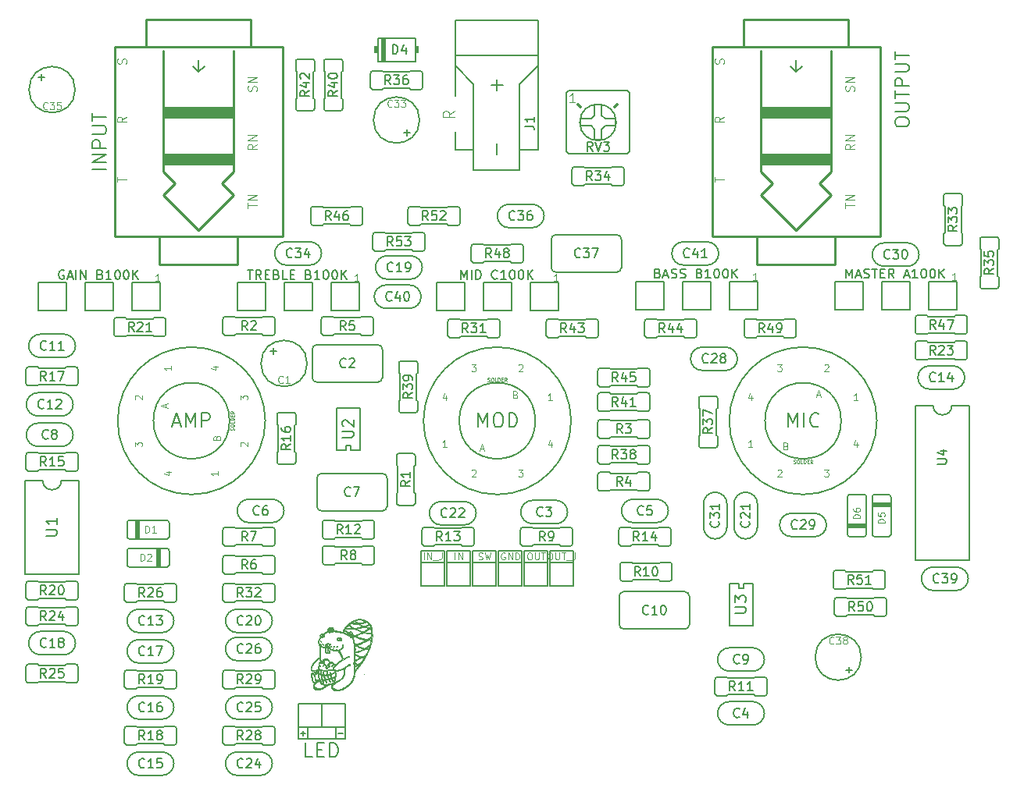
<source format=gbr>
G04 #@! TF.GenerationSoftware,KiCad,Pcbnew,(5.1.9-0-10_14)*
G04 #@! TF.CreationDate,2021-02-25T22:57:31+01:00*
G04 #@! TF.ProjectId,sansamp-gt-2,73616e73-616d-4702-9d67-742d322e6b69,rev?*
G04 #@! TF.SameCoordinates,Original*
G04 #@! TF.FileFunction,Legend,Top*
G04 #@! TF.FilePolarity,Positive*
%FSLAX46Y46*%
G04 Gerber Fmt 4.6, Leading zero omitted, Abs format (unit mm)*
G04 Created by KiCad (PCBNEW (5.1.9-0-10_14)) date 2021-02-25 22:57:31*
%MOMM*%
%LPD*%
G01*
G04 APERTURE LIST*
%ADD10C,0.127000*%
%ADD11C,0.100000*%
%ADD12C,0.254000*%
%ADD13C,0.010000*%
%ADD14C,0.152400*%
%ADD15C,0.304800*%
%ADD16C,0.150000*%
%ADD17C,0.121920*%
%ADD18C,0.081280*%
%ADD19C,0.182880*%
%ADD20C,0.101600*%
%ADD21C,0.134112*%
%ADD22C,0.032512*%
%ADD23C,0.065024*%
%ADD24C,0.097536*%
G04 APERTURE END LIST*
D10*
X149225000Y-62103000D02*
X149860000Y-61468000D01*
X149225000Y-62103000D02*
X148590000Y-61468000D01*
X149225000Y-60833000D02*
X149225000Y-62103000D01*
D11*
G36*
X153035000Y-67183000D02*
G01*
X153035000Y-65913000D01*
X145415000Y-65913000D01*
X145415000Y-67183000D01*
X153035000Y-67183000D01*
G37*
G36*
X153035000Y-72263000D02*
G01*
X153035000Y-70993000D01*
X145415000Y-70993000D01*
X145415000Y-72263000D01*
X153035000Y-72263000D01*
G37*
D12*
X153035000Y-72898000D02*
X153035000Y-59778000D01*
X151765000Y-74168000D02*
X153035000Y-72898000D01*
X153035000Y-75438000D02*
X151765000Y-74168000D01*
X149225000Y-79248000D02*
X153035000Y-75438000D01*
X145415000Y-75438000D02*
X149225000Y-79248000D01*
X146685000Y-74168000D02*
X145415000Y-75438000D01*
X145415000Y-72898000D02*
X146685000Y-74168000D01*
X145415000Y-59778000D02*
X145415000Y-72898000D01*
X144975000Y-82973000D02*
X144975000Y-79973000D01*
X153475000Y-82973000D02*
X144975000Y-82973000D01*
X153475000Y-79973000D02*
X153475000Y-82973000D01*
X154925000Y-56423000D02*
X154925000Y-59373000D01*
X143525000Y-56423000D02*
X154925000Y-56423000D01*
X143525000Y-59373000D02*
X143525000Y-56423000D01*
X143525000Y-59373000D02*
X140125000Y-59373000D01*
X154925000Y-59373000D02*
X143525000Y-59373000D01*
X158325000Y-59373000D02*
X154925000Y-59373000D01*
X158325000Y-79973000D02*
X158325000Y-59373000D01*
X153475000Y-79973000D02*
X158325000Y-79973000D01*
X144975000Y-79973000D02*
X153475000Y-79973000D01*
X140125000Y-79973000D02*
X144975000Y-79973000D01*
X140125000Y-59373000D02*
X140125000Y-79973000D01*
D10*
X84455000Y-62103000D02*
X85090000Y-61468000D01*
X84455000Y-62103000D02*
X83820000Y-61468000D01*
X84455000Y-60833000D02*
X84455000Y-62103000D01*
D11*
G36*
X88265000Y-67183000D02*
G01*
X88265000Y-65913000D01*
X80645000Y-65913000D01*
X80645000Y-67183000D01*
X88265000Y-67183000D01*
G37*
G36*
X88265000Y-72263000D02*
G01*
X88265000Y-70993000D01*
X80645000Y-70993000D01*
X80645000Y-72263000D01*
X88265000Y-72263000D01*
G37*
D12*
X88265000Y-72898000D02*
X88265000Y-59778000D01*
X86995000Y-74168000D02*
X88265000Y-72898000D01*
X88265000Y-75438000D02*
X86995000Y-74168000D01*
X84455000Y-79248000D02*
X88265000Y-75438000D01*
X80645000Y-75438000D02*
X84455000Y-79248000D01*
X81915000Y-74168000D02*
X80645000Y-75438000D01*
X80645000Y-72898000D02*
X81915000Y-74168000D01*
X80645000Y-59778000D02*
X80645000Y-72898000D01*
X80205000Y-82973000D02*
X80205000Y-79973000D01*
X88705000Y-82973000D02*
X80205000Y-82973000D01*
X88705000Y-79973000D02*
X88705000Y-82973000D01*
X90155000Y-56423000D02*
X90155000Y-59373000D01*
X78755000Y-56423000D02*
X90155000Y-56423000D01*
X78755000Y-59373000D02*
X78755000Y-56423000D01*
X78755000Y-59373000D02*
X75355000Y-59373000D01*
X90155000Y-59373000D02*
X78755000Y-59373000D01*
X93555000Y-59373000D02*
X90155000Y-59373000D01*
X93555000Y-79973000D02*
X93555000Y-59373000D01*
X88705000Y-79973000D02*
X93555000Y-79973000D01*
X80205000Y-79973000D02*
X88705000Y-79973000D01*
X75355000Y-79973000D02*
X80205000Y-79973000D01*
X75355000Y-59373000D02*
X75355000Y-79973000D01*
D13*
G36*
X101992264Y-121456483D02*
G01*
X102042551Y-121460065D01*
X102048795Y-121460762D01*
X102155434Y-121477225D01*
X102260875Y-121500952D01*
X102362327Y-121531064D01*
X102457000Y-121566682D01*
X102542103Y-121606926D01*
X102579138Y-121627872D01*
X102604793Y-121643575D01*
X102626630Y-121657414D01*
X102641187Y-121667175D01*
X102644222Y-121669463D01*
X102655239Y-121676766D01*
X102675027Y-121688303D01*
X102699792Y-121701885D01*
X102706401Y-121705388D01*
X102730895Y-121719451D01*
X102753545Y-121735507D01*
X102777223Y-121755979D01*
X102804804Y-121783292D01*
X102828596Y-121808450D01*
X102861380Y-121842282D01*
X102891720Y-121870899D01*
X102917345Y-121892252D01*
X102933226Y-121902893D01*
X102947553Y-121911960D01*
X102962373Y-121924431D01*
X102979296Y-121942072D01*
X102999936Y-121966653D01*
X103025901Y-121999942D01*
X103046516Y-122027246D01*
X103076318Y-122067543D01*
X103098884Y-122099536D01*
X103115826Y-122125913D01*
X103128758Y-122149361D01*
X103139294Y-122172566D01*
X103148840Y-122197635D01*
X103164189Y-122243430D01*
X103177833Y-122290690D01*
X103190037Y-122341003D01*
X103201063Y-122395957D01*
X103211175Y-122457140D01*
X103220636Y-122526139D01*
X103229710Y-122604542D01*
X103238660Y-122693937D01*
X103247390Y-122791697D01*
X103252667Y-122850965D01*
X103258424Y-122911110D01*
X103264347Y-122969161D01*
X103270124Y-123022144D01*
X103275440Y-123067089D01*
X103279982Y-123101023D01*
X103280098Y-123101805D01*
X103285710Y-123142315D01*
X103289489Y-123177882D01*
X103291625Y-123212599D01*
X103292309Y-123250556D01*
X103291730Y-123295846D01*
X103290769Y-123331111D01*
X103278734Y-123522463D01*
X103254208Y-123719436D01*
X103217169Y-123922128D01*
X103167590Y-124130637D01*
X103105448Y-124345061D01*
X103030718Y-124565496D01*
X102943375Y-124792041D01*
X102896312Y-124904500D01*
X102851907Y-125005681D01*
X102810721Y-125094507D01*
X102772112Y-125172193D01*
X102735437Y-125239955D01*
X102700053Y-125299010D01*
X102665317Y-125350573D01*
X102648753Y-125372931D01*
X102637562Y-125389963D01*
X102621593Y-125417533D01*
X102601993Y-125453375D01*
X102579910Y-125495220D01*
X102556491Y-125540801D01*
X102532884Y-125587849D01*
X102510237Y-125634098D01*
X102489697Y-125677279D01*
X102472413Y-125715125D01*
X102459531Y-125745368D01*
X102456991Y-125751844D01*
X102443873Y-125781245D01*
X102428057Y-125809771D01*
X102414198Y-125829638D01*
X102401842Y-125845996D01*
X102384204Y-125871420D01*
X102363306Y-125902900D01*
X102341168Y-125937428D01*
X102332545Y-125951216D01*
X102305475Y-125993357D01*
X102273766Y-126040435D01*
X102241278Y-126086836D01*
X102211869Y-126126945D01*
X102210583Y-126128638D01*
X102183969Y-126164005D01*
X102156745Y-126200819D01*
X102131804Y-126235127D01*
X102112041Y-126262979D01*
X102109083Y-126267254D01*
X102086326Y-126297353D01*
X102059702Y-126328158D01*
X102034292Y-126353863D01*
X102029787Y-126357894D01*
X102000284Y-126387281D01*
X101976934Y-126417789D01*
X101969357Y-126430945D01*
X101958109Y-126451664D01*
X101944546Y-126472885D01*
X101927043Y-126496760D01*
X101903973Y-126525443D01*
X101873713Y-126561086D01*
X101854040Y-126583723D01*
X101830652Y-126611358D01*
X101802717Y-126645689D01*
X101774010Y-126682015D01*
X101751996Y-126710723D01*
X101726979Y-126743480D01*
X101701007Y-126776726D01*
X101677274Y-126806411D01*
X101660128Y-126827138D01*
X101619539Y-126877605D01*
X101580436Y-126931447D01*
X101545516Y-126984705D01*
X101517475Y-127033420D01*
X101511225Y-127045705D01*
X101494811Y-127076799D01*
X101473663Y-127113604D01*
X101451186Y-127150301D01*
X101439863Y-127167766D01*
X101392314Y-127249982D01*
X101358676Y-127333009D01*
X101338750Y-127417713D01*
X101332337Y-127504954D01*
X101339236Y-127595597D01*
X101339910Y-127600121D01*
X101343070Y-127631539D01*
X101342546Y-127663630D01*
X101337895Y-127698841D01*
X101328675Y-127739618D01*
X101314443Y-127788409D01*
X101295495Y-127845515D01*
X101243719Y-127975040D01*
X101178876Y-128102594D01*
X101101964Y-128227395D01*
X101013977Y-128348659D01*
X100915910Y-128465605D01*
X100808760Y-128577451D01*
X100693521Y-128683414D01*
X100571189Y-128782712D01*
X100442759Y-128874562D01*
X100309227Y-128958182D01*
X100171588Y-129032791D01*
X100030837Y-129097605D01*
X99887971Y-129151842D01*
X99743983Y-129194721D01*
X99599871Y-129225458D01*
X99525852Y-129236305D01*
X99499645Y-129238554D01*
X99463462Y-129240327D01*
X99420560Y-129241598D01*
X99374194Y-129242343D01*
X99327622Y-129242535D01*
X99284098Y-129242150D01*
X99246880Y-129241163D01*
X99219224Y-129239548D01*
X99211695Y-129238738D01*
X99152907Y-129224851D01*
X99092505Y-129199481D01*
X99033785Y-129164372D01*
X98980042Y-129121270D01*
X98968075Y-129109755D01*
X98917521Y-129050546D01*
X98878776Y-128986621D01*
X98851934Y-128919432D01*
X98837086Y-128850429D01*
X98834325Y-128781066D01*
X98843742Y-128712794D01*
X98865431Y-128647065D01*
X98899483Y-128585331D01*
X98932118Y-128543714D01*
X98955561Y-128520270D01*
X98982456Y-128497128D01*
X98999400Y-128484553D01*
X99016627Y-128472150D01*
X99026415Y-128463464D01*
X99026857Y-128460500D01*
X99018198Y-128462646D01*
X98997996Y-128468697D01*
X98968089Y-128478071D01*
X98930311Y-128490183D01*
X98886500Y-128504452D01*
X98839050Y-128520108D01*
X98764547Y-128544593D01*
X98701870Y-128564600D01*
X98649602Y-128580525D01*
X98606327Y-128592764D01*
X98570627Y-128601711D01*
X98541085Y-128607762D01*
X98516285Y-128611312D01*
X98509924Y-128611918D01*
X98493440Y-128614822D01*
X98474128Y-128621384D01*
X98450905Y-128632274D01*
X98422691Y-128648158D01*
X98388404Y-128669705D01*
X98346963Y-128697583D01*
X98297287Y-128732460D01*
X98238295Y-128775005D01*
X98196428Y-128805628D01*
X98131293Y-128853086D01*
X98075428Y-128892879D01*
X98027076Y-128926150D01*
X97984480Y-128954039D01*
X97945883Y-128977687D01*
X97909529Y-128998237D01*
X97873660Y-129016828D01*
X97864084Y-129021537D01*
X97818934Y-129042395D01*
X97775753Y-129059644D01*
X97731240Y-129074275D01*
X97682091Y-129087277D01*
X97625005Y-129099641D01*
X97567451Y-129110445D01*
X97471824Y-129124761D01*
X97382617Y-129132558D01*
X97301364Y-129133808D01*
X97229602Y-129128483D01*
X97172639Y-129117583D01*
X97095962Y-129091448D01*
X97028703Y-129056626D01*
X96971629Y-129013737D01*
X96925507Y-128963401D01*
X96891105Y-128906236D01*
X96880906Y-128881892D01*
X96864525Y-128817805D01*
X96861491Y-128750869D01*
X96870887Y-128686336D01*
X96958472Y-128686336D01*
X96967054Y-128729591D01*
X96971652Y-128741381D01*
X96997402Y-128783953D01*
X97036117Y-128823093D01*
X97086985Y-128858414D01*
X97149190Y-128889526D01*
X97221920Y-128916039D01*
X97304359Y-128937564D01*
X97395696Y-128953713D01*
X97423111Y-128957261D01*
X97451668Y-128959049D01*
X97490600Y-128959249D01*
X97536283Y-128958055D01*
X97585095Y-128955661D01*
X97633412Y-128952261D01*
X97677612Y-128948049D01*
X97714070Y-128943221D01*
X97726500Y-128940996D01*
X97828818Y-128915088D01*
X97920368Y-128880454D01*
X98001614Y-128836913D01*
X98016746Y-128827067D01*
X98033309Y-128814622D01*
X98055880Y-128795843D01*
X98082514Y-128772548D01*
X98111267Y-128746558D01*
X98140194Y-128719693D01*
X98167350Y-128693772D01*
X98190789Y-128670616D01*
X98208567Y-128652044D01*
X98218740Y-128639877D01*
X98220389Y-128636517D01*
X98213894Y-128633622D01*
X98196458Y-128629712D01*
X98171156Y-128625418D01*
X98155125Y-128623137D01*
X98063227Y-128609821D01*
X97984133Y-128595784D01*
X97916536Y-128580409D01*
X97859129Y-128563078D01*
X97810605Y-128543172D01*
X97769659Y-128520073D01*
X97734982Y-128493164D01*
X97705269Y-128461827D01*
X97679212Y-128425443D01*
X97657854Y-128387962D01*
X97643854Y-128358592D01*
X97630315Y-128325999D01*
X97618287Y-128293280D01*
X97608821Y-128263528D01*
X97602968Y-128239839D01*
X97601779Y-128225309D01*
X97602146Y-128223894D01*
X97601706Y-128217489D01*
X97592262Y-128214347D01*
X97572771Y-128213555D01*
X97546593Y-128215854D01*
X97513472Y-128222247D01*
X97475424Y-128231974D01*
X97434462Y-128244277D01*
X97392603Y-128258398D01*
X97351860Y-128273579D01*
X97314249Y-128289060D01*
X97281784Y-128304084D01*
X97256481Y-128317891D01*
X97240354Y-128329725D01*
X97235419Y-128338825D01*
X97235996Y-128340323D01*
X97233212Y-128347567D01*
X97221671Y-128357513D01*
X97220203Y-128358478D01*
X97206176Y-128369245D01*
X97186073Y-128386834D01*
X97163637Y-128407933D01*
X97157536Y-128413930D01*
X97132288Y-128438493D01*
X97101625Y-128467565D01*
X97070688Y-128496294D01*
X97058512Y-128507396D01*
X97012994Y-128553970D01*
X96981266Y-128599001D01*
X96963150Y-128642964D01*
X96958472Y-128686336D01*
X96870887Y-128686336D01*
X96871530Y-128681924D01*
X96894369Y-128611813D01*
X96929733Y-128541378D01*
X96977351Y-128471460D01*
X97036210Y-128403664D01*
X97080917Y-128357411D01*
X97010361Y-128357803D01*
X96976500Y-128357602D01*
X96952568Y-128356072D01*
X96934397Y-128352489D01*
X96917819Y-128346127D01*
X96904528Y-128339421D01*
X96870480Y-128317458D01*
X96839848Y-128289069D01*
X96812028Y-128253100D01*
X96786416Y-128208398D01*
X96762408Y-128153810D01*
X96739402Y-128088182D01*
X96716792Y-128010362D01*
X96701975Y-127952500D01*
X96689374Y-127898647D01*
X96680587Y-127854555D01*
X96675018Y-127816580D01*
X96672074Y-127781078D01*
X96671463Y-127765527D01*
X96669647Y-127731335D01*
X96665746Y-127697769D01*
X96659106Y-127660975D01*
X96649074Y-127617102D01*
X96640616Y-127583698D01*
X96626595Y-127526360D01*
X96617443Y-127480264D01*
X96613193Y-127445245D01*
X96721084Y-127445245D01*
X96721572Y-127520719D01*
X96722515Y-127555720D01*
X96725236Y-127588764D01*
X96730297Y-127623851D01*
X96738262Y-127664982D01*
X96748056Y-127709083D01*
X96758224Y-127756222D01*
X96768096Y-127807270D01*
X96776706Y-127856885D01*
X96783088Y-127899723D01*
X96784391Y-127910166D01*
X96798161Y-128000753D01*
X96816740Y-128078236D01*
X96840218Y-128142809D01*
X96868684Y-128194668D01*
X96902227Y-128234007D01*
X96940937Y-128261020D01*
X96946861Y-128263870D01*
X96983966Y-128274311D01*
X97027624Y-128276212D01*
X97073188Y-128269614D01*
X97096968Y-128262525D01*
X97123604Y-128253431D01*
X97157292Y-128242600D01*
X97191502Y-128232123D01*
X97197334Y-128230400D01*
X97228037Y-128220569D01*
X97266653Y-128207003D01*
X97308125Y-128191531D01*
X97345500Y-128176762D01*
X97384131Y-128161134D01*
X97423739Y-128145380D01*
X97459621Y-128131355D01*
X97486611Y-128121088D01*
X97539528Y-128101456D01*
X97507778Y-128101270D01*
X97488916Y-128101934D01*
X97459723Y-128103885D01*
X97423895Y-128106837D01*
X97385123Y-128110507D01*
X97377250Y-128111312D01*
X97298219Y-128118188D01*
X97230720Y-128121131D01*
X97172739Y-128120157D01*
X97122263Y-128115287D01*
X97112262Y-128113743D01*
X97084854Y-128108333D01*
X97069324Y-128102776D01*
X97063458Y-128096195D01*
X97063243Y-128094341D01*
X97062400Y-128075167D01*
X97060157Y-128044978D01*
X97056816Y-128006766D01*
X97052683Y-127963525D01*
X97048062Y-127918247D01*
X97043259Y-127873925D01*
X97038578Y-127833550D01*
X97034324Y-127800116D01*
X97031005Y-127777797D01*
X97011056Y-127683787D01*
X96985325Y-127602612D01*
X96953799Y-127534228D01*
X96941089Y-127512827D01*
X96936004Y-127504800D01*
X97021318Y-127504800D01*
X97022650Y-127516812D01*
X97027733Y-127540173D01*
X97037054Y-127568448D01*
X97044728Y-127586908D01*
X97057972Y-127619274D01*
X97069043Y-127655274D01*
X97078545Y-127697564D01*
X97087079Y-127748797D01*
X97094801Y-127807861D01*
X97101569Y-127863691D01*
X97107269Y-127907294D01*
X97112307Y-127940475D01*
X97117087Y-127965039D01*
X97122014Y-127982794D01*
X97127492Y-127995545D01*
X97133927Y-128005097D01*
X97140588Y-128012184D01*
X97166563Y-128031253D01*
X97198695Y-128043717D01*
X97238556Y-128049774D01*
X97287718Y-128049622D01*
X97347753Y-128043460D01*
X97366667Y-128040694D01*
X97399249Y-128036084D01*
X97429620Y-128032503D01*
X97452993Y-128030489D01*
X97459905Y-128030237D01*
X97480679Y-128027380D01*
X97492569Y-128017777D01*
X97494128Y-128015138D01*
X97497677Y-128006423D01*
X97499023Y-127995837D01*
X97497769Y-127981389D01*
X97493519Y-127961089D01*
X97485875Y-127932946D01*
X97474440Y-127894970D01*
X97462636Y-127857250D01*
X97450193Y-127817068D01*
X97438165Y-127776883D01*
X97427782Y-127740889D01*
X97420273Y-127713277D01*
X97419212Y-127709083D01*
X97411394Y-127678207D01*
X97401682Y-127640770D01*
X97391908Y-127603818D01*
X97389862Y-127596194D01*
X97381555Y-127559215D01*
X97374224Y-127515612D01*
X97369063Y-127472869D01*
X97367948Y-127458859D01*
X97365572Y-127425648D01*
X97363731Y-127409222D01*
X97454086Y-127409222D01*
X97454634Y-127497931D01*
X97461136Y-127555882D01*
X97477377Y-127648654D01*
X97497076Y-127737999D01*
X97519697Y-127822379D01*
X97544702Y-127900259D01*
X97571553Y-127970101D01*
X97599715Y-128030368D01*
X97628650Y-128079523D01*
X97656371Y-128114535D01*
X97675959Y-128136472D01*
X97688368Y-128155737D01*
X97696798Y-128178367D01*
X97702538Y-128201636D01*
X97724176Y-128272067D01*
X97755833Y-128333219D01*
X97797796Y-128385333D01*
X97850353Y-128428651D01*
X97913793Y-128463412D01*
X97988402Y-128489857D01*
X98067980Y-128507186D01*
X98105715Y-128511353D01*
X98154706Y-128513643D01*
X98212234Y-128514125D01*
X98275580Y-128512871D01*
X98342023Y-128509949D01*
X98408843Y-128505432D01*
X98473323Y-128499387D01*
X98502611Y-128495968D01*
X98550753Y-128489239D01*
X98602584Y-128480828D01*
X98652757Y-128471675D01*
X98695925Y-128462717D01*
X98707222Y-128460084D01*
X98743774Y-128450833D01*
X98788732Y-128438800D01*
X98838919Y-128424900D01*
X98891158Y-128410047D01*
X98942270Y-128395155D01*
X98989078Y-128381137D01*
X99028405Y-128368908D01*
X99055769Y-128359840D01*
X99083288Y-128350205D01*
X99088593Y-128324245D01*
X99187000Y-128324245D01*
X99188113Y-128325581D01*
X99192327Y-128324883D01*
X99200960Y-128321511D01*
X99215325Y-128314826D01*
X99236741Y-128304190D01*
X99266521Y-128288962D01*
X99305982Y-128268502D01*
X99356440Y-128242173D01*
X99363631Y-128238413D01*
X99470022Y-128181898D01*
X99564296Y-128129830D01*
X99647478Y-128081506D01*
X99720589Y-128036222D01*
X99784651Y-127993276D01*
X99840686Y-127951964D01*
X99889718Y-127911584D01*
X99932767Y-127871431D01*
X99970857Y-127830804D01*
X99990875Y-127806998D01*
X100047937Y-127727865D01*
X100094708Y-127643867D01*
X100131675Y-127553612D01*
X100159323Y-127455708D01*
X100178141Y-127348763D01*
X100187941Y-127243416D01*
X100189407Y-127207408D01*
X100190112Y-127164032D01*
X100190123Y-127115881D01*
X100189505Y-127065550D01*
X100188323Y-127015631D01*
X100186643Y-126968720D01*
X100184531Y-126927410D01*
X100182052Y-126894295D01*
X100179272Y-126871970D01*
X100178448Y-126868004D01*
X100176616Y-126863143D01*
X100172885Y-126860649D01*
X100165639Y-126861118D01*
X100153259Y-126865143D01*
X100134127Y-126873319D01*
X100106625Y-126886242D01*
X100069136Y-126904505D01*
X100039736Y-126918984D01*
X99942927Y-126965165D01*
X99855846Y-127003118D01*
X99777000Y-127033171D01*
X99704894Y-127055648D01*
X99638032Y-127070877D01*
X99574920Y-127079182D01*
X99514064Y-127080890D01*
X99453969Y-127076327D01*
X99393139Y-127065819D01*
X99380008Y-127062858D01*
X99356203Y-127058920D01*
X99336959Y-127058624D01*
X99330619Y-127060052D01*
X99321667Y-127063784D01*
X99314290Y-127065038D01*
X99303220Y-127063879D01*
X99284658Y-127060634D01*
X99258844Y-127056046D01*
X99279275Y-127115726D01*
X99301245Y-127195479D01*
X99316358Y-127285142D01*
X99324367Y-127382156D01*
X99325022Y-127483961D01*
X99321477Y-127550333D01*
X99317235Y-127599993D01*
X99312078Y-127649097D01*
X99305697Y-127699561D01*
X99297784Y-127753303D01*
X99288030Y-127812243D01*
X99276127Y-127878298D01*
X99261765Y-127953387D01*
X99244638Y-128039427D01*
X99235872Y-128082592D01*
X99224436Y-128138686D01*
X99213950Y-128190237D01*
X99204736Y-128235653D01*
X99197116Y-128273343D01*
X99191413Y-128301714D01*
X99187947Y-128319176D01*
X99187000Y-128324245D01*
X99088593Y-128324245D01*
X99117080Y-128184866D01*
X99129161Y-128125866D01*
X99142707Y-128059897D01*
X99156667Y-127992069D01*
X99169987Y-127927492D01*
X99181617Y-127871276D01*
X99182337Y-127867804D01*
X99199181Y-127783608D01*
X99212407Y-127710151D01*
X99222358Y-127644630D01*
X99229379Y-127584240D01*
X99233813Y-127526178D01*
X99236004Y-127467638D01*
X99236389Y-127427138D01*
X99233646Y-127333429D01*
X99225040Y-127249823D01*
X99210006Y-127173343D01*
X99187978Y-127101013D01*
X99162631Y-127039028D01*
X99149592Y-127012731D01*
X99136592Y-126994319D01*
X99120831Y-126982406D01*
X99099509Y-126975603D01*
X99069826Y-126972523D01*
X99028980Y-126971778D01*
X99026919Y-126971777D01*
X98996973Y-126972134D01*
X98966699Y-126973339D01*
X98934500Y-126975594D01*
X98898779Y-126979101D01*
X98857938Y-126984060D01*
X98810379Y-126990674D01*
X98754505Y-126999144D01*
X98688717Y-127009672D01*
X98611419Y-127022460D01*
X98569639Y-127029479D01*
X98495779Y-127041830D01*
X98433503Y-127051858D01*
X98380502Y-127059717D01*
X98334470Y-127065561D01*
X98293098Y-127069543D01*
X98254077Y-127071817D01*
X98215101Y-127072536D01*
X98173860Y-127071854D01*
X98128046Y-127069925D01*
X98075353Y-127066902D01*
X98040472Y-127064691D01*
X97944731Y-127057553D01*
X97861388Y-127049148D01*
X97788762Y-127039160D01*
X97725173Y-127027268D01*
X97668939Y-127013155D01*
X97618379Y-126996502D01*
X97571812Y-126976990D01*
X97567902Y-126975151D01*
X97539033Y-126962714D01*
X97516034Y-126955267D01*
X97501962Y-126953783D01*
X97501287Y-126953959D01*
X97487835Y-126963718D01*
X97477026Y-126984027D01*
X97468746Y-127015540D01*
X97462879Y-127058911D01*
X97459312Y-127114794D01*
X97457928Y-127183843D01*
X97457904Y-127200715D01*
X97457744Y-127249364D01*
X97457171Y-127299219D01*
X97456263Y-127346195D01*
X97455092Y-127386211D01*
X97454086Y-127409222D01*
X97363731Y-127409222D01*
X97363107Y-127403656D01*
X97359774Y-127390007D01*
X97354796Y-127381826D01*
X97347395Y-127376236D01*
X97345262Y-127375012D01*
X97329204Y-127370229D01*
X97307774Y-127371619D01*
X97279711Y-127379621D01*
X97243751Y-127394672D01*
X97198635Y-127417209D01*
X97155000Y-127440978D01*
X97116044Y-127462352D01*
X97087080Y-127477148D01*
X97066108Y-127486224D01*
X97051127Y-127490438D01*
X97040138Y-127490647D01*
X97039429Y-127490527D01*
X97026810Y-127488904D01*
X97021501Y-127492522D01*
X97021318Y-127504800D01*
X96936004Y-127504800D01*
X96927951Y-127492091D01*
X96917603Y-127475634D01*
X96913083Y-127468325D01*
X96916508Y-127461481D01*
X96932617Y-127452367D01*
X96952290Y-127444473D01*
X96974452Y-127435762D01*
X97005818Y-127422524D01*
X97042851Y-127406293D01*
X97082013Y-127388607D01*
X97098556Y-127380970D01*
X97166850Y-127350069D01*
X97223523Y-127326320D01*
X97269018Y-127309556D01*
X97303782Y-127299615D01*
X97328258Y-127296333D01*
X97328282Y-127296333D01*
X97353401Y-127290753D01*
X97371912Y-127275937D01*
X97380530Y-127254769D01*
X97380778Y-127250245D01*
X97378341Y-127232810D01*
X97372289Y-127212904D01*
X97364516Y-127195274D01*
X97356911Y-127184665D01*
X97354157Y-127183444D01*
X97343650Y-127185182D01*
X97321990Y-127189976D01*
X97291646Y-127197199D01*
X97255087Y-127206219D01*
X97214782Y-127216409D01*
X97173199Y-127227140D01*
X97132808Y-127237782D01*
X97096077Y-127247707D01*
X97065475Y-127256286D01*
X97048339Y-127261362D01*
X96960068Y-127291792D01*
X96883425Y-127325062D01*
X96819105Y-127360812D01*
X96767801Y-127398683D01*
X96749306Y-127416156D01*
X96721084Y-127445245D01*
X96613193Y-127445245D01*
X96612978Y-127443474D01*
X96613015Y-127414055D01*
X96617375Y-127390074D01*
X96621332Y-127379009D01*
X96632197Y-127358791D01*
X96647158Y-127343197D01*
X96669418Y-127329748D01*
X96702183Y-127315966D01*
X96703445Y-127315490D01*
X96725165Y-127306507D01*
X96756273Y-127292555D01*
X96793599Y-127275109D01*
X96833977Y-127255641D01*
X96863874Y-127240843D01*
X96942780Y-127202321D01*
X97011492Y-127171093D01*
X97071560Y-127146629D01*
X97124537Y-127128403D01*
X97171972Y-127115887D01*
X97215418Y-127108554D01*
X97256426Y-127105876D01*
X97260834Y-127105843D01*
X97308479Y-127102899D01*
X97343520Y-127094214D01*
X97366284Y-127079692D01*
X97371219Y-127073509D01*
X97376282Y-127060693D01*
X97381016Y-127040285D01*
X97384951Y-127016134D01*
X97387616Y-126992088D01*
X97388540Y-126971995D01*
X97387252Y-126959706D01*
X97385396Y-126957666D01*
X97377430Y-126960121D01*
X97359307Y-126966755D01*
X97333956Y-126976472D01*
X97312128Y-126985059D01*
X97203508Y-127025166D01*
X97102878Y-127056073D01*
X97010539Y-127077793D01*
X96926791Y-127090337D01*
X96851932Y-127093719D01*
X96786264Y-127087951D01*
X96730086Y-127073046D01*
X96683698Y-127049017D01*
X96647400Y-127015875D01*
X96621491Y-126973634D01*
X96614619Y-126955765D01*
X96607519Y-126921102D01*
X96605126Y-126876949D01*
X96606587Y-126842264D01*
X96672624Y-126842264D01*
X96675898Y-126890891D01*
X96689724Y-126931208D01*
X96701997Y-126949800D01*
X96720783Y-126967380D01*
X96749087Y-126987110D01*
X96783036Y-127006686D01*
X96818757Y-127023805D01*
X96841028Y-127032502D01*
X96866474Y-127037680D01*
X96901723Y-127039928D01*
X96942813Y-127039422D01*
X96985782Y-127036339D01*
X97026669Y-127030854D01*
X97061510Y-127023143D01*
X97063278Y-127022626D01*
X97134039Y-126998634D01*
X97202294Y-126969854D01*
X97265245Y-126937733D01*
X97320094Y-126903716D01*
X97364042Y-126869248D01*
X97368791Y-126864826D01*
X97403296Y-126831958D01*
X97383327Y-126797883D01*
X97370472Y-126771893D01*
X97364494Y-126746580D01*
X97363249Y-126721390D01*
X97363306Y-126711617D01*
X97446780Y-126711617D01*
X97454429Y-126746841D01*
X97468972Y-126774323D01*
X97502136Y-126811977D01*
X97547822Y-126848089D01*
X97604465Y-126881973D01*
X97670502Y-126912945D01*
X97744371Y-126940318D01*
X97824506Y-126963406D01*
X97909346Y-126981524D01*
X97959334Y-126989381D01*
X98001533Y-126993666D01*
X98054200Y-126996721D01*
X98113742Y-126998515D01*
X98176568Y-126999019D01*
X98239086Y-126998203D01*
X98297702Y-126996036D01*
X98347389Y-126992620D01*
X98380409Y-126989235D01*
X98423572Y-126984220D01*
X98473067Y-126978050D01*
X98525083Y-126971200D01*
X98575809Y-126964146D01*
X98576695Y-126964019D01*
X98629818Y-126956393D01*
X98671630Y-126950388D01*
X98704787Y-126945613D01*
X98731944Y-126941679D01*
X98755757Y-126938200D01*
X98778882Y-126934784D01*
X98803976Y-126931044D01*
X98833695Y-126926592D01*
X98870693Y-126921037D01*
X98884931Y-126918899D01*
X98924350Y-126913041D01*
X98959022Y-126908003D01*
X98986487Y-126904134D01*
X99004286Y-126901782D01*
X99009790Y-126901222D01*
X99010488Y-126895622D01*
X99005355Y-126880982D01*
X98996123Y-126861700D01*
X98979289Y-126817513D01*
X98975867Y-126773115D01*
X98985749Y-126726280D01*
X98988939Y-126717400D01*
X99000353Y-126692196D01*
X99016526Y-126665243D01*
X99038713Y-126634910D01*
X99068167Y-126599564D01*
X99106142Y-126557571D01*
X99135778Y-126526159D01*
X99166250Y-126494081D01*
X99186978Y-126470840D01*
X99197877Y-126454989D01*
X99198864Y-126445078D01*
X99189854Y-126439661D01*
X99170762Y-126437287D01*
X99141505Y-126436510D01*
X99130556Y-126436369D01*
X99069261Y-126440113D01*
X99018583Y-126453111D01*
X98978431Y-126475427D01*
X98948714Y-126507126D01*
X98929340Y-126548272D01*
X98921818Y-126583218D01*
X98918537Y-126604499D01*
X98914589Y-126614820D01*
X98907762Y-126617249D01*
X98898508Y-126615513D01*
X98870054Y-126604093D01*
X98850709Y-126587073D01*
X98844358Y-126573866D01*
X98845494Y-126551437D01*
X98857739Y-126523943D01*
X98879767Y-126492993D01*
X98910256Y-126460196D01*
X98947880Y-126427164D01*
X98990699Y-126395915D01*
X99017996Y-126375463D01*
X99033815Y-126356640D01*
X99038168Y-126337359D01*
X99031064Y-126315533D01*
X99012512Y-126289071D01*
X98991309Y-126265161D01*
X98942390Y-126220516D01*
X98891824Y-126189262D01*
X98840119Y-126171657D01*
X98799452Y-126167566D01*
X98765752Y-126169807D01*
X98729978Y-126175695D01*
X98694860Y-126184338D01*
X98663130Y-126194846D01*
X98637519Y-126206328D01*
X98620759Y-126217893D01*
X98615500Y-126227560D01*
X98611950Y-126236861D01*
X98609013Y-126238000D01*
X98598815Y-126243022D01*
X98582276Y-126256352D01*
X98562000Y-126275386D01*
X98540591Y-126297517D01*
X98520654Y-126320140D01*
X98504793Y-126340651D01*
X98501527Y-126345520D01*
X98488940Y-126367794D01*
X98476261Y-126394609D01*
X98464784Y-126422561D01*
X98455804Y-126448247D01*
X98450617Y-126468265D01*
X98450517Y-126479211D01*
X98450598Y-126479350D01*
X98458784Y-126481940D01*
X98477510Y-126483905D01*
X98503210Y-126484915D01*
X98511847Y-126484983D01*
X98557470Y-126486679D01*
X98592574Y-126492309D01*
X98620427Y-126502793D01*
X98644294Y-126519053D01*
X98649680Y-126523814D01*
X98664719Y-126538889D01*
X98670008Y-126548574D01*
X98667091Y-126555941D01*
X98666266Y-126556812D01*
X98652073Y-126562798D01*
X98627031Y-126565006D01*
X98593847Y-126563566D01*
X98555231Y-126558610D01*
X98513890Y-126550268D01*
X98509667Y-126549242D01*
X98461268Y-126538922D01*
X98422117Y-126534803D01*
X98388728Y-126537004D01*
X98357616Y-126545646D01*
X98336102Y-126555202D01*
X98301886Y-126576540D01*
X98280504Y-126600623D01*
X98270724Y-126629089D01*
X98269778Y-126643245D01*
X98276279Y-126680811D01*
X98294112Y-126717720D01*
X98320768Y-126750554D01*
X98353741Y-126775898D01*
X98374296Y-126785645D01*
X98393662Y-126792930D01*
X98406565Y-126797995D01*
X98409389Y-126799256D01*
X98408256Y-126805830D01*
X98402696Y-126819761D01*
X98402603Y-126819967D01*
X98396666Y-126830964D01*
X98389088Y-126836142D01*
X98375594Y-126836838D01*
X98355271Y-126834786D01*
X98319240Y-126827520D01*
X98283263Y-126815163D01*
X98252724Y-126799798D01*
X98239053Y-126789827D01*
X98227468Y-126775724D01*
X98215412Y-126755518D01*
X98212492Y-126749527D01*
X98200818Y-126707927D01*
X98201872Y-126663994D01*
X98214884Y-126619504D01*
X98239081Y-126576231D01*
X98273692Y-126535950D01*
X98317947Y-126500436D01*
X98321877Y-126497857D01*
X98345875Y-126481086D01*
X98361693Y-126465518D01*
X98373729Y-126445964D01*
X98382687Y-126426113D01*
X98419149Y-126356965D01*
X98467275Y-126292590D01*
X98524942Y-126234817D01*
X98590027Y-126185474D01*
X98660408Y-126146391D01*
X98733961Y-126119397D01*
X98740778Y-126117593D01*
X98805294Y-126106222D01*
X98863416Y-126107068D01*
X98916174Y-126120349D01*
X98964602Y-126146284D01*
X98996038Y-126171676D01*
X99026851Y-126204854D01*
X99052439Y-126241423D01*
X99070901Y-126278023D01*
X99080341Y-126311294D01*
X99081167Y-126322382D01*
X99083976Y-126345231D01*
X99094025Y-126358496D01*
X99113747Y-126364297D01*
X99130203Y-126365076D01*
X99157368Y-126367366D01*
X99187231Y-126373023D01*
X99196941Y-126375659D01*
X99233028Y-126384305D01*
X99259352Y-126384937D01*
X99277828Y-126377463D01*
X99284083Y-126371440D01*
X99302457Y-126352476D01*
X99331105Y-126326890D01*
X99368520Y-126295827D01*
X99413192Y-126260431D01*
X99463613Y-126221844D01*
X99518276Y-126181212D01*
X99575672Y-126139677D01*
X99634293Y-126098384D01*
X99692630Y-126058476D01*
X99726750Y-126035749D01*
X99788387Y-125995011D01*
X99839285Y-125961017D01*
X99880601Y-125932924D01*
X99913495Y-125909890D01*
X99939125Y-125891074D01*
X99958651Y-125875632D01*
X99973232Y-125862723D01*
X99984025Y-125851504D01*
X99989507Y-125844789D01*
X100000057Y-125829156D01*
X100005898Y-125813877D01*
X100008312Y-125793896D01*
X100008625Y-125769330D01*
X100006920Y-125742002D01*
X100001653Y-125714040D01*
X99992014Y-125683317D01*
X99977195Y-125647707D01*
X99956387Y-125605083D01*
X99928781Y-125553318D01*
X99921285Y-125539715D01*
X99908259Y-125516187D01*
X99889485Y-125482271D01*
X99866043Y-125439921D01*
X99839018Y-125391096D01*
X99809493Y-125337753D01*
X99778551Y-125281848D01*
X99749332Y-125229055D01*
X99719076Y-125174407D01*
X99690107Y-125122124D01*
X99663342Y-125073854D01*
X99639696Y-125031248D01*
X99620083Y-124995953D01*
X99605418Y-124969619D01*
X99596618Y-124953894D01*
X99596323Y-124953372D01*
X99581275Y-124930426D01*
X99565072Y-124911341D01*
X99554101Y-124902219D01*
X99525277Y-124892710D01*
X99485327Y-124891572D01*
X99434485Y-124898800D01*
X99409250Y-124904500D01*
X99374001Y-124912405D01*
X99343868Y-124916756D01*
X99314364Y-124917632D01*
X99281002Y-124915112D01*
X99239296Y-124909278D01*
X99229432Y-124907700D01*
X99092759Y-124879083D01*
X98959524Y-124837896D01*
X98827556Y-124783448D01*
X98807006Y-124773745D01*
X98776235Y-124759415D01*
X98750044Y-124748054D01*
X98731029Y-124740726D01*
X98721780Y-124738497D01*
X98721478Y-124738605D01*
X98717303Y-124747706D01*
X98711572Y-124770778D01*
X98704296Y-124807768D01*
X98695484Y-124858623D01*
X98685146Y-124923290D01*
X98675386Y-124987605D01*
X98669243Y-125028003D01*
X98663540Y-125063911D01*
X98658692Y-125092842D01*
X98655113Y-125112309D01*
X98653428Y-125119436D01*
X98644164Y-125126617D01*
X98623340Y-125134132D01*
X98593486Y-125141582D01*
X98557136Y-125148568D01*
X98516820Y-125154690D01*
X98475071Y-125159549D01*
X98434420Y-125162745D01*
X98397398Y-125163879D01*
X98375611Y-125163270D01*
X98320570Y-125156699D01*
X98273035Y-125143690D01*
X98232750Y-125123591D01*
X98199459Y-125095750D01*
X98172905Y-125059512D01*
X98152832Y-125014227D01*
X98138983Y-124959241D01*
X98131329Y-124895777D01*
X98222360Y-124895777D01*
X98222418Y-124918298D01*
X98223032Y-124935700D01*
X98224181Y-124949479D01*
X98225847Y-124961131D01*
X98226903Y-124966806D01*
X98238063Y-125004274D01*
X98255766Y-125033293D01*
X98281235Y-125054485D01*
X98315695Y-125068470D01*
X98360368Y-125075868D01*
X98416481Y-125077301D01*
X98442847Y-125076320D01*
X98476053Y-125074256D01*
X98506628Y-125071721D01*
X98530052Y-125069119D01*
X98538097Y-125067836D01*
X98548661Y-125065274D01*
X98556613Y-125060889D01*
X98563409Y-125052290D01*
X98570507Y-125037082D01*
X98579366Y-125012875D01*
X98589192Y-124983954D01*
X98612403Y-124906202D01*
X98627414Y-124835619D01*
X98634038Y-124773424D01*
X98632086Y-124720836D01*
X98630880Y-124712890D01*
X98614488Y-124652002D01*
X98587672Y-124600310D01*
X98575119Y-124583472D01*
X98560727Y-124568063D01*
X98542486Y-124551387D01*
X98524047Y-124536446D01*
X98509060Y-124526241D01*
X98502177Y-124523500D01*
X98498894Y-124525607D01*
X98495927Y-124532853D01*
X98493110Y-124546621D01*
X98490274Y-124568296D01*
X98487252Y-124599262D01*
X98483878Y-124640903D01*
X98479984Y-124694605D01*
X98477942Y-124724192D01*
X98471689Y-124805375D01*
X98464969Y-124872620D01*
X98457787Y-124925893D01*
X98450149Y-124965158D01*
X98442060Y-124990382D01*
X98435133Y-125000533D01*
X98420647Y-125005414D01*
X98407696Y-125005068D01*
X98397206Y-125000990D01*
X98390153Y-124991337D01*
X98384442Y-124972577D01*
X98382109Y-124961951D01*
X98377892Y-124927992D01*
X98376618Y-124882984D01*
X98378137Y-124829646D01*
X98382300Y-124770697D01*
X98388956Y-124708856D01*
X98397957Y-124646842D01*
X98400184Y-124633742D01*
X98406424Y-124597132D01*
X98411461Y-124565791D01*
X98414925Y-124542176D01*
X98416444Y-124528746D01*
X98416353Y-124526612D01*
X98408904Y-124526565D01*
X98390500Y-124528156D01*
X98364167Y-124531089D01*
X98341728Y-124533901D01*
X98295861Y-124541464D01*
X98263250Y-124550584D01*
X98243093Y-124561593D01*
X98234588Y-124574822D01*
X98234192Y-124578343D01*
X98233758Y-124590617D01*
X98232862Y-124612987D01*
X98231666Y-124641454D01*
X98231124Y-124654027D01*
X98228097Y-124724583D01*
X98225727Y-124782540D01*
X98223995Y-124829394D01*
X98222879Y-124866641D01*
X98222360Y-124895777D01*
X98131329Y-124895777D01*
X98131102Y-124893902D01*
X98128932Y-124817556D01*
X98132218Y-124729552D01*
X98140701Y-124629237D01*
X98146202Y-124579432D01*
X98149987Y-124547170D01*
X98102285Y-124552933D01*
X98038135Y-124555404D01*
X97969650Y-124547581D01*
X97895727Y-124529206D01*
X97815261Y-124500018D01*
X97748355Y-124470113D01*
X97717981Y-124455730D01*
X97692726Y-124444089D01*
X97675010Y-124436280D01*
X97667252Y-124433396D01*
X97667100Y-124433441D01*
X97667033Y-124440610D01*
X97667069Y-124460883D01*
X97667201Y-124493258D01*
X97667425Y-124536727D01*
X97667734Y-124590286D01*
X97668121Y-124652930D01*
X97668580Y-124723654D01*
X97669105Y-124801451D01*
X97669690Y-124885318D01*
X97670329Y-124974249D01*
X97670985Y-125063250D01*
X97671893Y-125179328D01*
X97672804Y-125282490D01*
X97673756Y-125373930D01*
X97674784Y-125454844D01*
X97675926Y-125526426D01*
X97677217Y-125589870D01*
X97678696Y-125646373D01*
X97680397Y-125697128D01*
X97682359Y-125743330D01*
X97684617Y-125786175D01*
X97687208Y-125826856D01*
X97690168Y-125866570D01*
X97693535Y-125906509D01*
X97697345Y-125947871D01*
X97698442Y-125959305D01*
X97702551Y-126002192D01*
X97705931Y-126033041D01*
X97709523Y-126053825D01*
X97714266Y-126066518D01*
X97721100Y-126073093D01*
X97730964Y-126075525D01*
X97744799Y-126075788D01*
X97753870Y-126075722D01*
X97794229Y-126075722D01*
X97809296Y-126024569D01*
X97835645Y-125959537D01*
X97873947Y-125901237D01*
X97923182Y-125850853D01*
X97982327Y-125809570D01*
X98004997Y-125797580D01*
X98057895Y-125774779D01*
X98110138Y-125759342D01*
X98167073Y-125749934D01*
X98210094Y-125746363D01*
X98286876Y-125747059D01*
X98358367Y-125757831D01*
X98423582Y-125777880D01*
X98481535Y-125806408D01*
X98531243Y-125842614D01*
X98571719Y-125885698D01*
X98601979Y-125934863D01*
X98621038Y-125989307D01*
X98627911Y-126048231D01*
X98625954Y-126083891D01*
X98622666Y-126107125D01*
X98618604Y-126119547D01*
X98612114Y-126124428D01*
X98605153Y-126125111D01*
X98594504Y-126122832D01*
X98588593Y-126113527D01*
X98585201Y-126095773D01*
X98580069Y-126074981D01*
X98570190Y-126047385D01*
X98557586Y-126018563D01*
X98556032Y-126015377D01*
X98521633Y-125961233D01*
X98476251Y-125913953D01*
X98421777Y-125874621D01*
X98360100Y-125844320D01*
X98293109Y-125824132D01*
X98222694Y-125815141D01*
X98205996Y-125814770D01*
X98135213Y-125820610D01*
X98071731Y-125838510D01*
X98015313Y-125868604D01*
X97965723Y-125911026D01*
X97922724Y-125965910D01*
X97913894Y-125980057D01*
X97898990Y-126007571D01*
X97890848Y-126031212D01*
X97890237Y-126052895D01*
X97897929Y-126074535D01*
X97914691Y-126098044D01*
X97941296Y-126125338D01*
X97978512Y-126158332D01*
X97989266Y-126167444D01*
X98036985Y-126209617D01*
X98073962Y-126247182D01*
X98101855Y-126282275D01*
X98122319Y-126317031D01*
X98137009Y-126353583D01*
X98139265Y-126360841D01*
X98145755Y-126378058D01*
X98155089Y-126387938D01*
X98171946Y-126394532D01*
X98180995Y-126396940D01*
X98216885Y-126409463D01*
X98240239Y-126426119D01*
X98252293Y-126447973D01*
X98254377Y-126459991D01*
X98250100Y-126488260D01*
X98232542Y-126512698D01*
X98206278Y-126530582D01*
X98182092Y-126541699D01*
X98166592Y-126544893D01*
X98156812Y-126540200D01*
X98151335Y-126531282D01*
X98147504Y-126519436D01*
X98151160Y-126510782D01*
X98164606Y-126500848D01*
X98168158Y-126498631D01*
X98185786Y-126484263D01*
X98191127Y-126471515D01*
X98185949Y-126460750D01*
X98172021Y-126452332D01*
X98151109Y-126446627D01*
X98124983Y-126443997D01*
X98095410Y-126444807D01*
X98064159Y-126449422D01*
X98032998Y-126458206D01*
X98012939Y-126466659D01*
X97971164Y-126493851D01*
X97940030Y-126529825D01*
X97918455Y-126575828D01*
X97918442Y-126575868D01*
X97905598Y-126614399D01*
X97889700Y-126592072D01*
X97877792Y-126570387D01*
X97870258Y-126547735D01*
X97869961Y-126546078D01*
X97872049Y-126522923D01*
X97886242Y-126499496D01*
X97913125Y-126475140D01*
X97953278Y-126449197D01*
X97958673Y-126446138D01*
X97986559Y-126429353D01*
X98004968Y-126414756D01*
X98017464Y-126399141D01*
X98023851Y-126387445D01*
X98034556Y-126350953D01*
X98031894Y-126314614D01*
X98016585Y-126279407D01*
X97989347Y-126246315D01*
X97950899Y-126216319D01*
X97901963Y-126190399D01*
X97870298Y-126178048D01*
X97814880Y-126162736D01*
X97756511Y-126153419D01*
X97700522Y-126150727D01*
X97662503Y-126153548D01*
X97638282Y-126156950D01*
X97619750Y-126159371D01*
X97611425Y-126160247D01*
X97600257Y-126165751D01*
X97583699Y-126179932D01*
X97564385Y-126199858D01*
X97544945Y-126222597D01*
X97528013Y-126245216D01*
X97516220Y-126264783D01*
X97514788Y-126267891D01*
X97503874Y-126302016D01*
X97502081Y-126334729D01*
X97510031Y-126368016D01*
X97528343Y-126403858D01*
X97557639Y-126444240D01*
X97577230Y-126467476D01*
X97610458Y-126506417D01*
X97634287Y-126537048D01*
X97649391Y-126560936D01*
X97656447Y-126579648D01*
X97656130Y-126594754D01*
X97649118Y-126607821D01*
X97641255Y-126615995D01*
X97630340Y-126624872D01*
X97624258Y-126623972D01*
X97618795Y-126615403D01*
X97609971Y-126603035D01*
X97594844Y-126584843D01*
X97579602Y-126567925D01*
X97553766Y-126544944D01*
X97531943Y-126535490D01*
X97514178Y-126539549D01*
X97500519Y-126557106D01*
X97491010Y-126588147D01*
X97489489Y-126596724D01*
X97481776Y-126622179D01*
X97468990Y-126645643D01*
X97466202Y-126649227D01*
X97450682Y-126678035D01*
X97446780Y-126711617D01*
X97363306Y-126711617D01*
X97363338Y-126706132D01*
X97364262Y-126693170D01*
X97366874Y-126680334D01*
X97372027Y-126665450D01*
X97380572Y-126646346D01*
X97393362Y-126620849D01*
X97411249Y-126586786D01*
X97429602Y-126552286D01*
X97443939Y-126524600D01*
X97452488Y-126504753D01*
X97456419Y-126488307D01*
X97456900Y-126470825D01*
X97455623Y-126453508D01*
X97450922Y-126400078D01*
X97447754Y-126358457D01*
X97446145Y-126326424D01*
X97446123Y-126301760D01*
X97447716Y-126282242D01*
X97450952Y-126265649D01*
X97455859Y-126249761D01*
X97458257Y-126243210D01*
X97481645Y-126199572D01*
X97516603Y-126159375D01*
X97560613Y-126125227D01*
X97586057Y-126110818D01*
X97608573Y-126099399D01*
X97625553Y-126090544D01*
X97633595Y-126086028D01*
X97633761Y-126085898D01*
X97633308Y-126078773D01*
X97630985Y-126060002D01*
X97627136Y-126031874D01*
X97622106Y-125996678D01*
X97616238Y-125956703D01*
X97609878Y-125914240D01*
X97603370Y-125871578D01*
X97597058Y-125831006D01*
X97591287Y-125794813D01*
X97586401Y-125765290D01*
X97582744Y-125744726D01*
X97581551Y-125738819D01*
X97573037Y-125725426D01*
X97556223Y-125722168D01*
X97531894Y-125728383D01*
X97500834Y-125743406D01*
X97463827Y-125766575D01*
X97421658Y-125797226D01*
X97375112Y-125834698D01*
X97324972Y-125878326D01*
X97272024Y-125927448D01*
X97217051Y-125981400D01*
X97160838Y-126039519D01*
X97104170Y-126101143D01*
X97047830Y-126165608D01*
X96992604Y-126232252D01*
X96981694Y-126245869D01*
X96957705Y-126276929D01*
X96929181Y-126315326D01*
X96899363Y-126356619D01*
X96871492Y-126396367D01*
X96866038Y-126404325D01*
X96809199Y-126492187D01*
X96761998Y-126574775D01*
X96724588Y-126651582D01*
X96697121Y-126722104D01*
X96679749Y-126785833D01*
X96672624Y-126842264D01*
X96606587Y-126842264D01*
X96607229Y-126827043D01*
X96613618Y-126775121D01*
X96624081Y-126724918D01*
X96628536Y-126708885D01*
X96661727Y-126615239D01*
X96706549Y-126516623D01*
X96762059Y-126414473D01*
X96827315Y-126310223D01*
X96901374Y-126205310D01*
X96983292Y-126101168D01*
X97072129Y-125999233D01*
X97144417Y-125923388D01*
X97218170Y-125851209D01*
X97286688Y-125789088D01*
X97352300Y-125735167D01*
X97417335Y-125687593D01*
X97484124Y-125644509D01*
X97523653Y-125621374D01*
X97542368Y-125609382D01*
X97554755Y-125598772D01*
X97557668Y-125593883D01*
X97558576Y-125583398D01*
X97560577Y-125562585D01*
X97563313Y-125535150D01*
X97564664Y-125521861D01*
X97565933Y-125503452D01*
X97567342Y-125472368D01*
X97568853Y-125430044D01*
X97570430Y-125377916D01*
X97572032Y-125317418D01*
X97573624Y-125249985D01*
X97575166Y-125177053D01*
X97576622Y-125100056D01*
X97577952Y-125020429D01*
X97577999Y-125017388D01*
X97579343Y-124936987D01*
X97580836Y-124858613D01*
X97582439Y-124783776D01*
X97584111Y-124713989D01*
X97585811Y-124650764D01*
X97587499Y-124595613D01*
X97589133Y-124550047D01*
X97590673Y-124515578D01*
X97592070Y-124493828D01*
X97599300Y-124411240D01*
X97557060Y-124352717D01*
X97534761Y-124319539D01*
X97510597Y-124279948D01*
X97488444Y-124240419D01*
X97479797Y-124223638D01*
X97445729Y-124144813D01*
X97422837Y-124067259D01*
X97411272Y-123989981D01*
X97411182Y-123911981D01*
X97414431Y-123889522D01*
X97495480Y-123889522D01*
X97496870Y-123955173D01*
X97506889Y-124023307D01*
X97525616Y-124091697D01*
X97529547Y-124102849D01*
X97562585Y-124175805D01*
X97606232Y-124244487D01*
X97658589Y-124306858D01*
X97717758Y-124360879D01*
X97781841Y-124404515D01*
X97834546Y-124430244D01*
X97904728Y-124452638D01*
X97975095Y-124463772D01*
X98043213Y-124463520D01*
X98106652Y-124451756D01*
X98126324Y-124445260D01*
X98148300Y-124438288D01*
X98172615Y-124433358D01*
X98202697Y-124430011D01*
X98241970Y-124427792D01*
X98262722Y-124427065D01*
X98309760Y-124425880D01*
X98343734Y-124424493D01*
X98365516Y-124421186D01*
X98375978Y-124414245D01*
X98375994Y-124401954D01*
X98366434Y-124382599D01*
X98348171Y-124354463D01*
X98322077Y-124315832D01*
X98320487Y-124313451D01*
X98296321Y-124276957D01*
X98273475Y-124241966D01*
X98253714Y-124211220D01*
X98238806Y-124187460D01*
X98232071Y-124176221D01*
X98225791Y-124165263D01*
X98347626Y-124165263D01*
X98387290Y-124242805D01*
X98409531Y-124283326D01*
X98431830Y-124318624D01*
X98452811Y-124346883D01*
X98471097Y-124366288D01*
X98485311Y-124375023D01*
X98487758Y-124375333D01*
X98499742Y-124372249D01*
X98515309Y-124365315D01*
X98530362Y-124354520D01*
X98550241Y-124336353D01*
X98572661Y-124313405D01*
X98595334Y-124288268D01*
X98615974Y-124263533D01*
X98632296Y-124241791D01*
X98642013Y-124225634D01*
X98643722Y-124219763D01*
X98637369Y-124214240D01*
X98620284Y-124206288D01*
X98595430Y-124196880D01*
X98565770Y-124186991D01*
X98534267Y-124177593D01*
X98503884Y-124169663D01*
X98477583Y-124164172D01*
X98471903Y-124163282D01*
X98439975Y-124160203D01*
X98407380Y-124159381D01*
X98384549Y-124160680D01*
X98347626Y-124165263D01*
X98225791Y-124165263D01*
X98212982Y-124142915D01*
X98248301Y-124125018D01*
X98307361Y-124102368D01*
X98374132Y-124089509D01*
X98446248Y-124086352D01*
X98521343Y-124092809D01*
X98597053Y-124108792D01*
X98671010Y-124134213D01*
X98687585Y-124141413D01*
X98717198Y-124156808D01*
X98734569Y-124171992D01*
X98741259Y-124189698D01*
X98738827Y-124212659D01*
X98735302Y-124225028D01*
X98728366Y-124239208D01*
X98714643Y-124258142D01*
X98693119Y-124283019D01*
X98662777Y-124315030D01*
X98631680Y-124346367D01*
X98596853Y-124380788D01*
X98571246Y-124407019D01*
X98554620Y-124427336D01*
X98546737Y-124444021D01*
X98547356Y-124459353D01*
X98556239Y-124475611D01*
X98573146Y-124495073D01*
X98597839Y-124520021D01*
X98611972Y-124534194D01*
X98688608Y-124601913D01*
X98776143Y-124661634D01*
X98873483Y-124712797D01*
X98979535Y-124754841D01*
X99093205Y-124787206D01*
X99114601Y-124792005D01*
X99165155Y-124800463D01*
X99225545Y-124806702D01*
X99291653Y-124810611D01*
X99359363Y-124812081D01*
X99424556Y-124811000D01*
X99483116Y-124807258D01*
X99518791Y-124802865D01*
X99616572Y-124781721D01*
X99706344Y-124750699D01*
X99787316Y-124710256D01*
X99858696Y-124660845D01*
X99919690Y-124602922D01*
X99962224Y-124548166D01*
X100001830Y-124477152D01*
X100029073Y-124400682D01*
X100044209Y-124317853D01*
X100047778Y-124248201D01*
X100047778Y-124183975D01*
X100077168Y-124217918D01*
X100106965Y-124257628D01*
X100125345Y-124296280D01*
X100133977Y-124338098D01*
X100135175Y-124364750D01*
X100129744Y-124419724D01*
X100113007Y-124473718D01*
X100084339Y-124527993D01*
X100043114Y-124583811D01*
X100006333Y-124624598D01*
X99957350Y-124670693D01*
X99901605Y-124715147D01*
X99842401Y-124755781D01*
X99783044Y-124790416D01*
X99726837Y-124816874D01*
X99699808Y-124826723D01*
X99683303Y-124834062D01*
X99675925Y-124841649D01*
X99676023Y-124843583D01*
X99680696Y-124851910D01*
X99691762Y-124870049D01*
X99707949Y-124895962D01*
X99727986Y-124927613D01*
X99749374Y-124961057D01*
X99822230Y-125077189D01*
X99885798Y-125184573D01*
X99940703Y-125284506D01*
X99987567Y-125378285D01*
X100027014Y-125467208D01*
X100059667Y-125552571D01*
X100086150Y-125635672D01*
X100101545Y-125693996D01*
X100109170Y-125725349D01*
X100115748Y-125752022D01*
X100120472Y-125770768D01*
X100122358Y-125777818D01*
X100125983Y-125780776D01*
X100134601Y-125779672D01*
X100149214Y-125773979D01*
X100170821Y-125763166D01*
X100200424Y-125746707D01*
X100239023Y-125724073D01*
X100287617Y-125694734D01*
X100337056Y-125664423D01*
X100420089Y-125614045D01*
X100492492Y-125571879D01*
X100554935Y-125537690D01*
X100608090Y-125511238D01*
X100652627Y-125492286D01*
X100689216Y-125480597D01*
X100718529Y-125475933D01*
X100741236Y-125478057D01*
X100758008Y-125486730D01*
X100769515Y-125501716D01*
X100772996Y-125509996D01*
X100777051Y-125531518D01*
X100776444Y-125548950D01*
X100771966Y-125561639D01*
X100762023Y-125566900D01*
X100747219Y-125567826D01*
X100702001Y-125572374D01*
X100650730Y-125585871D01*
X100592742Y-125608619D01*
X100527376Y-125640915D01*
X100453967Y-125683062D01*
X100371852Y-125735357D01*
X100361750Y-125742082D01*
X100319142Y-125770180D01*
X100275578Y-125798225D01*
X100234133Y-125824287D01*
X100197882Y-125846434D01*
X100169902Y-125862734D01*
X100167722Y-125863944D01*
X99973724Y-125977530D01*
X99791750Y-126097796D01*
X99621155Y-126225207D01*
X99461294Y-126360228D01*
X99394953Y-126421444D01*
X99363398Y-126450623D01*
X99331165Y-126479172D01*
X99301529Y-126504269D01*
X99277766Y-126523094D01*
X99272592Y-126526869D01*
X99228699Y-126563870D01*
X99189027Y-126608527D01*
X99155507Y-126657810D01*
X99130072Y-126708689D01*
X99114655Y-126758132D01*
X99111462Y-126779524D01*
X99112275Y-126829202D01*
X99124793Y-126872673D01*
X99143877Y-126904984D01*
X99154356Y-126918059D01*
X99165326Y-126927635D01*
X99180047Y-126935412D01*
X99201780Y-126943091D01*
X99233785Y-126952373D01*
X99235749Y-126952920D01*
X99289288Y-126966854D01*
X99335961Y-126976458D01*
X99380488Y-126982271D01*
X99427585Y-126984831D01*
X99481971Y-126984673D01*
X99507941Y-126983933D01*
X99574120Y-126979637D01*
X99639196Y-126970954D01*
X99704346Y-126957378D01*
X99770754Y-126938404D01*
X99839597Y-126913529D01*
X99912059Y-126882247D01*
X99989317Y-126844054D01*
X100072554Y-126798445D01*
X100162949Y-126744916D01*
X100261683Y-126682962D01*
X100355701Y-126621540D01*
X100396007Y-126595169D01*
X100433013Y-126571644D01*
X100464924Y-126552050D01*
X100489946Y-126537473D01*
X100506284Y-126528999D01*
X100511478Y-126527277D01*
X100530032Y-126521971D01*
X100554840Y-126507221D01*
X100583567Y-126484782D01*
X100613881Y-126456411D01*
X100633389Y-126435555D01*
X100675257Y-126392744D01*
X100714038Y-126362770D01*
X100750969Y-126345039D01*
X100787282Y-126338955D01*
X100823628Y-126343763D01*
X100844680Y-126351740D01*
X100857428Y-126364294D01*
X100864246Y-126377762D01*
X100871620Y-126403788D01*
X100875586Y-126436065D01*
X100876141Y-126469977D01*
X100873285Y-126500906D01*
X100867015Y-126524234D01*
X100864296Y-126529327D01*
X100848241Y-126544519D01*
X100829671Y-126546742D01*
X100810052Y-126536563D01*
X100790847Y-126514551D01*
X100780594Y-126496825D01*
X100771335Y-126478844D01*
X100764868Y-126466989D01*
X100763434Y-126464749D01*
X100756504Y-126466663D01*
X100739808Y-126474258D01*
X100715830Y-126486210D01*
X100687050Y-126501192D01*
X100655953Y-126517880D01*
X100625021Y-126534947D01*
X100596736Y-126551070D01*
X100573582Y-126564921D01*
X100562739Y-126571890D01*
X100497537Y-126620912D01*
X100438976Y-126675113D01*
X100389519Y-126731971D01*
X100352939Y-126786628D01*
X100333680Y-126822710D01*
X100317990Y-126857484D01*
X100305427Y-126893100D01*
X100295550Y-126931704D01*
X100287917Y-126975447D01*
X100282086Y-127026476D01*
X100277615Y-127086939D01*
X100274062Y-127158986D01*
X100273505Y-127172861D01*
X100270113Y-127251891D01*
X100266519Y-127318632D01*
X100262529Y-127374904D01*
X100257953Y-127422530D01*
X100252600Y-127463331D01*
X100246279Y-127499127D01*
X100238797Y-127531742D01*
X100233951Y-127549569D01*
X100208092Y-127625830D01*
X100175571Y-127695091D01*
X100134518Y-127760488D01*
X100083063Y-127825158D01*
X100045331Y-127866044D01*
X99989222Y-127920242D01*
X99923906Y-127976142D01*
X99848621Y-128034296D01*
X99762608Y-128095256D01*
X99665106Y-128159575D01*
X99555356Y-128227804D01*
X99508028Y-128256211D01*
X99412274Y-128313937D01*
X99328401Y-128366264D01*
X99255556Y-128413876D01*
X99192887Y-128457460D01*
X99139544Y-128497700D01*
X99094674Y-128535283D01*
X99057426Y-128570893D01*
X99026947Y-128605216D01*
X99002387Y-128638938D01*
X98982893Y-128672743D01*
X98978047Y-128682701D01*
X98960060Y-128735294D01*
X98955904Y-128786090D01*
X98965376Y-128834798D01*
X98988276Y-128881125D01*
X99024404Y-128924779D01*
X99073558Y-128965468D01*
X99135538Y-129002901D01*
X99210143Y-129036784D01*
X99225556Y-129042731D01*
X99267830Y-129056457D01*
X99319720Y-129069956D01*
X99376748Y-129082297D01*
X99434436Y-129092551D01*
X99488305Y-129099788D01*
X99509941Y-129101799D01*
X99541591Y-129104263D01*
X99568148Y-129106387D01*
X99586373Y-129107907D01*
X99592695Y-129108501D01*
X99602222Y-129108302D01*
X99622649Y-129107087D01*
X99650816Y-129105065D01*
X99678426Y-129102871D01*
X99728883Y-129098013D01*
X99772463Y-129091896D01*
X99812001Y-129083589D01*
X99850335Y-129072163D01*
X99890300Y-129056687D01*
X99934732Y-129036232D01*
X99986468Y-129009866D01*
X100025445Y-128989071D01*
X100150981Y-128919794D01*
X100264510Y-128853765D01*
X100367485Y-128789982D01*
X100461356Y-128727446D01*
X100547574Y-128665156D01*
X100627591Y-128602111D01*
X100702856Y-128537311D01*
X100765512Y-128478816D01*
X100865665Y-128374854D01*
X100954141Y-128267774D01*
X101031391Y-128156552D01*
X101097864Y-128040163D01*
X101154010Y-127917583D01*
X101200278Y-127787788D01*
X101237119Y-127649752D01*
X101264983Y-127502451D01*
X101284318Y-127344861D01*
X101289253Y-127285750D01*
X101293870Y-127201371D01*
X101296105Y-127108609D01*
X101296049Y-127011034D01*
X101293794Y-126912216D01*
X101289433Y-126815725D01*
X101288495Y-126802397D01*
X101346708Y-126802397D01*
X101348379Y-126843274D01*
X101352063Y-126893957D01*
X101357762Y-126956151D01*
X101362407Y-127001399D01*
X101366332Y-127033997D01*
X101369794Y-127055374D01*
X101373052Y-127066959D01*
X101376363Y-127070178D01*
X101378174Y-127069040D01*
X101384077Y-127061722D01*
X101397643Y-127044333D01*
X101417983Y-127018031D01*
X101444210Y-126983968D01*
X101475435Y-126943301D01*
X101510769Y-126897185D01*
X101549326Y-126846776D01*
X101585301Y-126799668D01*
X101625625Y-126746594D01*
X101663095Y-126696827D01*
X101696877Y-126651506D01*
X101726137Y-126611773D01*
X101750041Y-126578767D01*
X101767754Y-126553629D01*
X101778442Y-126537499D01*
X101781365Y-126531621D01*
X101770734Y-126518926D01*
X101750244Y-126507699D01*
X101724147Y-126499662D01*
X101696693Y-126496539D01*
X101694802Y-126496549D01*
X101668660Y-126499311D01*
X101639585Y-126507426D01*
X101605614Y-126521734D01*
X101564785Y-126543077D01*
X101515135Y-126572295D01*
X101508507Y-126576360D01*
X101477255Y-126595186D01*
X101446599Y-126612947D01*
X101420764Y-126627228D01*
X101408079Y-126633732D01*
X101388020Y-126645055D01*
X101374270Y-126658324D01*
X101364484Y-126677144D01*
X101356315Y-126705119D01*
X101353397Y-126717777D01*
X101349255Y-126741729D01*
X101347013Y-126769242D01*
X101346708Y-126802397D01*
X101288495Y-126802397D01*
X101283057Y-126725133D01*
X101274759Y-126644008D01*
X101272220Y-126624336D01*
X101262235Y-126540662D01*
X101254866Y-126455001D01*
X101250124Y-126365896D01*
X101248098Y-126275370D01*
X101334500Y-126275370D01*
X101335811Y-126282759D01*
X101342825Y-126297704D01*
X101347225Y-126305519D01*
X101355461Y-126325029D01*
X101360745Y-126351578D01*
X101363148Y-126386699D01*
X101362745Y-126431928D01*
X101359607Y-126488799D01*
X101357335Y-126518458D01*
X101355599Y-126546746D01*
X101355346Y-126568798D01*
X101356554Y-126581549D01*
X101357818Y-126583486D01*
X101365553Y-126580175D01*
X101383635Y-126571095D01*
X101410055Y-126557296D01*
X101442806Y-126539828D01*
X101479879Y-126519740D01*
X101482751Y-126518171D01*
X101519733Y-126497623D01*
X101552055Y-126479007D01*
X101577808Y-126463479D01*
X101595084Y-126452190D01*
X101601974Y-126446296D01*
X101602020Y-126446088D01*
X101596430Y-126440601D01*
X101580945Y-126429165D01*
X101557626Y-126413096D01*
X101528534Y-126393709D01*
X101519765Y-126387991D01*
X101836947Y-126387991D01*
X101840583Y-126393800D01*
X101840608Y-126393815D01*
X101848603Y-126398520D01*
X101855435Y-126399156D01*
X101866279Y-126395074D01*
X101879214Y-126388975D01*
X101900920Y-126372493D01*
X101924646Y-126342998D01*
X101931955Y-126331876D01*
X101945265Y-126309772D01*
X101954404Y-126292573D01*
X101957751Y-126283388D01*
X101957561Y-126282764D01*
X101951037Y-126285338D01*
X101937183Y-126295294D01*
X101919699Y-126309877D01*
X101896046Y-126330655D01*
X101871753Y-126351910D01*
X101857949Y-126363937D01*
X101842291Y-126378802D01*
X101836947Y-126387991D01*
X101519765Y-126387991D01*
X101495732Y-126372322D01*
X101461282Y-126350248D01*
X101427245Y-126328805D01*
X101395684Y-126309307D01*
X101368660Y-126293071D01*
X101348236Y-126281414D01*
X101336473Y-126275649D01*
X101334500Y-126275370D01*
X101248098Y-126275370D01*
X101248020Y-126271890D01*
X101248564Y-126171529D01*
X101251767Y-126063354D01*
X101252218Y-126054318D01*
X101331889Y-126054318D01*
X101334999Y-126081316D01*
X101345049Y-126107611D01*
X101363118Y-126134441D01*
X101390282Y-126163041D01*
X101427622Y-126194647D01*
X101476215Y-126230497D01*
X101499794Y-126246813D01*
X101534547Y-126270538D01*
X101567491Y-126293080D01*
X101595849Y-126312533D01*
X101616841Y-126326992D01*
X101624215Y-126332108D01*
X101644490Y-126344454D01*
X101662702Y-126349575D01*
X101686380Y-126349444D01*
X101689434Y-126349210D01*
X101720915Y-126343105D01*
X101756853Y-126330508D01*
X101772293Y-126323472D01*
X101799295Y-126308668D01*
X101831881Y-126288589D01*
X101864545Y-126266689D01*
X101876887Y-126257835D01*
X101906345Y-126234299D01*
X101942959Y-126202106D01*
X101984686Y-126163299D01*
X102029485Y-126119925D01*
X102075316Y-126074029D01*
X102120137Y-126027655D01*
X102161906Y-125982848D01*
X102198582Y-125941654D01*
X102228124Y-125906118D01*
X102228747Y-125905328D01*
X102256995Y-125868217D01*
X102284232Y-125830180D01*
X102309079Y-125793372D01*
X102330157Y-125759945D01*
X102346089Y-125732050D01*
X102355495Y-125711841D01*
X102357422Y-125704429D01*
X102351671Y-125693500D01*
X102333845Y-125683581D01*
X102305974Y-125675190D01*
X102270086Y-125668844D01*
X102228210Y-125665059D01*
X102199722Y-125664224D01*
X102155756Y-125665589D01*
X102112920Y-125670682D01*
X102069534Y-125680141D01*
X102023919Y-125694606D01*
X101974396Y-125714716D01*
X101919286Y-125741112D01*
X101856909Y-125774433D01*
X101785587Y-125815318D01*
X101754273Y-125833875D01*
X101663416Y-125886008D01*
X101581041Y-125928873D01*
X101507511Y-125962308D01*
X101443189Y-125986150D01*
X101388438Y-126000237D01*
X101378706Y-126001864D01*
X101352766Y-126008808D01*
X101338110Y-126021750D01*
X101332292Y-126043431D01*
X101331889Y-126054318D01*
X101252218Y-126054318D01*
X101257639Y-125945910D01*
X101261268Y-125891519D01*
X101332370Y-125891519D01*
X101333763Y-125906560D01*
X101340952Y-125912566D01*
X101356375Y-125911160D01*
X101382471Y-125903964D01*
X101388817Y-125902082D01*
X101421204Y-125891641D01*
X101458179Y-125878047D01*
X101500976Y-125860762D01*
X101550826Y-125839250D01*
X101608961Y-125812973D01*
X101676615Y-125781393D01*
X101755018Y-125743972D01*
X101789747Y-125727209D01*
X101842461Y-125701734D01*
X101891737Y-125677993D01*
X101935987Y-125656746D01*
X101973620Y-125638753D01*
X102003049Y-125624774D01*
X102022684Y-125615569D01*
X102030389Y-125612106D01*
X102038209Y-125608134D01*
X102037074Y-125605253D01*
X102025258Y-125602717D01*
X102002167Y-125599905D01*
X101916039Y-125585627D01*
X101861046Y-125570491D01*
X102274564Y-125570491D01*
X102280864Y-125578344D01*
X102294712Y-125586559D01*
X102315402Y-125596488D01*
X102323195Y-125600174D01*
X102353080Y-125612523D01*
X102375466Y-125616049D01*
X102394180Y-125610345D01*
X102413049Y-125595004D01*
X102417773Y-125590112D01*
X102427741Y-125576974D01*
X102440538Y-125556514D01*
X102454967Y-125531129D01*
X102469828Y-125503217D01*
X102483923Y-125475174D01*
X102496052Y-125449399D01*
X102505018Y-125428289D01*
X102509620Y-125414240D01*
X102508661Y-125409651D01*
X102507844Y-125409992D01*
X102499547Y-125415052D01*
X102481271Y-125426401D01*
X102454981Y-125442813D01*
X102422640Y-125463061D01*
X102386213Y-125485920D01*
X102380969Y-125489215D01*
X102338949Y-125515587D01*
X102308004Y-125535546D01*
X102287429Y-125550447D01*
X102276517Y-125561643D01*
X102274564Y-125570491D01*
X101861046Y-125570491D01*
X101827242Y-125561187D01*
X101734769Y-125526172D01*
X101637613Y-125480172D01*
X101534767Y-125422775D01*
X101467750Y-125381314D01*
X101432508Y-125358907D01*
X101407307Y-125343431D01*
X101390391Y-125334081D01*
X101380002Y-125330048D01*
X101374380Y-125330528D01*
X101371769Y-125334712D01*
X101371218Y-125337021D01*
X101370038Y-125347624D01*
X101368123Y-125370522D01*
X101365601Y-125403929D01*
X101362600Y-125446054D01*
X101359249Y-125495110D01*
X101355676Y-125549309D01*
X101353365Y-125585361D01*
X101349626Y-125643733D01*
X101345968Y-125699727D01*
X101342535Y-125751224D01*
X101339470Y-125796108D01*
X101336918Y-125832260D01*
X101335021Y-125857563D01*
X101334334Y-125865819D01*
X101332370Y-125891519D01*
X101261268Y-125891519D01*
X101266191Y-125817740D01*
X101277434Y-125677388D01*
X101279290Y-125655916D01*
X101284785Y-125592845D01*
X101290722Y-125524616D01*
X101296748Y-125455309D01*
X101302508Y-125389004D01*
X101307646Y-125329781D01*
X101310720Y-125294296D01*
X101319962Y-125174481D01*
X101388834Y-125174481D01*
X101395150Y-125209666D01*
X101415262Y-125246906D01*
X101434743Y-125271066D01*
X101456212Y-125292436D01*
X101478383Y-125308282D01*
X101505182Y-125320683D01*
X101540535Y-125331719D01*
X101557667Y-125336145D01*
X101582453Y-125343836D01*
X101616275Y-125356456D01*
X101655575Y-125372570D01*
X101696795Y-125390744D01*
X101720014Y-125401585D01*
X101761055Y-125420470D01*
X101802534Y-125438303D01*
X101840790Y-125453593D01*
X101872159Y-125464850D01*
X101885345Y-125468835D01*
X101911985Y-125476209D01*
X101933321Y-125482552D01*
X101945697Y-125486762D01*
X101947076Y-125487419D01*
X101956594Y-125490704D01*
X101975594Y-125495677D01*
X101996940Y-125500589D01*
X102067319Y-125509708D01*
X102140366Y-125508043D01*
X102203885Y-125497236D01*
X102286522Y-125469526D01*
X102368542Y-125428491D01*
X102448974Y-125374914D01*
X102526849Y-125309576D01*
X102601196Y-125233260D01*
X102671044Y-125146748D01*
X102712175Y-125087555D01*
X102734649Y-125051471D01*
X102758459Y-125010115D01*
X102782649Y-124965484D01*
X102806263Y-124919575D01*
X102828345Y-124874386D01*
X102847938Y-124831915D01*
X102864087Y-124794160D01*
X102875835Y-124763118D01*
X102882225Y-124740788D01*
X102882909Y-124730862D01*
X102873832Y-124715656D01*
X102857725Y-124708178D01*
X102845349Y-124709479D01*
X102834562Y-124711122D01*
X102812139Y-124712789D01*
X102780555Y-124714357D01*
X102742282Y-124715701D01*
X102701515Y-124716667D01*
X102642321Y-124718434D01*
X102591756Y-124721833D01*
X102546046Y-124727563D01*
X102501417Y-124736328D01*
X102454093Y-124748830D01*
X102400302Y-124765770D01*
X102355896Y-124780954D01*
X102335398Y-124788238D01*
X102314846Y-124795868D01*
X102292859Y-124804433D01*
X102268060Y-124814525D01*
X102239067Y-124826733D01*
X102204501Y-124841650D01*
X102162983Y-124859865D01*
X102113132Y-124881969D01*
X102053571Y-124908554D01*
X101982917Y-124940209D01*
X101961215Y-124949946D01*
X101854462Y-124995717D01*
X101757187Y-125032837D01*
X101668062Y-125061727D01*
X101585757Y-125082807D01*
X101508942Y-125096498D01*
X101490639Y-125098792D01*
X101446970Y-125106935D01*
X101416269Y-125119943D01*
X101398202Y-125137966D01*
X101396367Y-125141533D01*
X101388834Y-125174481D01*
X101319962Y-125174481D01*
X101323431Y-125129524D01*
X101331889Y-124976863D01*
X101336057Y-124834962D01*
X101335902Y-124702465D01*
X101331387Y-124578020D01*
X101322476Y-124460273D01*
X101315574Y-124402114D01*
X101392280Y-124402114D01*
X101394399Y-124444434D01*
X101401841Y-124495213D01*
X101413940Y-124550569D01*
X101419857Y-124578675D01*
X101423704Y-124605463D01*
X101424600Y-124621124D01*
X101424359Y-124635336D01*
X101423949Y-124661350D01*
X101423406Y-124696859D01*
X101422763Y-124739555D01*
X101422058Y-124787131D01*
X101421578Y-124819833D01*
X101420645Y-124868928D01*
X101419380Y-124914260D01*
X101417875Y-124953615D01*
X101416225Y-124984781D01*
X101414523Y-125005548D01*
X101413389Y-125012583D01*
X101411064Y-125020802D01*
X101410837Y-125026312D01*
X101414647Y-125029119D01*
X101424435Y-125029228D01*
X101442142Y-125026644D01*
X101469709Y-125021375D01*
X101509076Y-125013425D01*
X101511806Y-125012873D01*
X101588250Y-124994515D01*
X101674506Y-124968327D01*
X101770999Y-124934159D01*
X101878154Y-124891866D01*
X101952778Y-124860357D01*
X102028133Y-124827911D01*
X102096827Y-124798520D01*
X102157977Y-124772554D01*
X102210702Y-124750380D01*
X102254120Y-124732367D01*
X102287349Y-124718882D01*
X102309509Y-124710294D01*
X102319717Y-124706972D01*
X102320047Y-124706944D01*
X102326531Y-124701563D01*
X102326722Y-124699888D01*
X102320552Y-124695056D01*
X102305522Y-124692751D01*
X102303792Y-124692722D01*
X102277728Y-124690396D01*
X102241429Y-124684090D01*
X102197967Y-124674522D01*
X102150413Y-124662412D01*
X102101837Y-124648479D01*
X102065788Y-124636999D01*
X102048383Y-124630472D01*
X102612825Y-124630472D01*
X102617098Y-124632358D01*
X102632980Y-124633840D01*
X102657973Y-124634919D01*
X102689582Y-124635591D01*
X102725309Y-124635856D01*
X102762657Y-124635711D01*
X102799131Y-124635156D01*
X102832232Y-124634187D01*
X102859465Y-124632805D01*
X102878332Y-124631006D01*
X102880584Y-124630650D01*
X102901470Y-124624508D01*
X102914667Y-124612366D01*
X102921142Y-124601070D01*
X102929002Y-124577884D01*
X102933247Y-124550805D01*
X102933489Y-124543955D01*
X102934947Y-124518950D01*
X102938570Y-124496244D01*
X102939973Y-124491038D01*
X102945200Y-124470457D01*
X102949906Y-124445533D01*
X102950678Y-124440357D01*
X102954910Y-124410132D01*
X102882469Y-124458397D01*
X102848846Y-124480476D01*
X102807888Y-124506882D01*
X102764309Y-124534601D01*
X102722826Y-124560617D01*
X102714778Y-124565609D01*
X102681826Y-124586109D01*
X102652944Y-124604278D01*
X102630348Y-124618707D01*
X102616254Y-124627986D01*
X102612825Y-124630472D01*
X102048383Y-124630472D01*
X101969050Y-124600722D01*
X101864006Y-124553861D01*
X101751314Y-124496731D01*
X101634668Y-124431421D01*
X101573207Y-124397087D01*
X101520292Y-124370796D01*
X101476410Y-124352720D01*
X101442046Y-124343034D01*
X101417686Y-124341912D01*
X101404301Y-124348875D01*
X101395557Y-124369758D01*
X101392280Y-124402114D01*
X101315574Y-124402114D01*
X101309135Y-124347870D01*
X101302266Y-124306048D01*
X101562047Y-124306048D01*
X101568517Y-124313409D01*
X101584923Y-124324684D01*
X101612053Y-124340374D01*
X101650696Y-124360978D01*
X101686407Y-124379297D01*
X101728647Y-124400150D01*
X101770544Y-124419515D01*
X101813850Y-124438030D01*
X101860316Y-124456335D01*
X101911694Y-124475069D01*
X101969736Y-124494870D01*
X102036194Y-124516379D01*
X102112819Y-124540234D01*
X102199722Y-124566581D01*
X102261491Y-124584707D01*
X102311964Y-124598359D01*
X102353144Y-124607784D01*
X102387032Y-124613231D01*
X102415631Y-124614946D01*
X102440943Y-124613179D01*
X102464969Y-124608175D01*
X102484998Y-124601873D01*
X102528411Y-124582241D01*
X102579200Y-124551394D01*
X102636741Y-124509742D01*
X102686556Y-124469473D01*
X102739111Y-124426125D01*
X102782921Y-124391993D01*
X102819144Y-124366245D01*
X102848944Y-124348049D01*
X102870172Y-124337865D01*
X102915080Y-124318522D01*
X102948961Y-124300842D01*
X102974480Y-124283084D01*
X102994304Y-124263507D01*
X103004693Y-124249991D01*
X103022426Y-124220892D01*
X103037540Y-124187093D01*
X103050673Y-124146480D01*
X103062461Y-124096935D01*
X103073544Y-124036342D01*
X103078433Y-124005150D01*
X103085148Y-123961724D01*
X103092150Y-123918472D01*
X103098765Y-123879420D01*
X103104322Y-123848594D01*
X103106202Y-123838949D01*
X103112949Y-123803650D01*
X103116162Y-123779645D01*
X103115651Y-123764518D01*
X103111226Y-123755856D01*
X103102696Y-123751242D01*
X103099214Y-123750263D01*
X103082409Y-123749546D01*
X103072434Y-123753323D01*
X103059275Y-123757060D01*
X103032977Y-123757176D01*
X103005448Y-123754993D01*
X102951678Y-123751702D01*
X102899551Y-123753297D01*
X102847520Y-123760308D01*
X102794037Y-123773271D01*
X102737556Y-123792717D01*
X102676530Y-123819180D01*
X102609413Y-123853193D01*
X102534657Y-123895288D01*
X102450716Y-123945999D01*
X102450195Y-123946322D01*
X102350681Y-124005481D01*
X102252475Y-124058417D01*
X102153076Y-124106175D01*
X102049985Y-124149801D01*
X101940703Y-124190341D01*
X101822731Y-124228842D01*
X101693569Y-124266349D01*
X101670556Y-124272638D01*
X101635170Y-124282282D01*
X101604150Y-124290836D01*
X101580312Y-124297517D01*
X101566468Y-124301542D01*
X101564722Y-124302100D01*
X101562047Y-124306048D01*
X101302266Y-124306048D01*
X101291328Y-124239458D01*
X101281906Y-124191888D01*
X101272955Y-124148372D01*
X101262430Y-124096254D01*
X101251381Y-124040798D01*
X101240861Y-123987266D01*
X101236073Y-123962583D01*
X101222026Y-123891084D01*
X101209661Y-123831271D01*
X101198451Y-123780895D01*
X101187868Y-123737703D01*
X101177383Y-123699445D01*
X101166471Y-123663871D01*
X101164950Y-123659194D01*
X101137165Y-123585924D01*
X101106119Y-123526248D01*
X101071614Y-123479987D01*
X101033451Y-123446960D01*
X100991430Y-123426987D01*
X100945352Y-123419888D01*
X100904676Y-123423495D01*
X100876350Y-123427068D01*
X100860907Y-123424890D01*
X100858799Y-123418393D01*
X101153924Y-123418393D01*
X101153943Y-123418518D01*
X101157546Y-123428340D01*
X101166139Y-123448350D01*
X101178598Y-123476021D01*
X101193795Y-123508825D01*
X101201230Y-123524594D01*
X101228477Y-123583675D01*
X101249368Y-123633218D01*
X101264674Y-123675863D01*
X101275170Y-123714249D01*
X101281630Y-123751016D01*
X101284826Y-123788804D01*
X101285488Y-123812125D01*
X101286306Y-123847282D01*
X101288045Y-123871286D01*
X101291168Y-123887088D01*
X101296142Y-123897640D01*
X101299662Y-123902083D01*
X101311959Y-123912885D01*
X101320635Y-123916730D01*
X101324700Y-123923679D01*
X101327337Y-123944206D01*
X101328493Y-123977842D01*
X101328540Y-123985522D01*
X101329224Y-124020751D01*
X101331514Y-124046165D01*
X101336094Y-124066031D01*
X101343649Y-124084615D01*
X101344815Y-124087015D01*
X101358098Y-124110343D01*
X101374558Y-124134136D01*
X101391690Y-124155328D01*
X101406992Y-124170852D01*
X101417959Y-124177643D01*
X101418869Y-124177725D01*
X101428320Y-124176213D01*
X101448940Y-124172079D01*
X101478144Y-124165865D01*
X101513349Y-124158118D01*
X101533914Y-124153495D01*
X101691457Y-124114230D01*
X101848964Y-124067602D01*
X102009143Y-124012714D01*
X102174702Y-123948670D01*
X102259695Y-123913212D01*
X102295144Y-123897739D01*
X102334856Y-123879823D01*
X102376894Y-123860402D01*
X102419318Y-123840413D01*
X102460191Y-123820795D01*
X102497577Y-123802484D01*
X102529536Y-123786417D01*
X102554131Y-123773534D01*
X102569425Y-123764771D01*
X102573667Y-123761298D01*
X102567262Y-123757997D01*
X102550554Y-123754361D01*
X102529570Y-123751466D01*
X102487143Y-123745518D01*
X102434743Y-123736070D01*
X102375855Y-123723870D01*
X102313961Y-123709666D01*
X102252545Y-123694208D01*
X102213985Y-123683687D01*
X102162537Y-123668256D01*
X102922572Y-123668256D01*
X102933538Y-123673092D01*
X102954753Y-123678097D01*
X102982373Y-123682700D01*
X103012555Y-123686330D01*
X103041456Y-123688417D01*
X103059764Y-123688632D01*
X103085580Y-123687177D01*
X103100918Y-123683845D01*
X103109388Y-123677577D01*
X103112029Y-123673305D01*
X103120729Y-123656769D01*
X103125264Y-123648611D01*
X103142986Y-123614918D01*
X103153298Y-123586342D01*
X103157828Y-123557165D01*
X103158420Y-123532194D01*
X103158122Y-123503720D01*
X103157107Y-123482707D01*
X103154121Y-123469408D01*
X103147909Y-123464076D01*
X103137218Y-123466963D01*
X103120795Y-123478322D01*
X103097385Y-123498405D01*
X103065735Y-123527465D01*
X103033663Y-123557324D01*
X103000610Y-123588392D01*
X102971621Y-123616267D01*
X102948111Y-123639534D01*
X102931495Y-123656782D01*
X102923188Y-123666596D01*
X102922572Y-123668256D01*
X102162537Y-123668256D01*
X102122877Y-123656361D01*
X102031314Y-123625597D01*
X101937287Y-123590591D01*
X101838790Y-123550541D01*
X101733814Y-123504643D01*
X101620351Y-123452095D01*
X101548829Y-123417752D01*
X101498247Y-123393238D01*
X101458604Y-123374269D01*
X101428164Y-123360189D01*
X101405191Y-123350342D01*
X101387947Y-123344071D01*
X101374697Y-123340720D01*
X101363706Y-123339633D01*
X101353235Y-123340154D01*
X101345900Y-123341041D01*
X101322688Y-123345794D01*
X101293793Y-123354155D01*
X101261944Y-123365022D01*
X101229870Y-123377294D01*
X101200302Y-123389868D01*
X101175968Y-123401644D01*
X101159599Y-123411520D01*
X101153924Y-123418393D01*
X100858799Y-123418393D01*
X100858314Y-123416899D01*
X100868542Y-123403036D01*
X100886322Y-123387364D01*
X100943369Y-123333718D01*
X100967319Y-123302024D01*
X101092000Y-123302024D01*
X101098410Y-123303050D01*
X101117558Y-123298313D01*
X101149316Y-123287852D01*
X101193559Y-123271707D01*
X101208528Y-123266002D01*
X101505292Y-123266002D01*
X101529716Y-123281395D01*
X101544327Y-123289728D01*
X101568865Y-123302773D01*
X101600556Y-123319095D01*
X101636627Y-123337258D01*
X101659972Y-123348814D01*
X101813806Y-123418521D01*
X101972515Y-123479113D01*
X102134034Y-123530057D01*
X102296294Y-123570820D01*
X102457229Y-123600869D01*
X102614770Y-123619671D01*
X102735095Y-123626211D01*
X102787163Y-123627444D01*
X102833184Y-123581422D01*
X102856682Y-123559368D01*
X102887735Y-123532258D01*
X102922499Y-123503355D01*
X102957129Y-123475921D01*
X102961034Y-123472928D01*
X103023267Y-123422881D01*
X103073595Y-123376914D01*
X103111635Y-123335410D01*
X103137004Y-123298753D01*
X103138750Y-123295518D01*
X103147506Y-123275996D01*
X103152600Y-123255619D01*
X103154909Y-123229556D01*
X103155340Y-123204111D01*
X103154962Y-123170869D01*
X103153894Y-123138034D01*
X103152353Y-123111955D01*
X103152080Y-123108861D01*
X103151230Y-123084777D01*
X103152898Y-123064222D01*
X103154487Y-123057708D01*
X103156894Y-123048532D01*
X103153545Y-123043805D01*
X103141490Y-123042047D01*
X103122712Y-123041785D01*
X103096605Y-123040964D01*
X103058621Y-123038682D01*
X103010894Y-123035137D01*
X102955562Y-123030528D01*
X102894759Y-123025051D01*
X102830622Y-123018905D01*
X102765286Y-123012288D01*
X102700886Y-123005398D01*
X102639559Y-122998431D01*
X102590590Y-122992491D01*
X102534292Y-122985451D01*
X102484631Y-122979617D01*
X102440242Y-122975264D01*
X102399758Y-122972670D01*
X102361814Y-122972112D01*
X102325046Y-122973865D01*
X102288087Y-122978206D01*
X102249572Y-122985411D01*
X102208137Y-122995758D01*
X102162414Y-123009523D01*
X102111040Y-123026982D01*
X102052648Y-123048411D01*
X101985874Y-123074088D01*
X101909351Y-123104289D01*
X101821715Y-123139290D01*
X101776660Y-123157333D01*
X101505292Y-123266002D01*
X101208528Y-123266002D01*
X101222382Y-123260722D01*
X101243403Y-123252618D01*
X101183577Y-123218136D01*
X101157729Y-123203958D01*
X101136513Y-123193667D01*
X101122762Y-123188564D01*
X101119214Y-123188591D01*
X101115844Y-123197123D01*
X101110670Y-123215276D01*
X101104700Y-123238845D01*
X101098944Y-123263623D01*
X101094410Y-123285405D01*
X101092109Y-123299984D01*
X101092000Y-123302024D01*
X100967319Y-123302024D01*
X100988223Y-123274362D01*
X101020444Y-123210154D01*
X101039593Y-123141954D01*
X101045287Y-123077111D01*
X101040094Y-123020273D01*
X101024558Y-122973029D01*
X100998684Y-122935387D01*
X100962480Y-122907355D01*
X100915953Y-122888942D01*
X100886470Y-122882991D01*
X100860392Y-122881624D01*
X100828236Y-122883398D01*
X100794552Y-122887669D01*
X100763892Y-122893792D01*
X100740806Y-122901124D01*
X100734272Y-122904533D01*
X100714263Y-122924565D01*
X100695359Y-122957848D01*
X100677426Y-123004670D01*
X100661654Y-123060019D01*
X100649891Y-123102290D01*
X100636912Y-123141598D01*
X100623674Y-123175621D01*
X100611133Y-123202038D01*
X100600247Y-123218527D01*
X100594584Y-123222799D01*
X100588474Y-123217934D01*
X100578652Y-123203086D01*
X100567017Y-123181216D01*
X100564437Y-123175830D01*
X100549773Y-123147471D01*
X100537567Y-123130783D01*
X100526407Y-123123869D01*
X100525632Y-123123702D01*
X100477142Y-123113729D01*
X100431662Y-123102535D01*
X100384713Y-123088859D01*
X100331820Y-123071440D01*
X100298250Y-123059694D01*
X100068156Y-122984525D01*
X99835301Y-122921391D01*
X99601409Y-122870668D01*
X99485923Y-122851882D01*
X100107735Y-122851882D01*
X100108283Y-122853705D01*
X100115145Y-122858075D01*
X100133164Y-122867144D01*
X100160501Y-122880103D01*
X100195321Y-122896143D01*
X100235787Y-122914457D01*
X100280062Y-122934237D01*
X100326310Y-122954674D01*
X100372693Y-122974960D01*
X100417375Y-122994287D01*
X100458519Y-123011847D01*
X100494290Y-123026832D01*
X100522849Y-123038433D01*
X100542361Y-123045843D01*
X100550398Y-123048235D01*
X100555769Y-123042700D01*
X100565403Y-123027421D01*
X100577461Y-123005383D01*
X100580837Y-122998776D01*
X100592347Y-122975178D01*
X100600503Y-122957011D01*
X100603925Y-122947402D01*
X100603856Y-122946679D01*
X100597148Y-122942659D01*
X100580729Y-122933330D01*
X100557247Y-122920187D01*
X100535774Y-122908272D01*
X100473404Y-122872685D01*
X100408345Y-122833616D01*
X100344949Y-122793769D01*
X100287564Y-122755852D01*
X100260488Y-122737046D01*
X100235894Y-122719876D01*
X100216040Y-122706571D01*
X100203388Y-122698749D01*
X100200122Y-122697419D01*
X100195615Y-122703749D01*
X100184815Y-122718746D01*
X100169713Y-122739649D01*
X100162926Y-122749027D01*
X100136122Y-122787562D01*
X100118363Y-122816834D01*
X100109088Y-122837916D01*
X100107735Y-122851882D01*
X99485923Y-122851882D01*
X99368205Y-122832733D01*
X99149833Y-122808960D01*
X99052694Y-122800995D01*
X99012290Y-122836435D01*
X98991799Y-122854113D01*
X98979278Y-122863446D01*
X98972198Y-122865517D01*
X98968030Y-122861409D01*
X98965828Y-122856313D01*
X98963518Y-122844417D01*
X98960848Y-122821025D01*
X98958050Y-122788737D01*
X98955350Y-122750154D01*
X98953274Y-122713750D01*
X98950742Y-122670037D01*
X98947805Y-122628663D01*
X98944723Y-122592741D01*
X98941759Y-122565381D01*
X98939698Y-122551994D01*
X98926069Y-122509252D01*
X98904747Y-122478228D01*
X98875294Y-122458540D01*
X98837274Y-122449804D01*
X98822573Y-122449259D01*
X98791601Y-122451540D01*
X98751993Y-122457600D01*
X98708399Y-122466464D01*
X98665468Y-122477160D01*
X98627853Y-122488714D01*
X98619445Y-122491766D01*
X98586890Y-122508034D01*
X98556020Y-122530386D01*
X98530019Y-122555865D01*
X98512074Y-122581516D01*
X98506248Y-122596835D01*
X98503783Y-122634701D01*
X98512298Y-122677050D01*
X98532061Y-122724452D01*
X98563340Y-122777476D01*
X98606403Y-122836694D01*
X98636086Y-122873154D01*
X98657422Y-122898503D01*
X98643242Y-122913723D01*
X98623046Y-122927806D01*
X98600476Y-122928749D01*
X98574949Y-122916425D01*
X98548207Y-122893113D01*
X98517013Y-122863932D01*
X98490721Y-122846360D01*
X98467138Y-122839809D01*
X98444068Y-122843691D01*
X98419318Y-122857417D01*
X98418129Y-122858257D01*
X98405229Y-122865675D01*
X98382188Y-122877224D01*
X98351860Y-122891536D01*
X98317099Y-122907243D01*
X98302803Y-122913519D01*
X98264696Y-122930555D01*
X98227625Y-122947930D01*
X98195242Y-122963877D01*
X98171201Y-122976632D01*
X98166475Y-122979383D01*
X98135503Y-123001262D01*
X98105241Y-123028275D01*
X98078778Y-123057147D01*
X98059202Y-123084603D01*
X98051071Y-123101758D01*
X98043809Y-123117900D01*
X98036291Y-123126202D01*
X98034966Y-123126499D01*
X98034837Y-123130953D01*
X98042934Y-123142414D01*
X98052374Y-123152958D01*
X98082764Y-123193025D01*
X98099668Y-123234512D01*
X98103420Y-123275969D01*
X98094348Y-123315942D01*
X98072783Y-123352978D01*
X98039058Y-123385625D01*
X97993502Y-123412431D01*
X97993258Y-123412542D01*
X97946892Y-123427715D01*
X97893248Y-123435765D01*
X97837369Y-123436448D01*
X97784296Y-123429521D01*
X97762137Y-123423688D01*
X97716635Y-123409327D01*
X97696317Y-123431955D01*
X97671106Y-123465874D01*
X97643852Y-123513755D01*
X97614555Y-123575597D01*
X97595594Y-123620388D01*
X97580829Y-123654834D01*
X97565673Y-123687251D01*
X97551988Y-123713814D01*
X97542331Y-123729750D01*
X97518287Y-123774583D01*
X97502645Y-123828583D01*
X97495480Y-123889522D01*
X97414431Y-123889522D01*
X97422717Y-123832261D01*
X97446025Y-123749826D01*
X97481256Y-123663677D01*
X97528558Y-123572819D01*
X97588082Y-123476253D01*
X97592579Y-123469452D01*
X97616734Y-123432685D01*
X97633639Y-123405833D01*
X97644139Y-123387257D01*
X97649081Y-123375314D01*
X97649311Y-123368363D01*
X97646373Y-123365121D01*
X97632132Y-123352307D01*
X97615939Y-123330627D01*
X97600574Y-123304510D01*
X97588816Y-123278385D01*
X97585554Y-123268221D01*
X97582882Y-123240336D01*
X97638378Y-123240336D01*
X97646880Y-123271012D01*
X97666342Y-123300922D01*
X97696170Y-123328727D01*
X97735769Y-123353083D01*
X97779417Y-123370996D01*
X97804687Y-123376031D01*
X97840549Y-123378476D01*
X97874667Y-123378394D01*
X97908340Y-123376901D01*
X97932502Y-123374075D01*
X97951747Y-123368930D01*
X97970671Y-123360476D01*
X97979256Y-123355906D01*
X98015692Y-123331097D01*
X98038277Y-123303983D01*
X98047119Y-123274309D01*
X98042329Y-123241820D01*
X98035335Y-123225379D01*
X98009991Y-123190204D01*
X97974428Y-123161602D01*
X97931160Y-123140061D01*
X97882703Y-123126072D01*
X97831569Y-123120122D01*
X97780273Y-123122701D01*
X97731329Y-123134298D01*
X97687252Y-123155403D01*
X97684585Y-123157135D01*
X97656636Y-123182057D01*
X97641432Y-123210237D01*
X97638378Y-123240336D01*
X97582882Y-123240336D01*
X97581653Y-123227525D01*
X97590880Y-123186657D01*
X97612540Y-123148298D01*
X97618452Y-123140989D01*
X97655593Y-123108090D01*
X97702102Y-123083918D01*
X97755975Y-123068844D01*
X97815208Y-123063240D01*
X97877798Y-123067478D01*
X97939931Y-123081376D01*
X97950130Y-123081035D01*
X97952278Y-123077285D01*
X97957040Y-123065003D01*
X97969977Y-123045449D01*
X97989065Y-123021102D01*
X98012281Y-122994443D01*
X98037602Y-122967951D01*
X98055287Y-122951026D01*
X98104826Y-122912471D01*
X98167403Y-122875368D01*
X98241973Y-122840255D01*
X98327492Y-122807672D01*
X98343861Y-122802152D01*
X98377471Y-122790930D01*
X98405954Y-122781233D01*
X98426787Y-122773935D01*
X98437448Y-122769909D01*
X98438270Y-122769484D01*
X98437206Y-122762310D01*
X98431769Y-122745901D01*
X98424159Y-122726350D01*
X98410077Y-122676681D01*
X98406284Y-122624154D01*
X98412716Y-122573173D01*
X98426902Y-122532847D01*
X98458856Y-122483109D01*
X98501823Y-122439156D01*
X98553645Y-122401710D01*
X98612163Y-122371494D01*
X98675218Y-122349229D01*
X98740653Y-122335637D01*
X98806308Y-122331442D01*
X98870026Y-122337365D01*
X98929647Y-122354129D01*
X98943447Y-122360002D01*
X98989563Y-122388225D01*
X99025161Y-122425527D01*
X99049982Y-122471298D01*
X99063768Y-122524928D01*
X99066262Y-122585809D01*
X99060498Y-122636254D01*
X99056346Y-122666189D01*
X99056536Y-122684401D01*
X99059636Y-122691513D01*
X99069090Y-122694579D01*
X99089847Y-122697816D01*
X99119110Y-122700890D01*
X99154080Y-122703468D01*
X99164935Y-122704077D01*
X99210530Y-122707100D01*
X99256122Y-122711578D01*
X99303940Y-122717876D01*
X99356214Y-122726360D01*
X99415175Y-122737395D01*
X99483052Y-122751346D01*
X99562075Y-122768580D01*
X99571528Y-122770688D01*
X99653950Y-122788692D01*
X99724783Y-122803210D01*
X99786022Y-122814579D01*
X99839662Y-122823136D01*
X99887698Y-122829217D01*
X99932124Y-122833159D01*
X99947533Y-122834114D01*
X100023084Y-122838276D01*
X100072472Y-122748312D01*
X100107439Y-122687393D01*
X100132859Y-122645881D01*
X100255101Y-122645881D01*
X100266182Y-122661994D01*
X100281212Y-122670795D01*
X100304445Y-122680841D01*
X100326938Y-122688686D01*
X100353117Y-122697222D01*
X100375726Y-122705999D01*
X100397817Y-122716621D01*
X100422444Y-122730694D01*
X100452658Y-122749822D01*
X100488829Y-122773811D01*
X100543992Y-122809357D01*
X100590195Y-122836067D01*
X100626934Y-122853665D01*
X100648035Y-122860733D01*
X100663039Y-122860807D01*
X100688850Y-122857148D01*
X100722797Y-122850203D01*
X100750340Y-122843533D01*
X100823009Y-122827689D01*
X100885389Y-122820544D01*
X100938636Y-122822545D01*
X100983912Y-122834144D01*
X101022375Y-122855789D01*
X101055183Y-122887930D01*
X101083497Y-122931016D01*
X101107034Y-122981861D01*
X101131673Y-123040069D01*
X101154728Y-123086123D01*
X101177650Y-123121649D01*
X101201892Y-123148270D01*
X101228905Y-123167615D01*
X101260143Y-123181307D01*
X101293084Y-123190145D01*
X101327074Y-123193664D01*
X101371153Y-123192479D01*
X101422201Y-123186859D01*
X101477101Y-123177075D01*
X101497695Y-123172470D01*
X101561059Y-123155167D01*
X101634003Y-123131214D01*
X101714225Y-123101570D01*
X101799419Y-123067191D01*
X101887283Y-123029037D01*
X101975513Y-122988066D01*
X102061804Y-122945236D01*
X102127561Y-122910459D01*
X102185100Y-122879094D01*
X102453386Y-122879094D01*
X102453616Y-122881711D01*
X102455225Y-122883410D01*
X102465010Y-122887838D01*
X102486148Y-122894220D01*
X102516109Y-122901993D01*
X102552361Y-122910592D01*
X102592373Y-122919456D01*
X102633613Y-122928020D01*
X102673551Y-122935723D01*
X102709655Y-122942000D01*
X102735945Y-122945859D01*
X102778053Y-122951161D01*
X102812462Y-122955143D01*
X102842427Y-122957983D01*
X102871203Y-122959857D01*
X102902046Y-122960941D01*
X102938210Y-122961410D01*
X102982951Y-122961442D01*
X103021112Y-122961298D01*
X103154585Y-122960694D01*
X103161650Y-122939527D01*
X103164588Y-122918083D01*
X103163545Y-122884612D01*
X103158705Y-122840569D01*
X103150252Y-122787409D01*
X103138368Y-122726589D01*
X103130130Y-122689055D01*
X103120639Y-122646007D01*
X103111022Y-122600062D01*
X103102428Y-122556843D01*
X103096227Y-122523250D01*
X103090662Y-122493935D01*
X103085336Y-122470791D01*
X103080968Y-122456693D01*
X103078859Y-122453748D01*
X103068821Y-122458393D01*
X103049124Y-122469706D01*
X103021376Y-122486626D01*
X102987187Y-122508092D01*
X102948167Y-122533041D01*
X102905923Y-122560411D01*
X102862066Y-122589142D01*
X102818204Y-122618170D01*
X102775947Y-122646435D01*
X102736904Y-122672875D01*
X102702684Y-122696427D01*
X102674896Y-122716030D01*
X102655150Y-122730623D01*
X102645054Y-122739143D01*
X102644078Y-122740625D01*
X102638526Y-122748360D01*
X102623660Y-122761989D01*
X102601952Y-122779645D01*
X102575870Y-122799461D01*
X102547885Y-122819567D01*
X102520469Y-122838097D01*
X102496091Y-122853182D01*
X102492528Y-122855212D01*
X102470422Y-122867674D01*
X102458181Y-122875025D01*
X102453386Y-122879094D01*
X102185100Y-122879094D01*
X102187614Y-122877724D01*
X102095415Y-122843796D01*
X102058904Y-122829777D01*
X102013565Y-122811475D01*
X101963371Y-122790543D01*
X101912296Y-122768638D01*
X101866872Y-122748568D01*
X101782442Y-122710728D01*
X101709456Y-122678296D01*
X101646576Y-122650702D01*
X101592462Y-122627378D01*
X101545776Y-122607757D01*
X101505178Y-122591271D01*
X101469330Y-122577350D01*
X101436891Y-122565428D01*
X101426804Y-122561870D01*
X101342472Y-122532425D01*
X101236639Y-122536486D01*
X101194678Y-122538417D01*
X101143213Y-122541281D01*
X101086796Y-122544795D01*
X101029984Y-122548679D01*
X100982639Y-122552228D01*
X100911692Y-122557011D01*
X100836296Y-122560643D01*
X100758962Y-122563110D01*
X100682198Y-122564395D01*
X100608514Y-122564485D01*
X100540420Y-122563361D01*
X100480424Y-122561010D01*
X100431036Y-122557416D01*
X100415829Y-122555752D01*
X100380480Y-122551096D01*
X100356723Y-122546985D01*
X100342094Y-122542729D01*
X100334129Y-122537640D01*
X100330677Y-122531931D01*
X100327053Y-122526045D01*
X100321381Y-122526993D01*
X100311673Y-122536205D01*
X100295940Y-122555115D01*
X100292520Y-122559400D01*
X100267872Y-122594688D01*
X100255429Y-122623399D01*
X100255101Y-122645881D01*
X100132859Y-122645881D01*
X100148811Y-122619833D01*
X100193888Y-122549772D01*
X100223435Y-122505897D01*
X101499564Y-122505897D01*
X101507614Y-122510110D01*
X101526158Y-122518720D01*
X101552708Y-122530602D01*
X101584773Y-122544631D01*
X101596472Y-122549683D01*
X101628403Y-122563692D01*
X101670180Y-122582418D01*
X101718898Y-122604538D01*
X101771650Y-122628727D01*
X101825531Y-122653660D01*
X101868111Y-122673540D01*
X101937783Y-122705940D01*
X101996374Y-122732523D01*
X102045370Y-122753883D01*
X102086260Y-122770615D01*
X102120531Y-122783315D01*
X102149673Y-122792576D01*
X102175173Y-122798995D01*
X102188342Y-122801556D01*
X102239609Y-122805175D01*
X102295695Y-122800073D01*
X102350768Y-122786788D01*
X102351417Y-122786575D01*
X102388427Y-122772269D01*
X102431215Y-122751630D01*
X102480934Y-122724009D01*
X102538734Y-122688753D01*
X102605767Y-122645212D01*
X102629156Y-122629558D01*
X102698019Y-122583025D01*
X102757364Y-122542595D01*
X102806807Y-122508535D01*
X102845966Y-122481115D01*
X102874456Y-122460602D01*
X102891896Y-122447264D01*
X102897902Y-122441371D01*
X102897902Y-122441370D01*
X102891635Y-122438680D01*
X102874880Y-122435693D01*
X102851227Y-122433044D01*
X102850597Y-122432989D01*
X102830198Y-122430050D01*
X102798751Y-122424031D01*
X102758841Y-122415497D01*
X102713051Y-122405013D01*
X102663965Y-122393146D01*
X102633639Y-122385502D01*
X102565947Y-122368562D01*
X102509495Y-122355613D01*
X102462022Y-122346546D01*
X102421265Y-122341253D01*
X102384961Y-122339625D01*
X102350850Y-122341553D01*
X102316670Y-122346927D01*
X102280157Y-122355641D01*
X102242056Y-122366665D01*
X102146602Y-122393253D01*
X102040158Y-122418454D01*
X101925820Y-122441669D01*
X101806687Y-122462299D01*
X101685855Y-122479747D01*
X101608925Y-122488982D01*
X101571080Y-122493426D01*
X101539142Y-122497716D01*
X101515298Y-122501511D01*
X101501737Y-122504474D01*
X101499564Y-122505897D01*
X100223435Y-122505897D01*
X100229418Y-122497014D01*
X100358103Y-122497014D01*
X100359546Y-122496833D01*
X100372499Y-122493055D01*
X100394222Y-122487806D01*
X100415991Y-122483070D01*
X100436156Y-122479989D01*
X100463380Y-122477803D01*
X100499158Y-122476473D01*
X100544980Y-122475961D01*
X100602340Y-122476226D01*
X100651028Y-122476867D01*
X100758664Y-122478430D01*
X100852798Y-122479491D01*
X100934031Y-122480032D01*
X101002966Y-122480034D01*
X101060202Y-122479480D01*
X101106341Y-122478352D01*
X101141985Y-122476631D01*
X101167734Y-122474298D01*
X101184189Y-122471337D01*
X101191952Y-122467729D01*
X101191625Y-122463455D01*
X101187978Y-122460673D01*
X101099328Y-122404019D01*
X101005272Y-122336747D01*
X100907726Y-122260302D01*
X100808605Y-122176129D01*
X100795667Y-122164661D01*
X100735695Y-122111245D01*
X100682778Y-122162743D01*
X100657093Y-122186838D01*
X100624270Y-122216315D01*
X100588194Y-122247749D01*
X100552753Y-122277713D01*
X100546291Y-122283056D01*
X100514939Y-122309786D01*
X100485724Y-122336354D01*
X100461304Y-122360226D01*
X100444337Y-122378866D01*
X100440457Y-122383963D01*
X100424344Y-122406062D01*
X100403591Y-122433019D01*
X100382917Y-122458721D01*
X100368051Y-122477807D01*
X100359335Y-122491296D01*
X100358103Y-122497014D01*
X100229418Y-122497014D01*
X100239970Y-122481347D01*
X100284356Y-122418697D01*
X100309717Y-122384730D01*
X100378779Y-122298303D01*
X100454250Y-122210629D01*
X100533692Y-122124247D01*
X100592925Y-122063858D01*
X100788611Y-122063858D01*
X100794138Y-122074930D01*
X100809354Y-122092001D01*
X100832218Y-122113232D01*
X100860687Y-122136783D01*
X100892716Y-122160815D01*
X100908556Y-122171846D01*
X100935387Y-122191017D01*
X100960245Y-122210455D01*
X100978833Y-122226753D01*
X100982639Y-122230621D01*
X101007889Y-122255095D01*
X101040553Y-122282818D01*
X101076533Y-122310650D01*
X101111726Y-122335450D01*
X101142032Y-122354078D01*
X101147846Y-122357142D01*
X101211359Y-122384427D01*
X101278043Y-122403265D01*
X101349748Y-122413846D01*
X101428325Y-122416361D01*
X101515625Y-122411000D01*
X101585889Y-122402228D01*
X101611642Y-122397696D01*
X101648619Y-122390157D01*
X101694389Y-122380160D01*
X101746520Y-122368250D01*
X101802582Y-122354978D01*
X101860142Y-122340890D01*
X101878695Y-122336246D01*
X101935023Y-122322210D01*
X101989551Y-122308899D01*
X102040076Y-122296829D01*
X102084395Y-122286519D01*
X102108927Y-122281030D01*
X102566777Y-122281030D01*
X102573139Y-122286156D01*
X102590814Y-122293375D01*
X102617277Y-122302004D01*
X102650004Y-122311363D01*
X102686474Y-122320771D01*
X102724161Y-122329546D01*
X102760541Y-122337007D01*
X102793092Y-122342474D01*
X102795917Y-122342868D01*
X102815564Y-122344590D01*
X102843926Y-122345840D01*
X102878259Y-122346630D01*
X102915820Y-122346970D01*
X102953867Y-122346874D01*
X102989656Y-122346353D01*
X103020444Y-122345420D01*
X103043488Y-122344085D01*
X103056044Y-122342362D01*
X103057398Y-122341731D01*
X103056334Y-122334706D01*
X103052296Y-122316678D01*
X103045956Y-122290277D01*
X103037987Y-122258131D01*
X103029063Y-122222869D01*
X103019856Y-122187119D01*
X103011040Y-122153512D01*
X103003286Y-122124676D01*
X102997269Y-122103239D01*
X102993661Y-122091831D01*
X102993161Y-122090774D01*
X102986485Y-122092791D01*
X102968812Y-122099862D01*
X102941978Y-122111169D01*
X102907816Y-122125894D01*
X102868161Y-122143216D01*
X102824848Y-122162319D01*
X102779711Y-122182384D01*
X102734585Y-122202591D01*
X102691303Y-122222123D01*
X102651702Y-122240160D01*
X102617615Y-122255885D01*
X102590877Y-122268478D01*
X102573321Y-122277121D01*
X102566784Y-122280996D01*
X102566777Y-122281030D01*
X102108927Y-122281030D01*
X102120307Y-122278484D01*
X102145608Y-122273241D01*
X102152097Y-122272070D01*
X102177729Y-122267333D01*
X102196923Y-122262889D01*
X102206342Y-122259537D01*
X102206778Y-122258958D01*
X102200928Y-122253122D01*
X102184714Y-122241695D01*
X102160146Y-122225877D01*
X102129228Y-122206867D01*
X102093970Y-122185865D01*
X102056377Y-122164070D01*
X102018456Y-122142682D01*
X101982216Y-122122902D01*
X101956899Y-122109612D01*
X101888062Y-122075492D01*
X101827701Y-122048381D01*
X101772821Y-122027071D01*
X101720427Y-122010353D01*
X101692201Y-122002831D01*
X101664806Y-121996582D01*
X101639632Y-121992499D01*
X101612784Y-121990289D01*
X101580364Y-121989657D01*
X101538477Y-121990310D01*
X101529445Y-121990546D01*
X101453983Y-121992374D01*
X101390912Y-121993338D01*
X101338534Y-121993370D01*
X101295149Y-121992409D01*
X101259060Y-121990387D01*
X101228570Y-121987240D01*
X101201979Y-121982905D01*
X101177590Y-121977314D01*
X101176667Y-121977072D01*
X101176030Y-121976886D01*
X101855194Y-121976886D01*
X101855424Y-121978611D01*
X101861868Y-121989390D01*
X101879027Y-121997688D01*
X101889828Y-122000760D01*
X101912273Y-122008802D01*
X101940271Y-122022094D01*
X101967824Y-122037783D01*
X101968243Y-122038048D01*
X102028063Y-122073322D01*
X102093251Y-122107404D01*
X102160369Y-122138761D01*
X102225977Y-122165862D01*
X102286636Y-122187176D01*
X102330250Y-122199256D01*
X102364846Y-122204357D01*
X102407357Y-122206313D01*
X102452657Y-122205281D01*
X102495623Y-122201420D01*
X102531130Y-122194889D01*
X102538389Y-122192810D01*
X102568996Y-122182298D01*
X102601962Y-122169202D01*
X102639220Y-122152624D01*
X102682701Y-122131662D01*
X102734337Y-122105415D01*
X102796059Y-122072982D01*
X102801166Y-122070266D01*
X102841138Y-122048636D01*
X102876285Y-122028932D01*
X102904893Y-122012172D01*
X102925252Y-121999373D01*
X102935649Y-121991551D01*
X102936580Y-121989831D01*
X102929891Y-121983253D01*
X102914363Y-121969741D01*
X102892194Y-121951160D01*
X102865578Y-121929373D01*
X102860776Y-121925490D01*
X102829929Y-121900262D01*
X102799593Y-121874880D01*
X102773323Y-121852351D01*
X102755140Y-121836117D01*
X102721418Y-121804791D01*
X102649306Y-121805184D01*
X102600054Y-121807407D01*
X102549419Y-121813921D01*
X102494607Y-121825304D01*
X102432825Y-121842132D01*
X102363416Y-121864265D01*
X102241487Y-121900096D01*
X102121965Y-121925069D01*
X102007163Y-121938723D01*
X101980173Y-121940283D01*
X101933802Y-121942872D01*
X101899871Y-121946182D01*
X101876714Y-121950726D01*
X101862661Y-121957016D01*
X101856044Y-121965565D01*
X101855194Y-121976886D01*
X101176030Y-121976886D01*
X101143011Y-121967258D01*
X101102797Y-121954148D01*
X101062485Y-121939892D01*
X101044106Y-121932927D01*
X101011424Y-121920506D01*
X100989107Y-121913077D01*
X100974553Y-121910060D01*
X100965163Y-121910874D01*
X100959439Y-121914035D01*
X100926293Y-121940409D01*
X100893039Y-121967758D01*
X100861492Y-121994488D01*
X100833469Y-122019007D01*
X100810786Y-122039720D01*
X100795261Y-122055036D01*
X100788709Y-122063361D01*
X100788611Y-122063858D01*
X100592925Y-122063858D01*
X100614664Y-122041695D01*
X100694726Y-121965512D01*
X100771438Y-121898235D01*
X100799195Y-121875540D01*
X100872786Y-121820874D01*
X101045924Y-121820874D01*
X101055325Y-121826434D01*
X101076215Y-121833508D01*
X101106137Y-121841464D01*
X101142632Y-121849669D01*
X101183244Y-121857490D01*
X101197834Y-121859996D01*
X101254829Y-121868321D01*
X101314396Y-121874985D01*
X101373693Y-121879833D01*
X101429874Y-121882710D01*
X101480098Y-121883459D01*
X101521520Y-121881926D01*
X101546019Y-121879023D01*
X101573177Y-121874138D01*
X101500158Y-121799697D01*
X101458744Y-121759252D01*
X101423395Y-121729124D01*
X101392052Y-121708091D01*
X101362657Y-121694931D01*
X101333153Y-121688421D01*
X101310686Y-121687166D01*
X101285575Y-121688588D01*
X101264310Y-121694141D01*
X101240682Y-121705759D01*
X101229168Y-121712543D01*
X101204979Y-121726723D01*
X101173070Y-121744789D01*
X101138214Y-121764061D01*
X101114908Y-121776679D01*
X101086860Y-121792287D01*
X101064474Y-121805860D01*
X101050073Y-121815911D01*
X101045924Y-121820874D01*
X100872786Y-121820874D01*
X100932139Y-121776785D01*
X101068372Y-121690324D01*
X101152016Y-121645837D01*
X101437722Y-121645837D01*
X101442669Y-121656884D01*
X101455878Y-121674443D01*
X101474907Y-121695832D01*
X101497311Y-121718371D01*
X101520648Y-121739380D01*
X101529790Y-121746828D01*
X101603863Y-121796167D01*
X101684552Y-121833252D01*
X101770641Y-121857570D01*
X101805039Y-121863429D01*
X101838992Y-121866387D01*
X101882963Y-121867607D01*
X101932984Y-121867217D01*
X101985086Y-121865346D01*
X102035300Y-121862122D01*
X102079659Y-121857676D01*
X102106553Y-121853642D01*
X102143453Y-121846235D01*
X102186780Y-121836467D01*
X102234479Y-121824909D01*
X102284495Y-121812132D01*
X102334772Y-121798704D01*
X102383255Y-121785197D01*
X102427889Y-121772180D01*
X102466618Y-121760225D01*
X102497389Y-121749901D01*
X102518145Y-121741778D01*
X102526209Y-121737201D01*
X102521602Y-121733102D01*
X102505803Y-121724416D01*
X102480649Y-121711969D01*
X102447981Y-121696588D01*
X102409637Y-121679097D01*
X102367456Y-121660322D01*
X102323276Y-121641089D01*
X102278939Y-121622225D01*
X102236281Y-121604553D01*
X102197142Y-121588901D01*
X102188120Y-121585400D01*
X102091653Y-121551867D01*
X101996007Y-121525569D01*
X101942245Y-121514115D01*
X101882347Y-121502891D01*
X101737413Y-121531978D01*
X101691538Y-121541343D01*
X101648165Y-121550489D01*
X101610015Y-121558820D01*
X101579806Y-121565741D01*
X101560255Y-121570656D01*
X101558145Y-121571261D01*
X101537784Y-121579187D01*
X101513353Y-121591401D01*
X101488020Y-121605940D01*
X101464952Y-121620844D01*
X101447317Y-121634150D01*
X101438282Y-121643897D01*
X101437722Y-121645837D01*
X101152016Y-121645837D01*
X101207140Y-121616519D01*
X101347695Y-121555731D01*
X101489283Y-121508322D01*
X101631156Y-121474655D01*
X101631285Y-121474630D01*
X101679037Y-121467533D01*
X101736945Y-121461893D01*
X101801114Y-121457838D01*
X101867653Y-121455499D01*
X101932667Y-121455004D01*
X101992264Y-121456483D01*
G37*
X101992264Y-121456483D02*
X102042551Y-121460065D01*
X102048795Y-121460762D01*
X102155434Y-121477225D01*
X102260875Y-121500952D01*
X102362327Y-121531064D01*
X102457000Y-121566682D01*
X102542103Y-121606926D01*
X102579138Y-121627872D01*
X102604793Y-121643575D01*
X102626630Y-121657414D01*
X102641187Y-121667175D01*
X102644222Y-121669463D01*
X102655239Y-121676766D01*
X102675027Y-121688303D01*
X102699792Y-121701885D01*
X102706401Y-121705388D01*
X102730895Y-121719451D01*
X102753545Y-121735507D01*
X102777223Y-121755979D01*
X102804804Y-121783292D01*
X102828596Y-121808450D01*
X102861380Y-121842282D01*
X102891720Y-121870899D01*
X102917345Y-121892252D01*
X102933226Y-121902893D01*
X102947553Y-121911960D01*
X102962373Y-121924431D01*
X102979296Y-121942072D01*
X102999936Y-121966653D01*
X103025901Y-121999942D01*
X103046516Y-122027246D01*
X103076318Y-122067543D01*
X103098884Y-122099536D01*
X103115826Y-122125913D01*
X103128758Y-122149361D01*
X103139294Y-122172566D01*
X103148840Y-122197635D01*
X103164189Y-122243430D01*
X103177833Y-122290690D01*
X103190037Y-122341003D01*
X103201063Y-122395957D01*
X103211175Y-122457140D01*
X103220636Y-122526139D01*
X103229710Y-122604542D01*
X103238660Y-122693937D01*
X103247390Y-122791697D01*
X103252667Y-122850965D01*
X103258424Y-122911110D01*
X103264347Y-122969161D01*
X103270124Y-123022144D01*
X103275440Y-123067089D01*
X103279982Y-123101023D01*
X103280098Y-123101805D01*
X103285710Y-123142315D01*
X103289489Y-123177882D01*
X103291625Y-123212599D01*
X103292309Y-123250556D01*
X103291730Y-123295846D01*
X103290769Y-123331111D01*
X103278734Y-123522463D01*
X103254208Y-123719436D01*
X103217169Y-123922128D01*
X103167590Y-124130637D01*
X103105448Y-124345061D01*
X103030718Y-124565496D01*
X102943375Y-124792041D01*
X102896312Y-124904500D01*
X102851907Y-125005681D01*
X102810721Y-125094507D01*
X102772112Y-125172193D01*
X102735437Y-125239955D01*
X102700053Y-125299010D01*
X102665317Y-125350573D01*
X102648753Y-125372931D01*
X102637562Y-125389963D01*
X102621593Y-125417533D01*
X102601993Y-125453375D01*
X102579910Y-125495220D01*
X102556491Y-125540801D01*
X102532884Y-125587849D01*
X102510237Y-125634098D01*
X102489697Y-125677279D01*
X102472413Y-125715125D01*
X102459531Y-125745368D01*
X102456991Y-125751844D01*
X102443873Y-125781245D01*
X102428057Y-125809771D01*
X102414198Y-125829638D01*
X102401842Y-125845996D01*
X102384204Y-125871420D01*
X102363306Y-125902900D01*
X102341168Y-125937428D01*
X102332545Y-125951216D01*
X102305475Y-125993357D01*
X102273766Y-126040435D01*
X102241278Y-126086836D01*
X102211869Y-126126945D01*
X102210583Y-126128638D01*
X102183969Y-126164005D01*
X102156745Y-126200819D01*
X102131804Y-126235127D01*
X102112041Y-126262979D01*
X102109083Y-126267254D01*
X102086326Y-126297353D01*
X102059702Y-126328158D01*
X102034292Y-126353863D01*
X102029787Y-126357894D01*
X102000284Y-126387281D01*
X101976934Y-126417789D01*
X101969357Y-126430945D01*
X101958109Y-126451664D01*
X101944546Y-126472885D01*
X101927043Y-126496760D01*
X101903973Y-126525443D01*
X101873713Y-126561086D01*
X101854040Y-126583723D01*
X101830652Y-126611358D01*
X101802717Y-126645689D01*
X101774010Y-126682015D01*
X101751996Y-126710723D01*
X101726979Y-126743480D01*
X101701007Y-126776726D01*
X101677274Y-126806411D01*
X101660128Y-126827138D01*
X101619539Y-126877605D01*
X101580436Y-126931447D01*
X101545516Y-126984705D01*
X101517475Y-127033420D01*
X101511225Y-127045705D01*
X101494811Y-127076799D01*
X101473663Y-127113604D01*
X101451186Y-127150301D01*
X101439863Y-127167766D01*
X101392314Y-127249982D01*
X101358676Y-127333009D01*
X101338750Y-127417713D01*
X101332337Y-127504954D01*
X101339236Y-127595597D01*
X101339910Y-127600121D01*
X101343070Y-127631539D01*
X101342546Y-127663630D01*
X101337895Y-127698841D01*
X101328675Y-127739618D01*
X101314443Y-127788409D01*
X101295495Y-127845515D01*
X101243719Y-127975040D01*
X101178876Y-128102594D01*
X101101964Y-128227395D01*
X101013977Y-128348659D01*
X100915910Y-128465605D01*
X100808760Y-128577451D01*
X100693521Y-128683414D01*
X100571189Y-128782712D01*
X100442759Y-128874562D01*
X100309227Y-128958182D01*
X100171588Y-129032791D01*
X100030837Y-129097605D01*
X99887971Y-129151842D01*
X99743983Y-129194721D01*
X99599871Y-129225458D01*
X99525852Y-129236305D01*
X99499645Y-129238554D01*
X99463462Y-129240327D01*
X99420560Y-129241598D01*
X99374194Y-129242343D01*
X99327622Y-129242535D01*
X99284098Y-129242150D01*
X99246880Y-129241163D01*
X99219224Y-129239548D01*
X99211695Y-129238738D01*
X99152907Y-129224851D01*
X99092505Y-129199481D01*
X99033785Y-129164372D01*
X98980042Y-129121270D01*
X98968075Y-129109755D01*
X98917521Y-129050546D01*
X98878776Y-128986621D01*
X98851934Y-128919432D01*
X98837086Y-128850429D01*
X98834325Y-128781066D01*
X98843742Y-128712794D01*
X98865431Y-128647065D01*
X98899483Y-128585331D01*
X98932118Y-128543714D01*
X98955561Y-128520270D01*
X98982456Y-128497128D01*
X98999400Y-128484553D01*
X99016627Y-128472150D01*
X99026415Y-128463464D01*
X99026857Y-128460500D01*
X99018198Y-128462646D01*
X98997996Y-128468697D01*
X98968089Y-128478071D01*
X98930311Y-128490183D01*
X98886500Y-128504452D01*
X98839050Y-128520108D01*
X98764547Y-128544593D01*
X98701870Y-128564600D01*
X98649602Y-128580525D01*
X98606327Y-128592764D01*
X98570627Y-128601711D01*
X98541085Y-128607762D01*
X98516285Y-128611312D01*
X98509924Y-128611918D01*
X98493440Y-128614822D01*
X98474128Y-128621384D01*
X98450905Y-128632274D01*
X98422691Y-128648158D01*
X98388404Y-128669705D01*
X98346963Y-128697583D01*
X98297287Y-128732460D01*
X98238295Y-128775005D01*
X98196428Y-128805628D01*
X98131293Y-128853086D01*
X98075428Y-128892879D01*
X98027076Y-128926150D01*
X97984480Y-128954039D01*
X97945883Y-128977687D01*
X97909529Y-128998237D01*
X97873660Y-129016828D01*
X97864084Y-129021537D01*
X97818934Y-129042395D01*
X97775753Y-129059644D01*
X97731240Y-129074275D01*
X97682091Y-129087277D01*
X97625005Y-129099641D01*
X97567451Y-129110445D01*
X97471824Y-129124761D01*
X97382617Y-129132558D01*
X97301364Y-129133808D01*
X97229602Y-129128483D01*
X97172639Y-129117583D01*
X97095962Y-129091448D01*
X97028703Y-129056626D01*
X96971629Y-129013737D01*
X96925507Y-128963401D01*
X96891105Y-128906236D01*
X96880906Y-128881892D01*
X96864525Y-128817805D01*
X96861491Y-128750869D01*
X96870887Y-128686336D01*
X96958472Y-128686336D01*
X96967054Y-128729591D01*
X96971652Y-128741381D01*
X96997402Y-128783953D01*
X97036117Y-128823093D01*
X97086985Y-128858414D01*
X97149190Y-128889526D01*
X97221920Y-128916039D01*
X97304359Y-128937564D01*
X97395696Y-128953713D01*
X97423111Y-128957261D01*
X97451668Y-128959049D01*
X97490600Y-128959249D01*
X97536283Y-128958055D01*
X97585095Y-128955661D01*
X97633412Y-128952261D01*
X97677612Y-128948049D01*
X97714070Y-128943221D01*
X97726500Y-128940996D01*
X97828818Y-128915088D01*
X97920368Y-128880454D01*
X98001614Y-128836913D01*
X98016746Y-128827067D01*
X98033309Y-128814622D01*
X98055880Y-128795843D01*
X98082514Y-128772548D01*
X98111267Y-128746558D01*
X98140194Y-128719693D01*
X98167350Y-128693772D01*
X98190789Y-128670616D01*
X98208567Y-128652044D01*
X98218740Y-128639877D01*
X98220389Y-128636517D01*
X98213894Y-128633622D01*
X98196458Y-128629712D01*
X98171156Y-128625418D01*
X98155125Y-128623137D01*
X98063227Y-128609821D01*
X97984133Y-128595784D01*
X97916536Y-128580409D01*
X97859129Y-128563078D01*
X97810605Y-128543172D01*
X97769659Y-128520073D01*
X97734982Y-128493164D01*
X97705269Y-128461827D01*
X97679212Y-128425443D01*
X97657854Y-128387962D01*
X97643854Y-128358592D01*
X97630315Y-128325999D01*
X97618287Y-128293280D01*
X97608821Y-128263528D01*
X97602968Y-128239839D01*
X97601779Y-128225309D01*
X97602146Y-128223894D01*
X97601706Y-128217489D01*
X97592262Y-128214347D01*
X97572771Y-128213555D01*
X97546593Y-128215854D01*
X97513472Y-128222247D01*
X97475424Y-128231974D01*
X97434462Y-128244277D01*
X97392603Y-128258398D01*
X97351860Y-128273579D01*
X97314249Y-128289060D01*
X97281784Y-128304084D01*
X97256481Y-128317891D01*
X97240354Y-128329725D01*
X97235419Y-128338825D01*
X97235996Y-128340323D01*
X97233212Y-128347567D01*
X97221671Y-128357513D01*
X97220203Y-128358478D01*
X97206176Y-128369245D01*
X97186073Y-128386834D01*
X97163637Y-128407933D01*
X97157536Y-128413930D01*
X97132288Y-128438493D01*
X97101625Y-128467565D01*
X97070688Y-128496294D01*
X97058512Y-128507396D01*
X97012994Y-128553970D01*
X96981266Y-128599001D01*
X96963150Y-128642964D01*
X96958472Y-128686336D01*
X96870887Y-128686336D01*
X96871530Y-128681924D01*
X96894369Y-128611813D01*
X96929733Y-128541378D01*
X96977351Y-128471460D01*
X97036210Y-128403664D01*
X97080917Y-128357411D01*
X97010361Y-128357803D01*
X96976500Y-128357602D01*
X96952568Y-128356072D01*
X96934397Y-128352489D01*
X96917819Y-128346127D01*
X96904528Y-128339421D01*
X96870480Y-128317458D01*
X96839848Y-128289069D01*
X96812028Y-128253100D01*
X96786416Y-128208398D01*
X96762408Y-128153810D01*
X96739402Y-128088182D01*
X96716792Y-128010362D01*
X96701975Y-127952500D01*
X96689374Y-127898647D01*
X96680587Y-127854555D01*
X96675018Y-127816580D01*
X96672074Y-127781078D01*
X96671463Y-127765527D01*
X96669647Y-127731335D01*
X96665746Y-127697769D01*
X96659106Y-127660975D01*
X96649074Y-127617102D01*
X96640616Y-127583698D01*
X96626595Y-127526360D01*
X96617443Y-127480264D01*
X96613193Y-127445245D01*
X96721084Y-127445245D01*
X96721572Y-127520719D01*
X96722515Y-127555720D01*
X96725236Y-127588764D01*
X96730297Y-127623851D01*
X96738262Y-127664982D01*
X96748056Y-127709083D01*
X96758224Y-127756222D01*
X96768096Y-127807270D01*
X96776706Y-127856885D01*
X96783088Y-127899723D01*
X96784391Y-127910166D01*
X96798161Y-128000753D01*
X96816740Y-128078236D01*
X96840218Y-128142809D01*
X96868684Y-128194668D01*
X96902227Y-128234007D01*
X96940937Y-128261020D01*
X96946861Y-128263870D01*
X96983966Y-128274311D01*
X97027624Y-128276212D01*
X97073188Y-128269614D01*
X97096968Y-128262525D01*
X97123604Y-128253431D01*
X97157292Y-128242600D01*
X97191502Y-128232123D01*
X97197334Y-128230400D01*
X97228037Y-128220569D01*
X97266653Y-128207003D01*
X97308125Y-128191531D01*
X97345500Y-128176762D01*
X97384131Y-128161134D01*
X97423739Y-128145380D01*
X97459621Y-128131355D01*
X97486611Y-128121088D01*
X97539528Y-128101456D01*
X97507778Y-128101270D01*
X97488916Y-128101934D01*
X97459723Y-128103885D01*
X97423895Y-128106837D01*
X97385123Y-128110507D01*
X97377250Y-128111312D01*
X97298219Y-128118188D01*
X97230720Y-128121131D01*
X97172739Y-128120157D01*
X97122263Y-128115287D01*
X97112262Y-128113743D01*
X97084854Y-128108333D01*
X97069324Y-128102776D01*
X97063458Y-128096195D01*
X97063243Y-128094341D01*
X97062400Y-128075167D01*
X97060157Y-128044978D01*
X97056816Y-128006766D01*
X97052683Y-127963525D01*
X97048062Y-127918247D01*
X97043259Y-127873925D01*
X97038578Y-127833550D01*
X97034324Y-127800116D01*
X97031005Y-127777797D01*
X97011056Y-127683787D01*
X96985325Y-127602612D01*
X96953799Y-127534228D01*
X96941089Y-127512827D01*
X96936004Y-127504800D01*
X97021318Y-127504800D01*
X97022650Y-127516812D01*
X97027733Y-127540173D01*
X97037054Y-127568448D01*
X97044728Y-127586908D01*
X97057972Y-127619274D01*
X97069043Y-127655274D01*
X97078545Y-127697564D01*
X97087079Y-127748797D01*
X97094801Y-127807861D01*
X97101569Y-127863691D01*
X97107269Y-127907294D01*
X97112307Y-127940475D01*
X97117087Y-127965039D01*
X97122014Y-127982794D01*
X97127492Y-127995545D01*
X97133927Y-128005097D01*
X97140588Y-128012184D01*
X97166563Y-128031253D01*
X97198695Y-128043717D01*
X97238556Y-128049774D01*
X97287718Y-128049622D01*
X97347753Y-128043460D01*
X97366667Y-128040694D01*
X97399249Y-128036084D01*
X97429620Y-128032503D01*
X97452993Y-128030489D01*
X97459905Y-128030237D01*
X97480679Y-128027380D01*
X97492569Y-128017777D01*
X97494128Y-128015138D01*
X97497677Y-128006423D01*
X97499023Y-127995837D01*
X97497769Y-127981389D01*
X97493519Y-127961089D01*
X97485875Y-127932946D01*
X97474440Y-127894970D01*
X97462636Y-127857250D01*
X97450193Y-127817068D01*
X97438165Y-127776883D01*
X97427782Y-127740889D01*
X97420273Y-127713277D01*
X97419212Y-127709083D01*
X97411394Y-127678207D01*
X97401682Y-127640770D01*
X97391908Y-127603818D01*
X97389862Y-127596194D01*
X97381555Y-127559215D01*
X97374224Y-127515612D01*
X97369063Y-127472869D01*
X97367948Y-127458859D01*
X97365572Y-127425648D01*
X97363731Y-127409222D01*
X97454086Y-127409222D01*
X97454634Y-127497931D01*
X97461136Y-127555882D01*
X97477377Y-127648654D01*
X97497076Y-127737999D01*
X97519697Y-127822379D01*
X97544702Y-127900259D01*
X97571553Y-127970101D01*
X97599715Y-128030368D01*
X97628650Y-128079523D01*
X97656371Y-128114535D01*
X97675959Y-128136472D01*
X97688368Y-128155737D01*
X97696798Y-128178367D01*
X97702538Y-128201636D01*
X97724176Y-128272067D01*
X97755833Y-128333219D01*
X97797796Y-128385333D01*
X97850353Y-128428651D01*
X97913793Y-128463412D01*
X97988402Y-128489857D01*
X98067980Y-128507186D01*
X98105715Y-128511353D01*
X98154706Y-128513643D01*
X98212234Y-128514125D01*
X98275580Y-128512871D01*
X98342023Y-128509949D01*
X98408843Y-128505432D01*
X98473323Y-128499387D01*
X98502611Y-128495968D01*
X98550753Y-128489239D01*
X98602584Y-128480828D01*
X98652757Y-128471675D01*
X98695925Y-128462717D01*
X98707222Y-128460084D01*
X98743774Y-128450833D01*
X98788732Y-128438800D01*
X98838919Y-128424900D01*
X98891158Y-128410047D01*
X98942270Y-128395155D01*
X98989078Y-128381137D01*
X99028405Y-128368908D01*
X99055769Y-128359840D01*
X99083288Y-128350205D01*
X99088593Y-128324245D01*
X99187000Y-128324245D01*
X99188113Y-128325581D01*
X99192327Y-128324883D01*
X99200960Y-128321511D01*
X99215325Y-128314826D01*
X99236741Y-128304190D01*
X99266521Y-128288962D01*
X99305982Y-128268502D01*
X99356440Y-128242173D01*
X99363631Y-128238413D01*
X99470022Y-128181898D01*
X99564296Y-128129830D01*
X99647478Y-128081506D01*
X99720589Y-128036222D01*
X99784651Y-127993276D01*
X99840686Y-127951964D01*
X99889718Y-127911584D01*
X99932767Y-127871431D01*
X99970857Y-127830804D01*
X99990875Y-127806998D01*
X100047937Y-127727865D01*
X100094708Y-127643867D01*
X100131675Y-127553612D01*
X100159323Y-127455708D01*
X100178141Y-127348763D01*
X100187941Y-127243416D01*
X100189407Y-127207408D01*
X100190112Y-127164032D01*
X100190123Y-127115881D01*
X100189505Y-127065550D01*
X100188323Y-127015631D01*
X100186643Y-126968720D01*
X100184531Y-126927410D01*
X100182052Y-126894295D01*
X100179272Y-126871970D01*
X100178448Y-126868004D01*
X100176616Y-126863143D01*
X100172885Y-126860649D01*
X100165639Y-126861118D01*
X100153259Y-126865143D01*
X100134127Y-126873319D01*
X100106625Y-126886242D01*
X100069136Y-126904505D01*
X100039736Y-126918984D01*
X99942927Y-126965165D01*
X99855846Y-127003118D01*
X99777000Y-127033171D01*
X99704894Y-127055648D01*
X99638032Y-127070877D01*
X99574920Y-127079182D01*
X99514064Y-127080890D01*
X99453969Y-127076327D01*
X99393139Y-127065819D01*
X99380008Y-127062858D01*
X99356203Y-127058920D01*
X99336959Y-127058624D01*
X99330619Y-127060052D01*
X99321667Y-127063784D01*
X99314290Y-127065038D01*
X99303220Y-127063879D01*
X99284658Y-127060634D01*
X99258844Y-127056046D01*
X99279275Y-127115726D01*
X99301245Y-127195479D01*
X99316358Y-127285142D01*
X99324367Y-127382156D01*
X99325022Y-127483961D01*
X99321477Y-127550333D01*
X99317235Y-127599993D01*
X99312078Y-127649097D01*
X99305697Y-127699561D01*
X99297784Y-127753303D01*
X99288030Y-127812243D01*
X99276127Y-127878298D01*
X99261765Y-127953387D01*
X99244638Y-128039427D01*
X99235872Y-128082592D01*
X99224436Y-128138686D01*
X99213950Y-128190237D01*
X99204736Y-128235653D01*
X99197116Y-128273343D01*
X99191413Y-128301714D01*
X99187947Y-128319176D01*
X99187000Y-128324245D01*
X99088593Y-128324245D01*
X99117080Y-128184866D01*
X99129161Y-128125866D01*
X99142707Y-128059897D01*
X99156667Y-127992069D01*
X99169987Y-127927492D01*
X99181617Y-127871276D01*
X99182337Y-127867804D01*
X99199181Y-127783608D01*
X99212407Y-127710151D01*
X99222358Y-127644630D01*
X99229379Y-127584240D01*
X99233813Y-127526178D01*
X99236004Y-127467638D01*
X99236389Y-127427138D01*
X99233646Y-127333429D01*
X99225040Y-127249823D01*
X99210006Y-127173343D01*
X99187978Y-127101013D01*
X99162631Y-127039028D01*
X99149592Y-127012731D01*
X99136592Y-126994319D01*
X99120831Y-126982406D01*
X99099509Y-126975603D01*
X99069826Y-126972523D01*
X99028980Y-126971778D01*
X99026919Y-126971777D01*
X98996973Y-126972134D01*
X98966699Y-126973339D01*
X98934500Y-126975594D01*
X98898779Y-126979101D01*
X98857938Y-126984060D01*
X98810379Y-126990674D01*
X98754505Y-126999144D01*
X98688717Y-127009672D01*
X98611419Y-127022460D01*
X98569639Y-127029479D01*
X98495779Y-127041830D01*
X98433503Y-127051858D01*
X98380502Y-127059717D01*
X98334470Y-127065561D01*
X98293098Y-127069543D01*
X98254077Y-127071817D01*
X98215101Y-127072536D01*
X98173860Y-127071854D01*
X98128046Y-127069925D01*
X98075353Y-127066902D01*
X98040472Y-127064691D01*
X97944731Y-127057553D01*
X97861388Y-127049148D01*
X97788762Y-127039160D01*
X97725173Y-127027268D01*
X97668939Y-127013155D01*
X97618379Y-126996502D01*
X97571812Y-126976990D01*
X97567902Y-126975151D01*
X97539033Y-126962714D01*
X97516034Y-126955267D01*
X97501962Y-126953783D01*
X97501287Y-126953959D01*
X97487835Y-126963718D01*
X97477026Y-126984027D01*
X97468746Y-127015540D01*
X97462879Y-127058911D01*
X97459312Y-127114794D01*
X97457928Y-127183843D01*
X97457904Y-127200715D01*
X97457744Y-127249364D01*
X97457171Y-127299219D01*
X97456263Y-127346195D01*
X97455092Y-127386211D01*
X97454086Y-127409222D01*
X97363731Y-127409222D01*
X97363107Y-127403656D01*
X97359774Y-127390007D01*
X97354796Y-127381826D01*
X97347395Y-127376236D01*
X97345262Y-127375012D01*
X97329204Y-127370229D01*
X97307774Y-127371619D01*
X97279711Y-127379621D01*
X97243751Y-127394672D01*
X97198635Y-127417209D01*
X97155000Y-127440978D01*
X97116044Y-127462352D01*
X97087080Y-127477148D01*
X97066108Y-127486224D01*
X97051127Y-127490438D01*
X97040138Y-127490647D01*
X97039429Y-127490527D01*
X97026810Y-127488904D01*
X97021501Y-127492522D01*
X97021318Y-127504800D01*
X96936004Y-127504800D01*
X96927951Y-127492091D01*
X96917603Y-127475634D01*
X96913083Y-127468325D01*
X96916508Y-127461481D01*
X96932617Y-127452367D01*
X96952290Y-127444473D01*
X96974452Y-127435762D01*
X97005818Y-127422524D01*
X97042851Y-127406293D01*
X97082013Y-127388607D01*
X97098556Y-127380970D01*
X97166850Y-127350069D01*
X97223523Y-127326320D01*
X97269018Y-127309556D01*
X97303782Y-127299615D01*
X97328258Y-127296333D01*
X97328282Y-127296333D01*
X97353401Y-127290753D01*
X97371912Y-127275937D01*
X97380530Y-127254769D01*
X97380778Y-127250245D01*
X97378341Y-127232810D01*
X97372289Y-127212904D01*
X97364516Y-127195274D01*
X97356911Y-127184665D01*
X97354157Y-127183444D01*
X97343650Y-127185182D01*
X97321990Y-127189976D01*
X97291646Y-127197199D01*
X97255087Y-127206219D01*
X97214782Y-127216409D01*
X97173199Y-127227140D01*
X97132808Y-127237782D01*
X97096077Y-127247707D01*
X97065475Y-127256286D01*
X97048339Y-127261362D01*
X96960068Y-127291792D01*
X96883425Y-127325062D01*
X96819105Y-127360812D01*
X96767801Y-127398683D01*
X96749306Y-127416156D01*
X96721084Y-127445245D01*
X96613193Y-127445245D01*
X96612978Y-127443474D01*
X96613015Y-127414055D01*
X96617375Y-127390074D01*
X96621332Y-127379009D01*
X96632197Y-127358791D01*
X96647158Y-127343197D01*
X96669418Y-127329748D01*
X96702183Y-127315966D01*
X96703445Y-127315490D01*
X96725165Y-127306507D01*
X96756273Y-127292555D01*
X96793599Y-127275109D01*
X96833977Y-127255641D01*
X96863874Y-127240843D01*
X96942780Y-127202321D01*
X97011492Y-127171093D01*
X97071560Y-127146629D01*
X97124537Y-127128403D01*
X97171972Y-127115887D01*
X97215418Y-127108554D01*
X97256426Y-127105876D01*
X97260834Y-127105843D01*
X97308479Y-127102899D01*
X97343520Y-127094214D01*
X97366284Y-127079692D01*
X97371219Y-127073509D01*
X97376282Y-127060693D01*
X97381016Y-127040285D01*
X97384951Y-127016134D01*
X97387616Y-126992088D01*
X97388540Y-126971995D01*
X97387252Y-126959706D01*
X97385396Y-126957666D01*
X97377430Y-126960121D01*
X97359307Y-126966755D01*
X97333956Y-126976472D01*
X97312128Y-126985059D01*
X97203508Y-127025166D01*
X97102878Y-127056073D01*
X97010539Y-127077793D01*
X96926791Y-127090337D01*
X96851932Y-127093719D01*
X96786264Y-127087951D01*
X96730086Y-127073046D01*
X96683698Y-127049017D01*
X96647400Y-127015875D01*
X96621491Y-126973634D01*
X96614619Y-126955765D01*
X96607519Y-126921102D01*
X96605126Y-126876949D01*
X96606587Y-126842264D01*
X96672624Y-126842264D01*
X96675898Y-126890891D01*
X96689724Y-126931208D01*
X96701997Y-126949800D01*
X96720783Y-126967380D01*
X96749087Y-126987110D01*
X96783036Y-127006686D01*
X96818757Y-127023805D01*
X96841028Y-127032502D01*
X96866474Y-127037680D01*
X96901723Y-127039928D01*
X96942813Y-127039422D01*
X96985782Y-127036339D01*
X97026669Y-127030854D01*
X97061510Y-127023143D01*
X97063278Y-127022626D01*
X97134039Y-126998634D01*
X97202294Y-126969854D01*
X97265245Y-126937733D01*
X97320094Y-126903716D01*
X97364042Y-126869248D01*
X97368791Y-126864826D01*
X97403296Y-126831958D01*
X97383327Y-126797883D01*
X97370472Y-126771893D01*
X97364494Y-126746580D01*
X97363249Y-126721390D01*
X97363306Y-126711617D01*
X97446780Y-126711617D01*
X97454429Y-126746841D01*
X97468972Y-126774323D01*
X97502136Y-126811977D01*
X97547822Y-126848089D01*
X97604465Y-126881973D01*
X97670502Y-126912945D01*
X97744371Y-126940318D01*
X97824506Y-126963406D01*
X97909346Y-126981524D01*
X97959334Y-126989381D01*
X98001533Y-126993666D01*
X98054200Y-126996721D01*
X98113742Y-126998515D01*
X98176568Y-126999019D01*
X98239086Y-126998203D01*
X98297702Y-126996036D01*
X98347389Y-126992620D01*
X98380409Y-126989235D01*
X98423572Y-126984220D01*
X98473067Y-126978050D01*
X98525083Y-126971200D01*
X98575809Y-126964146D01*
X98576695Y-126964019D01*
X98629818Y-126956393D01*
X98671630Y-126950388D01*
X98704787Y-126945613D01*
X98731944Y-126941679D01*
X98755757Y-126938200D01*
X98778882Y-126934784D01*
X98803976Y-126931044D01*
X98833695Y-126926592D01*
X98870693Y-126921037D01*
X98884931Y-126918899D01*
X98924350Y-126913041D01*
X98959022Y-126908003D01*
X98986487Y-126904134D01*
X99004286Y-126901782D01*
X99009790Y-126901222D01*
X99010488Y-126895622D01*
X99005355Y-126880982D01*
X98996123Y-126861700D01*
X98979289Y-126817513D01*
X98975867Y-126773115D01*
X98985749Y-126726280D01*
X98988939Y-126717400D01*
X99000353Y-126692196D01*
X99016526Y-126665243D01*
X99038713Y-126634910D01*
X99068167Y-126599564D01*
X99106142Y-126557571D01*
X99135778Y-126526159D01*
X99166250Y-126494081D01*
X99186978Y-126470840D01*
X99197877Y-126454989D01*
X99198864Y-126445078D01*
X99189854Y-126439661D01*
X99170762Y-126437287D01*
X99141505Y-126436510D01*
X99130556Y-126436369D01*
X99069261Y-126440113D01*
X99018583Y-126453111D01*
X98978431Y-126475427D01*
X98948714Y-126507126D01*
X98929340Y-126548272D01*
X98921818Y-126583218D01*
X98918537Y-126604499D01*
X98914589Y-126614820D01*
X98907762Y-126617249D01*
X98898508Y-126615513D01*
X98870054Y-126604093D01*
X98850709Y-126587073D01*
X98844358Y-126573866D01*
X98845494Y-126551437D01*
X98857739Y-126523943D01*
X98879767Y-126492993D01*
X98910256Y-126460196D01*
X98947880Y-126427164D01*
X98990699Y-126395915D01*
X99017996Y-126375463D01*
X99033815Y-126356640D01*
X99038168Y-126337359D01*
X99031064Y-126315533D01*
X99012512Y-126289071D01*
X98991309Y-126265161D01*
X98942390Y-126220516D01*
X98891824Y-126189262D01*
X98840119Y-126171657D01*
X98799452Y-126167566D01*
X98765752Y-126169807D01*
X98729978Y-126175695D01*
X98694860Y-126184338D01*
X98663130Y-126194846D01*
X98637519Y-126206328D01*
X98620759Y-126217893D01*
X98615500Y-126227560D01*
X98611950Y-126236861D01*
X98609013Y-126238000D01*
X98598815Y-126243022D01*
X98582276Y-126256352D01*
X98562000Y-126275386D01*
X98540591Y-126297517D01*
X98520654Y-126320140D01*
X98504793Y-126340651D01*
X98501527Y-126345520D01*
X98488940Y-126367794D01*
X98476261Y-126394609D01*
X98464784Y-126422561D01*
X98455804Y-126448247D01*
X98450617Y-126468265D01*
X98450517Y-126479211D01*
X98450598Y-126479350D01*
X98458784Y-126481940D01*
X98477510Y-126483905D01*
X98503210Y-126484915D01*
X98511847Y-126484983D01*
X98557470Y-126486679D01*
X98592574Y-126492309D01*
X98620427Y-126502793D01*
X98644294Y-126519053D01*
X98649680Y-126523814D01*
X98664719Y-126538889D01*
X98670008Y-126548574D01*
X98667091Y-126555941D01*
X98666266Y-126556812D01*
X98652073Y-126562798D01*
X98627031Y-126565006D01*
X98593847Y-126563566D01*
X98555231Y-126558610D01*
X98513890Y-126550268D01*
X98509667Y-126549242D01*
X98461268Y-126538922D01*
X98422117Y-126534803D01*
X98388728Y-126537004D01*
X98357616Y-126545646D01*
X98336102Y-126555202D01*
X98301886Y-126576540D01*
X98280504Y-126600623D01*
X98270724Y-126629089D01*
X98269778Y-126643245D01*
X98276279Y-126680811D01*
X98294112Y-126717720D01*
X98320768Y-126750554D01*
X98353741Y-126775898D01*
X98374296Y-126785645D01*
X98393662Y-126792930D01*
X98406565Y-126797995D01*
X98409389Y-126799256D01*
X98408256Y-126805830D01*
X98402696Y-126819761D01*
X98402603Y-126819967D01*
X98396666Y-126830964D01*
X98389088Y-126836142D01*
X98375594Y-126836838D01*
X98355271Y-126834786D01*
X98319240Y-126827520D01*
X98283263Y-126815163D01*
X98252724Y-126799798D01*
X98239053Y-126789827D01*
X98227468Y-126775724D01*
X98215412Y-126755518D01*
X98212492Y-126749527D01*
X98200818Y-126707927D01*
X98201872Y-126663994D01*
X98214884Y-126619504D01*
X98239081Y-126576231D01*
X98273692Y-126535950D01*
X98317947Y-126500436D01*
X98321877Y-126497857D01*
X98345875Y-126481086D01*
X98361693Y-126465518D01*
X98373729Y-126445964D01*
X98382687Y-126426113D01*
X98419149Y-126356965D01*
X98467275Y-126292590D01*
X98524942Y-126234817D01*
X98590027Y-126185474D01*
X98660408Y-126146391D01*
X98733961Y-126119397D01*
X98740778Y-126117593D01*
X98805294Y-126106222D01*
X98863416Y-126107068D01*
X98916174Y-126120349D01*
X98964602Y-126146284D01*
X98996038Y-126171676D01*
X99026851Y-126204854D01*
X99052439Y-126241423D01*
X99070901Y-126278023D01*
X99080341Y-126311294D01*
X99081167Y-126322382D01*
X99083976Y-126345231D01*
X99094025Y-126358496D01*
X99113747Y-126364297D01*
X99130203Y-126365076D01*
X99157368Y-126367366D01*
X99187231Y-126373023D01*
X99196941Y-126375659D01*
X99233028Y-126384305D01*
X99259352Y-126384937D01*
X99277828Y-126377463D01*
X99284083Y-126371440D01*
X99302457Y-126352476D01*
X99331105Y-126326890D01*
X99368520Y-126295827D01*
X99413192Y-126260431D01*
X99463613Y-126221844D01*
X99518276Y-126181212D01*
X99575672Y-126139677D01*
X99634293Y-126098384D01*
X99692630Y-126058476D01*
X99726750Y-126035749D01*
X99788387Y-125995011D01*
X99839285Y-125961017D01*
X99880601Y-125932924D01*
X99913495Y-125909890D01*
X99939125Y-125891074D01*
X99958651Y-125875632D01*
X99973232Y-125862723D01*
X99984025Y-125851504D01*
X99989507Y-125844789D01*
X100000057Y-125829156D01*
X100005898Y-125813877D01*
X100008312Y-125793896D01*
X100008625Y-125769330D01*
X100006920Y-125742002D01*
X100001653Y-125714040D01*
X99992014Y-125683317D01*
X99977195Y-125647707D01*
X99956387Y-125605083D01*
X99928781Y-125553318D01*
X99921285Y-125539715D01*
X99908259Y-125516187D01*
X99889485Y-125482271D01*
X99866043Y-125439921D01*
X99839018Y-125391096D01*
X99809493Y-125337753D01*
X99778551Y-125281848D01*
X99749332Y-125229055D01*
X99719076Y-125174407D01*
X99690107Y-125122124D01*
X99663342Y-125073854D01*
X99639696Y-125031248D01*
X99620083Y-124995953D01*
X99605418Y-124969619D01*
X99596618Y-124953894D01*
X99596323Y-124953372D01*
X99581275Y-124930426D01*
X99565072Y-124911341D01*
X99554101Y-124902219D01*
X99525277Y-124892710D01*
X99485327Y-124891572D01*
X99434485Y-124898800D01*
X99409250Y-124904500D01*
X99374001Y-124912405D01*
X99343868Y-124916756D01*
X99314364Y-124917632D01*
X99281002Y-124915112D01*
X99239296Y-124909278D01*
X99229432Y-124907700D01*
X99092759Y-124879083D01*
X98959524Y-124837896D01*
X98827556Y-124783448D01*
X98807006Y-124773745D01*
X98776235Y-124759415D01*
X98750044Y-124748054D01*
X98731029Y-124740726D01*
X98721780Y-124738497D01*
X98721478Y-124738605D01*
X98717303Y-124747706D01*
X98711572Y-124770778D01*
X98704296Y-124807768D01*
X98695484Y-124858623D01*
X98685146Y-124923290D01*
X98675386Y-124987605D01*
X98669243Y-125028003D01*
X98663540Y-125063911D01*
X98658692Y-125092842D01*
X98655113Y-125112309D01*
X98653428Y-125119436D01*
X98644164Y-125126617D01*
X98623340Y-125134132D01*
X98593486Y-125141582D01*
X98557136Y-125148568D01*
X98516820Y-125154690D01*
X98475071Y-125159549D01*
X98434420Y-125162745D01*
X98397398Y-125163879D01*
X98375611Y-125163270D01*
X98320570Y-125156699D01*
X98273035Y-125143690D01*
X98232750Y-125123591D01*
X98199459Y-125095750D01*
X98172905Y-125059512D01*
X98152832Y-125014227D01*
X98138983Y-124959241D01*
X98131329Y-124895777D01*
X98222360Y-124895777D01*
X98222418Y-124918298D01*
X98223032Y-124935700D01*
X98224181Y-124949479D01*
X98225847Y-124961131D01*
X98226903Y-124966806D01*
X98238063Y-125004274D01*
X98255766Y-125033293D01*
X98281235Y-125054485D01*
X98315695Y-125068470D01*
X98360368Y-125075868D01*
X98416481Y-125077301D01*
X98442847Y-125076320D01*
X98476053Y-125074256D01*
X98506628Y-125071721D01*
X98530052Y-125069119D01*
X98538097Y-125067836D01*
X98548661Y-125065274D01*
X98556613Y-125060889D01*
X98563409Y-125052290D01*
X98570507Y-125037082D01*
X98579366Y-125012875D01*
X98589192Y-124983954D01*
X98612403Y-124906202D01*
X98627414Y-124835619D01*
X98634038Y-124773424D01*
X98632086Y-124720836D01*
X98630880Y-124712890D01*
X98614488Y-124652002D01*
X98587672Y-124600310D01*
X98575119Y-124583472D01*
X98560727Y-124568063D01*
X98542486Y-124551387D01*
X98524047Y-124536446D01*
X98509060Y-124526241D01*
X98502177Y-124523500D01*
X98498894Y-124525607D01*
X98495927Y-124532853D01*
X98493110Y-124546621D01*
X98490274Y-124568296D01*
X98487252Y-124599262D01*
X98483878Y-124640903D01*
X98479984Y-124694605D01*
X98477942Y-124724192D01*
X98471689Y-124805375D01*
X98464969Y-124872620D01*
X98457787Y-124925893D01*
X98450149Y-124965158D01*
X98442060Y-124990382D01*
X98435133Y-125000533D01*
X98420647Y-125005414D01*
X98407696Y-125005068D01*
X98397206Y-125000990D01*
X98390153Y-124991337D01*
X98384442Y-124972577D01*
X98382109Y-124961951D01*
X98377892Y-124927992D01*
X98376618Y-124882984D01*
X98378137Y-124829646D01*
X98382300Y-124770697D01*
X98388956Y-124708856D01*
X98397957Y-124646842D01*
X98400184Y-124633742D01*
X98406424Y-124597132D01*
X98411461Y-124565791D01*
X98414925Y-124542176D01*
X98416444Y-124528746D01*
X98416353Y-124526612D01*
X98408904Y-124526565D01*
X98390500Y-124528156D01*
X98364167Y-124531089D01*
X98341728Y-124533901D01*
X98295861Y-124541464D01*
X98263250Y-124550584D01*
X98243093Y-124561593D01*
X98234588Y-124574822D01*
X98234192Y-124578343D01*
X98233758Y-124590617D01*
X98232862Y-124612987D01*
X98231666Y-124641454D01*
X98231124Y-124654027D01*
X98228097Y-124724583D01*
X98225727Y-124782540D01*
X98223995Y-124829394D01*
X98222879Y-124866641D01*
X98222360Y-124895777D01*
X98131329Y-124895777D01*
X98131102Y-124893902D01*
X98128932Y-124817556D01*
X98132218Y-124729552D01*
X98140701Y-124629237D01*
X98146202Y-124579432D01*
X98149987Y-124547170D01*
X98102285Y-124552933D01*
X98038135Y-124555404D01*
X97969650Y-124547581D01*
X97895727Y-124529206D01*
X97815261Y-124500018D01*
X97748355Y-124470113D01*
X97717981Y-124455730D01*
X97692726Y-124444089D01*
X97675010Y-124436280D01*
X97667252Y-124433396D01*
X97667100Y-124433441D01*
X97667033Y-124440610D01*
X97667069Y-124460883D01*
X97667201Y-124493258D01*
X97667425Y-124536727D01*
X97667734Y-124590286D01*
X97668121Y-124652930D01*
X97668580Y-124723654D01*
X97669105Y-124801451D01*
X97669690Y-124885318D01*
X97670329Y-124974249D01*
X97670985Y-125063250D01*
X97671893Y-125179328D01*
X97672804Y-125282490D01*
X97673756Y-125373930D01*
X97674784Y-125454844D01*
X97675926Y-125526426D01*
X97677217Y-125589870D01*
X97678696Y-125646373D01*
X97680397Y-125697128D01*
X97682359Y-125743330D01*
X97684617Y-125786175D01*
X97687208Y-125826856D01*
X97690168Y-125866570D01*
X97693535Y-125906509D01*
X97697345Y-125947871D01*
X97698442Y-125959305D01*
X97702551Y-126002192D01*
X97705931Y-126033041D01*
X97709523Y-126053825D01*
X97714266Y-126066518D01*
X97721100Y-126073093D01*
X97730964Y-126075525D01*
X97744799Y-126075788D01*
X97753870Y-126075722D01*
X97794229Y-126075722D01*
X97809296Y-126024569D01*
X97835645Y-125959537D01*
X97873947Y-125901237D01*
X97923182Y-125850853D01*
X97982327Y-125809570D01*
X98004997Y-125797580D01*
X98057895Y-125774779D01*
X98110138Y-125759342D01*
X98167073Y-125749934D01*
X98210094Y-125746363D01*
X98286876Y-125747059D01*
X98358367Y-125757831D01*
X98423582Y-125777880D01*
X98481535Y-125806408D01*
X98531243Y-125842614D01*
X98571719Y-125885698D01*
X98601979Y-125934863D01*
X98621038Y-125989307D01*
X98627911Y-126048231D01*
X98625954Y-126083891D01*
X98622666Y-126107125D01*
X98618604Y-126119547D01*
X98612114Y-126124428D01*
X98605153Y-126125111D01*
X98594504Y-126122832D01*
X98588593Y-126113527D01*
X98585201Y-126095773D01*
X98580069Y-126074981D01*
X98570190Y-126047385D01*
X98557586Y-126018563D01*
X98556032Y-126015377D01*
X98521633Y-125961233D01*
X98476251Y-125913953D01*
X98421777Y-125874621D01*
X98360100Y-125844320D01*
X98293109Y-125824132D01*
X98222694Y-125815141D01*
X98205996Y-125814770D01*
X98135213Y-125820610D01*
X98071731Y-125838510D01*
X98015313Y-125868604D01*
X97965723Y-125911026D01*
X97922724Y-125965910D01*
X97913894Y-125980057D01*
X97898990Y-126007571D01*
X97890848Y-126031212D01*
X97890237Y-126052895D01*
X97897929Y-126074535D01*
X97914691Y-126098044D01*
X97941296Y-126125338D01*
X97978512Y-126158332D01*
X97989266Y-126167444D01*
X98036985Y-126209617D01*
X98073962Y-126247182D01*
X98101855Y-126282275D01*
X98122319Y-126317031D01*
X98137009Y-126353583D01*
X98139265Y-126360841D01*
X98145755Y-126378058D01*
X98155089Y-126387938D01*
X98171946Y-126394532D01*
X98180995Y-126396940D01*
X98216885Y-126409463D01*
X98240239Y-126426119D01*
X98252293Y-126447973D01*
X98254377Y-126459991D01*
X98250100Y-126488260D01*
X98232542Y-126512698D01*
X98206278Y-126530582D01*
X98182092Y-126541699D01*
X98166592Y-126544893D01*
X98156812Y-126540200D01*
X98151335Y-126531282D01*
X98147504Y-126519436D01*
X98151160Y-126510782D01*
X98164606Y-126500848D01*
X98168158Y-126498631D01*
X98185786Y-126484263D01*
X98191127Y-126471515D01*
X98185949Y-126460750D01*
X98172021Y-126452332D01*
X98151109Y-126446627D01*
X98124983Y-126443997D01*
X98095410Y-126444807D01*
X98064159Y-126449422D01*
X98032998Y-126458206D01*
X98012939Y-126466659D01*
X97971164Y-126493851D01*
X97940030Y-126529825D01*
X97918455Y-126575828D01*
X97918442Y-126575868D01*
X97905598Y-126614399D01*
X97889700Y-126592072D01*
X97877792Y-126570387D01*
X97870258Y-126547735D01*
X97869961Y-126546078D01*
X97872049Y-126522923D01*
X97886242Y-126499496D01*
X97913125Y-126475140D01*
X97953278Y-126449197D01*
X97958673Y-126446138D01*
X97986559Y-126429353D01*
X98004968Y-126414756D01*
X98017464Y-126399141D01*
X98023851Y-126387445D01*
X98034556Y-126350953D01*
X98031894Y-126314614D01*
X98016585Y-126279407D01*
X97989347Y-126246315D01*
X97950899Y-126216319D01*
X97901963Y-126190399D01*
X97870298Y-126178048D01*
X97814880Y-126162736D01*
X97756511Y-126153419D01*
X97700522Y-126150727D01*
X97662503Y-126153548D01*
X97638282Y-126156950D01*
X97619750Y-126159371D01*
X97611425Y-126160247D01*
X97600257Y-126165751D01*
X97583699Y-126179932D01*
X97564385Y-126199858D01*
X97544945Y-126222597D01*
X97528013Y-126245216D01*
X97516220Y-126264783D01*
X97514788Y-126267891D01*
X97503874Y-126302016D01*
X97502081Y-126334729D01*
X97510031Y-126368016D01*
X97528343Y-126403858D01*
X97557639Y-126444240D01*
X97577230Y-126467476D01*
X97610458Y-126506417D01*
X97634287Y-126537048D01*
X97649391Y-126560936D01*
X97656447Y-126579648D01*
X97656130Y-126594754D01*
X97649118Y-126607821D01*
X97641255Y-126615995D01*
X97630340Y-126624872D01*
X97624258Y-126623972D01*
X97618795Y-126615403D01*
X97609971Y-126603035D01*
X97594844Y-126584843D01*
X97579602Y-126567925D01*
X97553766Y-126544944D01*
X97531943Y-126535490D01*
X97514178Y-126539549D01*
X97500519Y-126557106D01*
X97491010Y-126588147D01*
X97489489Y-126596724D01*
X97481776Y-126622179D01*
X97468990Y-126645643D01*
X97466202Y-126649227D01*
X97450682Y-126678035D01*
X97446780Y-126711617D01*
X97363306Y-126711617D01*
X97363338Y-126706132D01*
X97364262Y-126693170D01*
X97366874Y-126680334D01*
X97372027Y-126665450D01*
X97380572Y-126646346D01*
X97393362Y-126620849D01*
X97411249Y-126586786D01*
X97429602Y-126552286D01*
X97443939Y-126524600D01*
X97452488Y-126504753D01*
X97456419Y-126488307D01*
X97456900Y-126470825D01*
X97455623Y-126453508D01*
X97450922Y-126400078D01*
X97447754Y-126358457D01*
X97446145Y-126326424D01*
X97446123Y-126301760D01*
X97447716Y-126282242D01*
X97450952Y-126265649D01*
X97455859Y-126249761D01*
X97458257Y-126243210D01*
X97481645Y-126199572D01*
X97516603Y-126159375D01*
X97560613Y-126125227D01*
X97586057Y-126110818D01*
X97608573Y-126099399D01*
X97625553Y-126090544D01*
X97633595Y-126086028D01*
X97633761Y-126085898D01*
X97633308Y-126078773D01*
X97630985Y-126060002D01*
X97627136Y-126031874D01*
X97622106Y-125996678D01*
X97616238Y-125956703D01*
X97609878Y-125914240D01*
X97603370Y-125871578D01*
X97597058Y-125831006D01*
X97591287Y-125794813D01*
X97586401Y-125765290D01*
X97582744Y-125744726D01*
X97581551Y-125738819D01*
X97573037Y-125725426D01*
X97556223Y-125722168D01*
X97531894Y-125728383D01*
X97500834Y-125743406D01*
X97463827Y-125766575D01*
X97421658Y-125797226D01*
X97375112Y-125834698D01*
X97324972Y-125878326D01*
X97272024Y-125927448D01*
X97217051Y-125981400D01*
X97160838Y-126039519D01*
X97104170Y-126101143D01*
X97047830Y-126165608D01*
X96992604Y-126232252D01*
X96981694Y-126245869D01*
X96957705Y-126276929D01*
X96929181Y-126315326D01*
X96899363Y-126356619D01*
X96871492Y-126396367D01*
X96866038Y-126404325D01*
X96809199Y-126492187D01*
X96761998Y-126574775D01*
X96724588Y-126651582D01*
X96697121Y-126722104D01*
X96679749Y-126785833D01*
X96672624Y-126842264D01*
X96606587Y-126842264D01*
X96607229Y-126827043D01*
X96613618Y-126775121D01*
X96624081Y-126724918D01*
X96628536Y-126708885D01*
X96661727Y-126615239D01*
X96706549Y-126516623D01*
X96762059Y-126414473D01*
X96827315Y-126310223D01*
X96901374Y-126205310D01*
X96983292Y-126101168D01*
X97072129Y-125999233D01*
X97144417Y-125923388D01*
X97218170Y-125851209D01*
X97286688Y-125789088D01*
X97352300Y-125735167D01*
X97417335Y-125687593D01*
X97484124Y-125644509D01*
X97523653Y-125621374D01*
X97542368Y-125609382D01*
X97554755Y-125598772D01*
X97557668Y-125593883D01*
X97558576Y-125583398D01*
X97560577Y-125562585D01*
X97563313Y-125535150D01*
X97564664Y-125521861D01*
X97565933Y-125503452D01*
X97567342Y-125472368D01*
X97568853Y-125430044D01*
X97570430Y-125377916D01*
X97572032Y-125317418D01*
X97573624Y-125249985D01*
X97575166Y-125177053D01*
X97576622Y-125100056D01*
X97577952Y-125020429D01*
X97577999Y-125017388D01*
X97579343Y-124936987D01*
X97580836Y-124858613D01*
X97582439Y-124783776D01*
X97584111Y-124713989D01*
X97585811Y-124650764D01*
X97587499Y-124595613D01*
X97589133Y-124550047D01*
X97590673Y-124515578D01*
X97592070Y-124493828D01*
X97599300Y-124411240D01*
X97557060Y-124352717D01*
X97534761Y-124319539D01*
X97510597Y-124279948D01*
X97488444Y-124240419D01*
X97479797Y-124223638D01*
X97445729Y-124144813D01*
X97422837Y-124067259D01*
X97411272Y-123989981D01*
X97411182Y-123911981D01*
X97414431Y-123889522D01*
X97495480Y-123889522D01*
X97496870Y-123955173D01*
X97506889Y-124023307D01*
X97525616Y-124091697D01*
X97529547Y-124102849D01*
X97562585Y-124175805D01*
X97606232Y-124244487D01*
X97658589Y-124306858D01*
X97717758Y-124360879D01*
X97781841Y-124404515D01*
X97834546Y-124430244D01*
X97904728Y-124452638D01*
X97975095Y-124463772D01*
X98043213Y-124463520D01*
X98106652Y-124451756D01*
X98126324Y-124445260D01*
X98148300Y-124438288D01*
X98172615Y-124433358D01*
X98202697Y-124430011D01*
X98241970Y-124427792D01*
X98262722Y-124427065D01*
X98309760Y-124425880D01*
X98343734Y-124424493D01*
X98365516Y-124421186D01*
X98375978Y-124414245D01*
X98375994Y-124401954D01*
X98366434Y-124382599D01*
X98348171Y-124354463D01*
X98322077Y-124315832D01*
X98320487Y-124313451D01*
X98296321Y-124276957D01*
X98273475Y-124241966D01*
X98253714Y-124211220D01*
X98238806Y-124187460D01*
X98232071Y-124176221D01*
X98225791Y-124165263D01*
X98347626Y-124165263D01*
X98387290Y-124242805D01*
X98409531Y-124283326D01*
X98431830Y-124318624D01*
X98452811Y-124346883D01*
X98471097Y-124366288D01*
X98485311Y-124375023D01*
X98487758Y-124375333D01*
X98499742Y-124372249D01*
X98515309Y-124365315D01*
X98530362Y-124354520D01*
X98550241Y-124336353D01*
X98572661Y-124313405D01*
X98595334Y-124288268D01*
X98615974Y-124263533D01*
X98632296Y-124241791D01*
X98642013Y-124225634D01*
X98643722Y-124219763D01*
X98637369Y-124214240D01*
X98620284Y-124206288D01*
X98595430Y-124196880D01*
X98565770Y-124186991D01*
X98534267Y-124177593D01*
X98503884Y-124169663D01*
X98477583Y-124164172D01*
X98471903Y-124163282D01*
X98439975Y-124160203D01*
X98407380Y-124159381D01*
X98384549Y-124160680D01*
X98347626Y-124165263D01*
X98225791Y-124165263D01*
X98212982Y-124142915D01*
X98248301Y-124125018D01*
X98307361Y-124102368D01*
X98374132Y-124089509D01*
X98446248Y-124086352D01*
X98521343Y-124092809D01*
X98597053Y-124108792D01*
X98671010Y-124134213D01*
X98687585Y-124141413D01*
X98717198Y-124156808D01*
X98734569Y-124171992D01*
X98741259Y-124189698D01*
X98738827Y-124212659D01*
X98735302Y-124225028D01*
X98728366Y-124239208D01*
X98714643Y-124258142D01*
X98693119Y-124283019D01*
X98662777Y-124315030D01*
X98631680Y-124346367D01*
X98596853Y-124380788D01*
X98571246Y-124407019D01*
X98554620Y-124427336D01*
X98546737Y-124444021D01*
X98547356Y-124459353D01*
X98556239Y-124475611D01*
X98573146Y-124495073D01*
X98597839Y-124520021D01*
X98611972Y-124534194D01*
X98688608Y-124601913D01*
X98776143Y-124661634D01*
X98873483Y-124712797D01*
X98979535Y-124754841D01*
X99093205Y-124787206D01*
X99114601Y-124792005D01*
X99165155Y-124800463D01*
X99225545Y-124806702D01*
X99291653Y-124810611D01*
X99359363Y-124812081D01*
X99424556Y-124811000D01*
X99483116Y-124807258D01*
X99518791Y-124802865D01*
X99616572Y-124781721D01*
X99706344Y-124750699D01*
X99787316Y-124710256D01*
X99858696Y-124660845D01*
X99919690Y-124602922D01*
X99962224Y-124548166D01*
X100001830Y-124477152D01*
X100029073Y-124400682D01*
X100044209Y-124317853D01*
X100047778Y-124248201D01*
X100047778Y-124183975D01*
X100077168Y-124217918D01*
X100106965Y-124257628D01*
X100125345Y-124296280D01*
X100133977Y-124338098D01*
X100135175Y-124364750D01*
X100129744Y-124419724D01*
X100113007Y-124473718D01*
X100084339Y-124527993D01*
X100043114Y-124583811D01*
X100006333Y-124624598D01*
X99957350Y-124670693D01*
X99901605Y-124715147D01*
X99842401Y-124755781D01*
X99783044Y-124790416D01*
X99726837Y-124816874D01*
X99699808Y-124826723D01*
X99683303Y-124834062D01*
X99675925Y-124841649D01*
X99676023Y-124843583D01*
X99680696Y-124851910D01*
X99691762Y-124870049D01*
X99707949Y-124895962D01*
X99727986Y-124927613D01*
X99749374Y-124961057D01*
X99822230Y-125077189D01*
X99885798Y-125184573D01*
X99940703Y-125284506D01*
X99987567Y-125378285D01*
X100027014Y-125467208D01*
X100059667Y-125552571D01*
X100086150Y-125635672D01*
X100101545Y-125693996D01*
X100109170Y-125725349D01*
X100115748Y-125752022D01*
X100120472Y-125770768D01*
X100122358Y-125777818D01*
X100125983Y-125780776D01*
X100134601Y-125779672D01*
X100149214Y-125773979D01*
X100170821Y-125763166D01*
X100200424Y-125746707D01*
X100239023Y-125724073D01*
X100287617Y-125694734D01*
X100337056Y-125664423D01*
X100420089Y-125614045D01*
X100492492Y-125571879D01*
X100554935Y-125537690D01*
X100608090Y-125511238D01*
X100652627Y-125492286D01*
X100689216Y-125480597D01*
X100718529Y-125475933D01*
X100741236Y-125478057D01*
X100758008Y-125486730D01*
X100769515Y-125501716D01*
X100772996Y-125509996D01*
X100777051Y-125531518D01*
X100776444Y-125548950D01*
X100771966Y-125561639D01*
X100762023Y-125566900D01*
X100747219Y-125567826D01*
X100702001Y-125572374D01*
X100650730Y-125585871D01*
X100592742Y-125608619D01*
X100527376Y-125640915D01*
X100453967Y-125683062D01*
X100371852Y-125735357D01*
X100361750Y-125742082D01*
X100319142Y-125770180D01*
X100275578Y-125798225D01*
X100234133Y-125824287D01*
X100197882Y-125846434D01*
X100169902Y-125862734D01*
X100167722Y-125863944D01*
X99973724Y-125977530D01*
X99791750Y-126097796D01*
X99621155Y-126225207D01*
X99461294Y-126360228D01*
X99394953Y-126421444D01*
X99363398Y-126450623D01*
X99331165Y-126479172D01*
X99301529Y-126504269D01*
X99277766Y-126523094D01*
X99272592Y-126526869D01*
X99228699Y-126563870D01*
X99189027Y-126608527D01*
X99155507Y-126657810D01*
X99130072Y-126708689D01*
X99114655Y-126758132D01*
X99111462Y-126779524D01*
X99112275Y-126829202D01*
X99124793Y-126872673D01*
X99143877Y-126904984D01*
X99154356Y-126918059D01*
X99165326Y-126927635D01*
X99180047Y-126935412D01*
X99201780Y-126943091D01*
X99233785Y-126952373D01*
X99235749Y-126952920D01*
X99289288Y-126966854D01*
X99335961Y-126976458D01*
X99380488Y-126982271D01*
X99427585Y-126984831D01*
X99481971Y-126984673D01*
X99507941Y-126983933D01*
X99574120Y-126979637D01*
X99639196Y-126970954D01*
X99704346Y-126957378D01*
X99770754Y-126938404D01*
X99839597Y-126913529D01*
X99912059Y-126882247D01*
X99989317Y-126844054D01*
X100072554Y-126798445D01*
X100162949Y-126744916D01*
X100261683Y-126682962D01*
X100355701Y-126621540D01*
X100396007Y-126595169D01*
X100433013Y-126571644D01*
X100464924Y-126552050D01*
X100489946Y-126537473D01*
X100506284Y-126528999D01*
X100511478Y-126527277D01*
X100530032Y-126521971D01*
X100554840Y-126507221D01*
X100583567Y-126484782D01*
X100613881Y-126456411D01*
X100633389Y-126435555D01*
X100675257Y-126392744D01*
X100714038Y-126362770D01*
X100750969Y-126345039D01*
X100787282Y-126338955D01*
X100823628Y-126343763D01*
X100844680Y-126351740D01*
X100857428Y-126364294D01*
X100864246Y-126377762D01*
X100871620Y-126403788D01*
X100875586Y-126436065D01*
X100876141Y-126469977D01*
X100873285Y-126500906D01*
X100867015Y-126524234D01*
X100864296Y-126529327D01*
X100848241Y-126544519D01*
X100829671Y-126546742D01*
X100810052Y-126536563D01*
X100790847Y-126514551D01*
X100780594Y-126496825D01*
X100771335Y-126478844D01*
X100764868Y-126466989D01*
X100763434Y-126464749D01*
X100756504Y-126466663D01*
X100739808Y-126474258D01*
X100715830Y-126486210D01*
X100687050Y-126501192D01*
X100655953Y-126517880D01*
X100625021Y-126534947D01*
X100596736Y-126551070D01*
X100573582Y-126564921D01*
X100562739Y-126571890D01*
X100497537Y-126620912D01*
X100438976Y-126675113D01*
X100389519Y-126731971D01*
X100352939Y-126786628D01*
X100333680Y-126822710D01*
X100317990Y-126857484D01*
X100305427Y-126893100D01*
X100295550Y-126931704D01*
X100287917Y-126975447D01*
X100282086Y-127026476D01*
X100277615Y-127086939D01*
X100274062Y-127158986D01*
X100273505Y-127172861D01*
X100270113Y-127251891D01*
X100266519Y-127318632D01*
X100262529Y-127374904D01*
X100257953Y-127422530D01*
X100252600Y-127463331D01*
X100246279Y-127499127D01*
X100238797Y-127531742D01*
X100233951Y-127549569D01*
X100208092Y-127625830D01*
X100175571Y-127695091D01*
X100134518Y-127760488D01*
X100083063Y-127825158D01*
X100045331Y-127866044D01*
X99989222Y-127920242D01*
X99923906Y-127976142D01*
X99848621Y-128034296D01*
X99762608Y-128095256D01*
X99665106Y-128159575D01*
X99555356Y-128227804D01*
X99508028Y-128256211D01*
X99412274Y-128313937D01*
X99328401Y-128366264D01*
X99255556Y-128413876D01*
X99192887Y-128457460D01*
X99139544Y-128497700D01*
X99094674Y-128535283D01*
X99057426Y-128570893D01*
X99026947Y-128605216D01*
X99002387Y-128638938D01*
X98982893Y-128672743D01*
X98978047Y-128682701D01*
X98960060Y-128735294D01*
X98955904Y-128786090D01*
X98965376Y-128834798D01*
X98988276Y-128881125D01*
X99024404Y-128924779D01*
X99073558Y-128965468D01*
X99135538Y-129002901D01*
X99210143Y-129036784D01*
X99225556Y-129042731D01*
X99267830Y-129056457D01*
X99319720Y-129069956D01*
X99376748Y-129082297D01*
X99434436Y-129092551D01*
X99488305Y-129099788D01*
X99509941Y-129101799D01*
X99541591Y-129104263D01*
X99568148Y-129106387D01*
X99586373Y-129107907D01*
X99592695Y-129108501D01*
X99602222Y-129108302D01*
X99622649Y-129107087D01*
X99650816Y-129105065D01*
X99678426Y-129102871D01*
X99728883Y-129098013D01*
X99772463Y-129091896D01*
X99812001Y-129083589D01*
X99850335Y-129072163D01*
X99890300Y-129056687D01*
X99934732Y-129036232D01*
X99986468Y-129009866D01*
X100025445Y-128989071D01*
X100150981Y-128919794D01*
X100264510Y-128853765D01*
X100367485Y-128789982D01*
X100461356Y-128727446D01*
X100547574Y-128665156D01*
X100627591Y-128602111D01*
X100702856Y-128537311D01*
X100765512Y-128478816D01*
X100865665Y-128374854D01*
X100954141Y-128267774D01*
X101031391Y-128156552D01*
X101097864Y-128040163D01*
X101154010Y-127917583D01*
X101200278Y-127787788D01*
X101237119Y-127649752D01*
X101264983Y-127502451D01*
X101284318Y-127344861D01*
X101289253Y-127285750D01*
X101293870Y-127201371D01*
X101296105Y-127108609D01*
X101296049Y-127011034D01*
X101293794Y-126912216D01*
X101289433Y-126815725D01*
X101288495Y-126802397D01*
X101346708Y-126802397D01*
X101348379Y-126843274D01*
X101352063Y-126893957D01*
X101357762Y-126956151D01*
X101362407Y-127001399D01*
X101366332Y-127033997D01*
X101369794Y-127055374D01*
X101373052Y-127066959D01*
X101376363Y-127070178D01*
X101378174Y-127069040D01*
X101384077Y-127061722D01*
X101397643Y-127044333D01*
X101417983Y-127018031D01*
X101444210Y-126983968D01*
X101475435Y-126943301D01*
X101510769Y-126897185D01*
X101549326Y-126846776D01*
X101585301Y-126799668D01*
X101625625Y-126746594D01*
X101663095Y-126696827D01*
X101696877Y-126651506D01*
X101726137Y-126611773D01*
X101750041Y-126578767D01*
X101767754Y-126553629D01*
X101778442Y-126537499D01*
X101781365Y-126531621D01*
X101770734Y-126518926D01*
X101750244Y-126507699D01*
X101724147Y-126499662D01*
X101696693Y-126496539D01*
X101694802Y-126496549D01*
X101668660Y-126499311D01*
X101639585Y-126507426D01*
X101605614Y-126521734D01*
X101564785Y-126543077D01*
X101515135Y-126572295D01*
X101508507Y-126576360D01*
X101477255Y-126595186D01*
X101446599Y-126612947D01*
X101420764Y-126627228D01*
X101408079Y-126633732D01*
X101388020Y-126645055D01*
X101374270Y-126658324D01*
X101364484Y-126677144D01*
X101356315Y-126705119D01*
X101353397Y-126717777D01*
X101349255Y-126741729D01*
X101347013Y-126769242D01*
X101346708Y-126802397D01*
X101288495Y-126802397D01*
X101283057Y-126725133D01*
X101274759Y-126644008D01*
X101272220Y-126624336D01*
X101262235Y-126540662D01*
X101254866Y-126455001D01*
X101250124Y-126365896D01*
X101248098Y-126275370D01*
X101334500Y-126275370D01*
X101335811Y-126282759D01*
X101342825Y-126297704D01*
X101347225Y-126305519D01*
X101355461Y-126325029D01*
X101360745Y-126351578D01*
X101363148Y-126386699D01*
X101362745Y-126431928D01*
X101359607Y-126488799D01*
X101357335Y-126518458D01*
X101355599Y-126546746D01*
X101355346Y-126568798D01*
X101356554Y-126581549D01*
X101357818Y-126583486D01*
X101365553Y-126580175D01*
X101383635Y-126571095D01*
X101410055Y-126557296D01*
X101442806Y-126539828D01*
X101479879Y-126519740D01*
X101482751Y-126518171D01*
X101519733Y-126497623D01*
X101552055Y-126479007D01*
X101577808Y-126463479D01*
X101595084Y-126452190D01*
X101601974Y-126446296D01*
X101602020Y-126446088D01*
X101596430Y-126440601D01*
X101580945Y-126429165D01*
X101557626Y-126413096D01*
X101528534Y-126393709D01*
X101519765Y-126387991D01*
X101836947Y-126387991D01*
X101840583Y-126393800D01*
X101840608Y-126393815D01*
X101848603Y-126398520D01*
X101855435Y-126399156D01*
X101866279Y-126395074D01*
X101879214Y-126388975D01*
X101900920Y-126372493D01*
X101924646Y-126342998D01*
X101931955Y-126331876D01*
X101945265Y-126309772D01*
X101954404Y-126292573D01*
X101957751Y-126283388D01*
X101957561Y-126282764D01*
X101951037Y-126285338D01*
X101937183Y-126295294D01*
X101919699Y-126309877D01*
X101896046Y-126330655D01*
X101871753Y-126351910D01*
X101857949Y-126363937D01*
X101842291Y-126378802D01*
X101836947Y-126387991D01*
X101519765Y-126387991D01*
X101495732Y-126372322D01*
X101461282Y-126350248D01*
X101427245Y-126328805D01*
X101395684Y-126309307D01*
X101368660Y-126293071D01*
X101348236Y-126281414D01*
X101336473Y-126275649D01*
X101334500Y-126275370D01*
X101248098Y-126275370D01*
X101248020Y-126271890D01*
X101248564Y-126171529D01*
X101251767Y-126063354D01*
X101252218Y-126054318D01*
X101331889Y-126054318D01*
X101334999Y-126081316D01*
X101345049Y-126107611D01*
X101363118Y-126134441D01*
X101390282Y-126163041D01*
X101427622Y-126194647D01*
X101476215Y-126230497D01*
X101499794Y-126246813D01*
X101534547Y-126270538D01*
X101567491Y-126293080D01*
X101595849Y-126312533D01*
X101616841Y-126326992D01*
X101624215Y-126332108D01*
X101644490Y-126344454D01*
X101662702Y-126349575D01*
X101686380Y-126349444D01*
X101689434Y-126349210D01*
X101720915Y-126343105D01*
X101756853Y-126330508D01*
X101772293Y-126323472D01*
X101799295Y-126308668D01*
X101831881Y-126288589D01*
X101864545Y-126266689D01*
X101876887Y-126257835D01*
X101906345Y-126234299D01*
X101942959Y-126202106D01*
X101984686Y-126163299D01*
X102029485Y-126119925D01*
X102075316Y-126074029D01*
X102120137Y-126027655D01*
X102161906Y-125982848D01*
X102198582Y-125941654D01*
X102228124Y-125906118D01*
X102228747Y-125905328D01*
X102256995Y-125868217D01*
X102284232Y-125830180D01*
X102309079Y-125793372D01*
X102330157Y-125759945D01*
X102346089Y-125732050D01*
X102355495Y-125711841D01*
X102357422Y-125704429D01*
X102351671Y-125693500D01*
X102333845Y-125683581D01*
X102305974Y-125675190D01*
X102270086Y-125668844D01*
X102228210Y-125665059D01*
X102199722Y-125664224D01*
X102155756Y-125665589D01*
X102112920Y-125670682D01*
X102069534Y-125680141D01*
X102023919Y-125694606D01*
X101974396Y-125714716D01*
X101919286Y-125741112D01*
X101856909Y-125774433D01*
X101785587Y-125815318D01*
X101754273Y-125833875D01*
X101663416Y-125886008D01*
X101581041Y-125928873D01*
X101507511Y-125962308D01*
X101443189Y-125986150D01*
X101388438Y-126000237D01*
X101378706Y-126001864D01*
X101352766Y-126008808D01*
X101338110Y-126021750D01*
X101332292Y-126043431D01*
X101331889Y-126054318D01*
X101252218Y-126054318D01*
X101257639Y-125945910D01*
X101261268Y-125891519D01*
X101332370Y-125891519D01*
X101333763Y-125906560D01*
X101340952Y-125912566D01*
X101356375Y-125911160D01*
X101382471Y-125903964D01*
X101388817Y-125902082D01*
X101421204Y-125891641D01*
X101458179Y-125878047D01*
X101500976Y-125860762D01*
X101550826Y-125839250D01*
X101608961Y-125812973D01*
X101676615Y-125781393D01*
X101755018Y-125743972D01*
X101789747Y-125727209D01*
X101842461Y-125701734D01*
X101891737Y-125677993D01*
X101935987Y-125656746D01*
X101973620Y-125638753D01*
X102003049Y-125624774D01*
X102022684Y-125615569D01*
X102030389Y-125612106D01*
X102038209Y-125608134D01*
X102037074Y-125605253D01*
X102025258Y-125602717D01*
X102002167Y-125599905D01*
X101916039Y-125585627D01*
X101861046Y-125570491D01*
X102274564Y-125570491D01*
X102280864Y-125578344D01*
X102294712Y-125586559D01*
X102315402Y-125596488D01*
X102323195Y-125600174D01*
X102353080Y-125612523D01*
X102375466Y-125616049D01*
X102394180Y-125610345D01*
X102413049Y-125595004D01*
X102417773Y-125590112D01*
X102427741Y-125576974D01*
X102440538Y-125556514D01*
X102454967Y-125531129D01*
X102469828Y-125503217D01*
X102483923Y-125475174D01*
X102496052Y-125449399D01*
X102505018Y-125428289D01*
X102509620Y-125414240D01*
X102508661Y-125409651D01*
X102507844Y-125409992D01*
X102499547Y-125415052D01*
X102481271Y-125426401D01*
X102454981Y-125442813D01*
X102422640Y-125463061D01*
X102386213Y-125485920D01*
X102380969Y-125489215D01*
X102338949Y-125515587D01*
X102308004Y-125535546D01*
X102287429Y-125550447D01*
X102276517Y-125561643D01*
X102274564Y-125570491D01*
X101861046Y-125570491D01*
X101827242Y-125561187D01*
X101734769Y-125526172D01*
X101637613Y-125480172D01*
X101534767Y-125422775D01*
X101467750Y-125381314D01*
X101432508Y-125358907D01*
X101407307Y-125343431D01*
X101390391Y-125334081D01*
X101380002Y-125330048D01*
X101374380Y-125330528D01*
X101371769Y-125334712D01*
X101371218Y-125337021D01*
X101370038Y-125347624D01*
X101368123Y-125370522D01*
X101365601Y-125403929D01*
X101362600Y-125446054D01*
X101359249Y-125495110D01*
X101355676Y-125549309D01*
X101353365Y-125585361D01*
X101349626Y-125643733D01*
X101345968Y-125699727D01*
X101342535Y-125751224D01*
X101339470Y-125796108D01*
X101336918Y-125832260D01*
X101335021Y-125857563D01*
X101334334Y-125865819D01*
X101332370Y-125891519D01*
X101261268Y-125891519D01*
X101266191Y-125817740D01*
X101277434Y-125677388D01*
X101279290Y-125655916D01*
X101284785Y-125592845D01*
X101290722Y-125524616D01*
X101296748Y-125455309D01*
X101302508Y-125389004D01*
X101307646Y-125329781D01*
X101310720Y-125294296D01*
X101319962Y-125174481D01*
X101388834Y-125174481D01*
X101395150Y-125209666D01*
X101415262Y-125246906D01*
X101434743Y-125271066D01*
X101456212Y-125292436D01*
X101478383Y-125308282D01*
X101505182Y-125320683D01*
X101540535Y-125331719D01*
X101557667Y-125336145D01*
X101582453Y-125343836D01*
X101616275Y-125356456D01*
X101655575Y-125372570D01*
X101696795Y-125390744D01*
X101720014Y-125401585D01*
X101761055Y-125420470D01*
X101802534Y-125438303D01*
X101840790Y-125453593D01*
X101872159Y-125464850D01*
X101885345Y-125468835D01*
X101911985Y-125476209D01*
X101933321Y-125482552D01*
X101945697Y-125486762D01*
X101947076Y-125487419D01*
X101956594Y-125490704D01*
X101975594Y-125495677D01*
X101996940Y-125500589D01*
X102067319Y-125509708D01*
X102140366Y-125508043D01*
X102203885Y-125497236D01*
X102286522Y-125469526D01*
X102368542Y-125428491D01*
X102448974Y-125374914D01*
X102526849Y-125309576D01*
X102601196Y-125233260D01*
X102671044Y-125146748D01*
X102712175Y-125087555D01*
X102734649Y-125051471D01*
X102758459Y-125010115D01*
X102782649Y-124965484D01*
X102806263Y-124919575D01*
X102828345Y-124874386D01*
X102847938Y-124831915D01*
X102864087Y-124794160D01*
X102875835Y-124763118D01*
X102882225Y-124740788D01*
X102882909Y-124730862D01*
X102873832Y-124715656D01*
X102857725Y-124708178D01*
X102845349Y-124709479D01*
X102834562Y-124711122D01*
X102812139Y-124712789D01*
X102780555Y-124714357D01*
X102742282Y-124715701D01*
X102701515Y-124716667D01*
X102642321Y-124718434D01*
X102591756Y-124721833D01*
X102546046Y-124727563D01*
X102501417Y-124736328D01*
X102454093Y-124748830D01*
X102400302Y-124765770D01*
X102355896Y-124780954D01*
X102335398Y-124788238D01*
X102314846Y-124795868D01*
X102292859Y-124804433D01*
X102268060Y-124814525D01*
X102239067Y-124826733D01*
X102204501Y-124841650D01*
X102162983Y-124859865D01*
X102113132Y-124881969D01*
X102053571Y-124908554D01*
X101982917Y-124940209D01*
X101961215Y-124949946D01*
X101854462Y-124995717D01*
X101757187Y-125032837D01*
X101668062Y-125061727D01*
X101585757Y-125082807D01*
X101508942Y-125096498D01*
X101490639Y-125098792D01*
X101446970Y-125106935D01*
X101416269Y-125119943D01*
X101398202Y-125137966D01*
X101396367Y-125141533D01*
X101388834Y-125174481D01*
X101319962Y-125174481D01*
X101323431Y-125129524D01*
X101331889Y-124976863D01*
X101336057Y-124834962D01*
X101335902Y-124702465D01*
X101331387Y-124578020D01*
X101322476Y-124460273D01*
X101315574Y-124402114D01*
X101392280Y-124402114D01*
X101394399Y-124444434D01*
X101401841Y-124495213D01*
X101413940Y-124550569D01*
X101419857Y-124578675D01*
X101423704Y-124605463D01*
X101424600Y-124621124D01*
X101424359Y-124635336D01*
X101423949Y-124661350D01*
X101423406Y-124696859D01*
X101422763Y-124739555D01*
X101422058Y-124787131D01*
X101421578Y-124819833D01*
X101420645Y-124868928D01*
X101419380Y-124914260D01*
X101417875Y-124953615D01*
X101416225Y-124984781D01*
X101414523Y-125005548D01*
X101413389Y-125012583D01*
X101411064Y-125020802D01*
X101410837Y-125026312D01*
X101414647Y-125029119D01*
X101424435Y-125029228D01*
X101442142Y-125026644D01*
X101469709Y-125021375D01*
X101509076Y-125013425D01*
X101511806Y-125012873D01*
X101588250Y-124994515D01*
X101674506Y-124968327D01*
X101770999Y-124934159D01*
X101878154Y-124891866D01*
X101952778Y-124860357D01*
X102028133Y-124827911D01*
X102096827Y-124798520D01*
X102157977Y-124772554D01*
X102210702Y-124750380D01*
X102254120Y-124732367D01*
X102287349Y-124718882D01*
X102309509Y-124710294D01*
X102319717Y-124706972D01*
X102320047Y-124706944D01*
X102326531Y-124701563D01*
X102326722Y-124699888D01*
X102320552Y-124695056D01*
X102305522Y-124692751D01*
X102303792Y-124692722D01*
X102277728Y-124690396D01*
X102241429Y-124684090D01*
X102197967Y-124674522D01*
X102150413Y-124662412D01*
X102101837Y-124648479D01*
X102065788Y-124636999D01*
X102048383Y-124630472D01*
X102612825Y-124630472D01*
X102617098Y-124632358D01*
X102632980Y-124633840D01*
X102657973Y-124634919D01*
X102689582Y-124635591D01*
X102725309Y-124635856D01*
X102762657Y-124635711D01*
X102799131Y-124635156D01*
X102832232Y-124634187D01*
X102859465Y-124632805D01*
X102878332Y-124631006D01*
X102880584Y-124630650D01*
X102901470Y-124624508D01*
X102914667Y-124612366D01*
X102921142Y-124601070D01*
X102929002Y-124577884D01*
X102933247Y-124550805D01*
X102933489Y-124543955D01*
X102934947Y-124518950D01*
X102938570Y-124496244D01*
X102939973Y-124491038D01*
X102945200Y-124470457D01*
X102949906Y-124445533D01*
X102950678Y-124440357D01*
X102954910Y-124410132D01*
X102882469Y-124458397D01*
X102848846Y-124480476D01*
X102807888Y-124506882D01*
X102764309Y-124534601D01*
X102722826Y-124560617D01*
X102714778Y-124565609D01*
X102681826Y-124586109D01*
X102652944Y-124604278D01*
X102630348Y-124618707D01*
X102616254Y-124627986D01*
X102612825Y-124630472D01*
X102048383Y-124630472D01*
X101969050Y-124600722D01*
X101864006Y-124553861D01*
X101751314Y-124496731D01*
X101634668Y-124431421D01*
X101573207Y-124397087D01*
X101520292Y-124370796D01*
X101476410Y-124352720D01*
X101442046Y-124343034D01*
X101417686Y-124341912D01*
X101404301Y-124348875D01*
X101395557Y-124369758D01*
X101392280Y-124402114D01*
X101315574Y-124402114D01*
X101309135Y-124347870D01*
X101302266Y-124306048D01*
X101562047Y-124306048D01*
X101568517Y-124313409D01*
X101584923Y-124324684D01*
X101612053Y-124340374D01*
X101650696Y-124360978D01*
X101686407Y-124379297D01*
X101728647Y-124400150D01*
X101770544Y-124419515D01*
X101813850Y-124438030D01*
X101860316Y-124456335D01*
X101911694Y-124475069D01*
X101969736Y-124494870D01*
X102036194Y-124516379D01*
X102112819Y-124540234D01*
X102199722Y-124566581D01*
X102261491Y-124584707D01*
X102311964Y-124598359D01*
X102353144Y-124607784D01*
X102387032Y-124613231D01*
X102415631Y-124614946D01*
X102440943Y-124613179D01*
X102464969Y-124608175D01*
X102484998Y-124601873D01*
X102528411Y-124582241D01*
X102579200Y-124551394D01*
X102636741Y-124509742D01*
X102686556Y-124469473D01*
X102739111Y-124426125D01*
X102782921Y-124391993D01*
X102819144Y-124366245D01*
X102848944Y-124348049D01*
X102870172Y-124337865D01*
X102915080Y-124318522D01*
X102948961Y-124300842D01*
X102974480Y-124283084D01*
X102994304Y-124263507D01*
X103004693Y-124249991D01*
X103022426Y-124220892D01*
X103037540Y-124187093D01*
X103050673Y-124146480D01*
X103062461Y-124096935D01*
X103073544Y-124036342D01*
X103078433Y-124005150D01*
X103085148Y-123961724D01*
X103092150Y-123918472D01*
X103098765Y-123879420D01*
X103104322Y-123848594D01*
X103106202Y-123838949D01*
X103112949Y-123803650D01*
X103116162Y-123779645D01*
X103115651Y-123764518D01*
X103111226Y-123755856D01*
X103102696Y-123751242D01*
X103099214Y-123750263D01*
X103082409Y-123749546D01*
X103072434Y-123753323D01*
X103059275Y-123757060D01*
X103032977Y-123757176D01*
X103005448Y-123754993D01*
X102951678Y-123751702D01*
X102899551Y-123753297D01*
X102847520Y-123760308D01*
X102794037Y-123773271D01*
X102737556Y-123792717D01*
X102676530Y-123819180D01*
X102609413Y-123853193D01*
X102534657Y-123895288D01*
X102450716Y-123945999D01*
X102450195Y-123946322D01*
X102350681Y-124005481D01*
X102252475Y-124058417D01*
X102153076Y-124106175D01*
X102049985Y-124149801D01*
X101940703Y-124190341D01*
X101822731Y-124228842D01*
X101693569Y-124266349D01*
X101670556Y-124272638D01*
X101635170Y-124282282D01*
X101604150Y-124290836D01*
X101580312Y-124297517D01*
X101566468Y-124301542D01*
X101564722Y-124302100D01*
X101562047Y-124306048D01*
X101302266Y-124306048D01*
X101291328Y-124239458D01*
X101281906Y-124191888D01*
X101272955Y-124148372D01*
X101262430Y-124096254D01*
X101251381Y-124040798D01*
X101240861Y-123987266D01*
X101236073Y-123962583D01*
X101222026Y-123891084D01*
X101209661Y-123831271D01*
X101198451Y-123780895D01*
X101187868Y-123737703D01*
X101177383Y-123699445D01*
X101166471Y-123663871D01*
X101164950Y-123659194D01*
X101137165Y-123585924D01*
X101106119Y-123526248D01*
X101071614Y-123479987D01*
X101033451Y-123446960D01*
X100991430Y-123426987D01*
X100945352Y-123419888D01*
X100904676Y-123423495D01*
X100876350Y-123427068D01*
X100860907Y-123424890D01*
X100858799Y-123418393D01*
X101153924Y-123418393D01*
X101153943Y-123418518D01*
X101157546Y-123428340D01*
X101166139Y-123448350D01*
X101178598Y-123476021D01*
X101193795Y-123508825D01*
X101201230Y-123524594D01*
X101228477Y-123583675D01*
X101249368Y-123633218D01*
X101264674Y-123675863D01*
X101275170Y-123714249D01*
X101281630Y-123751016D01*
X101284826Y-123788804D01*
X101285488Y-123812125D01*
X101286306Y-123847282D01*
X101288045Y-123871286D01*
X101291168Y-123887088D01*
X101296142Y-123897640D01*
X101299662Y-123902083D01*
X101311959Y-123912885D01*
X101320635Y-123916730D01*
X101324700Y-123923679D01*
X101327337Y-123944206D01*
X101328493Y-123977842D01*
X101328540Y-123985522D01*
X101329224Y-124020751D01*
X101331514Y-124046165D01*
X101336094Y-124066031D01*
X101343649Y-124084615D01*
X101344815Y-124087015D01*
X101358098Y-124110343D01*
X101374558Y-124134136D01*
X101391690Y-124155328D01*
X101406992Y-124170852D01*
X101417959Y-124177643D01*
X101418869Y-124177725D01*
X101428320Y-124176213D01*
X101448940Y-124172079D01*
X101478144Y-124165865D01*
X101513349Y-124158118D01*
X101533914Y-124153495D01*
X101691457Y-124114230D01*
X101848964Y-124067602D01*
X102009143Y-124012714D01*
X102174702Y-123948670D01*
X102259695Y-123913212D01*
X102295144Y-123897739D01*
X102334856Y-123879823D01*
X102376894Y-123860402D01*
X102419318Y-123840413D01*
X102460191Y-123820795D01*
X102497577Y-123802484D01*
X102529536Y-123786417D01*
X102554131Y-123773534D01*
X102569425Y-123764771D01*
X102573667Y-123761298D01*
X102567262Y-123757997D01*
X102550554Y-123754361D01*
X102529570Y-123751466D01*
X102487143Y-123745518D01*
X102434743Y-123736070D01*
X102375855Y-123723870D01*
X102313961Y-123709666D01*
X102252545Y-123694208D01*
X102213985Y-123683687D01*
X102162537Y-123668256D01*
X102922572Y-123668256D01*
X102933538Y-123673092D01*
X102954753Y-123678097D01*
X102982373Y-123682700D01*
X103012555Y-123686330D01*
X103041456Y-123688417D01*
X103059764Y-123688632D01*
X103085580Y-123687177D01*
X103100918Y-123683845D01*
X103109388Y-123677577D01*
X103112029Y-123673305D01*
X103120729Y-123656769D01*
X103125264Y-123648611D01*
X103142986Y-123614918D01*
X103153298Y-123586342D01*
X103157828Y-123557165D01*
X103158420Y-123532194D01*
X103158122Y-123503720D01*
X103157107Y-123482707D01*
X103154121Y-123469408D01*
X103147909Y-123464076D01*
X103137218Y-123466963D01*
X103120795Y-123478322D01*
X103097385Y-123498405D01*
X103065735Y-123527465D01*
X103033663Y-123557324D01*
X103000610Y-123588392D01*
X102971621Y-123616267D01*
X102948111Y-123639534D01*
X102931495Y-123656782D01*
X102923188Y-123666596D01*
X102922572Y-123668256D01*
X102162537Y-123668256D01*
X102122877Y-123656361D01*
X102031314Y-123625597D01*
X101937287Y-123590591D01*
X101838790Y-123550541D01*
X101733814Y-123504643D01*
X101620351Y-123452095D01*
X101548829Y-123417752D01*
X101498247Y-123393238D01*
X101458604Y-123374269D01*
X101428164Y-123360189D01*
X101405191Y-123350342D01*
X101387947Y-123344071D01*
X101374697Y-123340720D01*
X101363706Y-123339633D01*
X101353235Y-123340154D01*
X101345900Y-123341041D01*
X101322688Y-123345794D01*
X101293793Y-123354155D01*
X101261944Y-123365022D01*
X101229870Y-123377294D01*
X101200302Y-123389868D01*
X101175968Y-123401644D01*
X101159599Y-123411520D01*
X101153924Y-123418393D01*
X100858799Y-123418393D01*
X100858314Y-123416899D01*
X100868542Y-123403036D01*
X100886322Y-123387364D01*
X100943369Y-123333718D01*
X100967319Y-123302024D01*
X101092000Y-123302024D01*
X101098410Y-123303050D01*
X101117558Y-123298313D01*
X101149316Y-123287852D01*
X101193559Y-123271707D01*
X101208528Y-123266002D01*
X101505292Y-123266002D01*
X101529716Y-123281395D01*
X101544327Y-123289728D01*
X101568865Y-123302773D01*
X101600556Y-123319095D01*
X101636627Y-123337258D01*
X101659972Y-123348814D01*
X101813806Y-123418521D01*
X101972515Y-123479113D01*
X102134034Y-123530057D01*
X102296294Y-123570820D01*
X102457229Y-123600869D01*
X102614770Y-123619671D01*
X102735095Y-123626211D01*
X102787163Y-123627444D01*
X102833184Y-123581422D01*
X102856682Y-123559368D01*
X102887735Y-123532258D01*
X102922499Y-123503355D01*
X102957129Y-123475921D01*
X102961034Y-123472928D01*
X103023267Y-123422881D01*
X103073595Y-123376914D01*
X103111635Y-123335410D01*
X103137004Y-123298753D01*
X103138750Y-123295518D01*
X103147506Y-123275996D01*
X103152600Y-123255619D01*
X103154909Y-123229556D01*
X103155340Y-123204111D01*
X103154962Y-123170869D01*
X103153894Y-123138034D01*
X103152353Y-123111955D01*
X103152080Y-123108861D01*
X103151230Y-123084777D01*
X103152898Y-123064222D01*
X103154487Y-123057708D01*
X103156894Y-123048532D01*
X103153545Y-123043805D01*
X103141490Y-123042047D01*
X103122712Y-123041785D01*
X103096605Y-123040964D01*
X103058621Y-123038682D01*
X103010894Y-123035137D01*
X102955562Y-123030528D01*
X102894759Y-123025051D01*
X102830622Y-123018905D01*
X102765286Y-123012288D01*
X102700886Y-123005398D01*
X102639559Y-122998431D01*
X102590590Y-122992491D01*
X102534292Y-122985451D01*
X102484631Y-122979617D01*
X102440242Y-122975264D01*
X102399758Y-122972670D01*
X102361814Y-122972112D01*
X102325046Y-122973865D01*
X102288087Y-122978206D01*
X102249572Y-122985411D01*
X102208137Y-122995758D01*
X102162414Y-123009523D01*
X102111040Y-123026982D01*
X102052648Y-123048411D01*
X101985874Y-123074088D01*
X101909351Y-123104289D01*
X101821715Y-123139290D01*
X101776660Y-123157333D01*
X101505292Y-123266002D01*
X101208528Y-123266002D01*
X101222382Y-123260722D01*
X101243403Y-123252618D01*
X101183577Y-123218136D01*
X101157729Y-123203958D01*
X101136513Y-123193667D01*
X101122762Y-123188564D01*
X101119214Y-123188591D01*
X101115844Y-123197123D01*
X101110670Y-123215276D01*
X101104700Y-123238845D01*
X101098944Y-123263623D01*
X101094410Y-123285405D01*
X101092109Y-123299984D01*
X101092000Y-123302024D01*
X100967319Y-123302024D01*
X100988223Y-123274362D01*
X101020444Y-123210154D01*
X101039593Y-123141954D01*
X101045287Y-123077111D01*
X101040094Y-123020273D01*
X101024558Y-122973029D01*
X100998684Y-122935387D01*
X100962480Y-122907355D01*
X100915953Y-122888942D01*
X100886470Y-122882991D01*
X100860392Y-122881624D01*
X100828236Y-122883398D01*
X100794552Y-122887669D01*
X100763892Y-122893792D01*
X100740806Y-122901124D01*
X100734272Y-122904533D01*
X100714263Y-122924565D01*
X100695359Y-122957848D01*
X100677426Y-123004670D01*
X100661654Y-123060019D01*
X100649891Y-123102290D01*
X100636912Y-123141598D01*
X100623674Y-123175621D01*
X100611133Y-123202038D01*
X100600247Y-123218527D01*
X100594584Y-123222799D01*
X100588474Y-123217934D01*
X100578652Y-123203086D01*
X100567017Y-123181216D01*
X100564437Y-123175830D01*
X100549773Y-123147471D01*
X100537567Y-123130783D01*
X100526407Y-123123869D01*
X100525632Y-123123702D01*
X100477142Y-123113729D01*
X100431662Y-123102535D01*
X100384713Y-123088859D01*
X100331820Y-123071440D01*
X100298250Y-123059694D01*
X100068156Y-122984525D01*
X99835301Y-122921391D01*
X99601409Y-122870668D01*
X99485923Y-122851882D01*
X100107735Y-122851882D01*
X100108283Y-122853705D01*
X100115145Y-122858075D01*
X100133164Y-122867144D01*
X100160501Y-122880103D01*
X100195321Y-122896143D01*
X100235787Y-122914457D01*
X100280062Y-122934237D01*
X100326310Y-122954674D01*
X100372693Y-122974960D01*
X100417375Y-122994287D01*
X100458519Y-123011847D01*
X100494290Y-123026832D01*
X100522849Y-123038433D01*
X100542361Y-123045843D01*
X100550398Y-123048235D01*
X100555769Y-123042700D01*
X100565403Y-123027421D01*
X100577461Y-123005383D01*
X100580837Y-122998776D01*
X100592347Y-122975178D01*
X100600503Y-122957011D01*
X100603925Y-122947402D01*
X100603856Y-122946679D01*
X100597148Y-122942659D01*
X100580729Y-122933330D01*
X100557247Y-122920187D01*
X100535774Y-122908272D01*
X100473404Y-122872685D01*
X100408345Y-122833616D01*
X100344949Y-122793769D01*
X100287564Y-122755852D01*
X100260488Y-122737046D01*
X100235894Y-122719876D01*
X100216040Y-122706571D01*
X100203388Y-122698749D01*
X100200122Y-122697419D01*
X100195615Y-122703749D01*
X100184815Y-122718746D01*
X100169713Y-122739649D01*
X100162926Y-122749027D01*
X100136122Y-122787562D01*
X100118363Y-122816834D01*
X100109088Y-122837916D01*
X100107735Y-122851882D01*
X99485923Y-122851882D01*
X99368205Y-122832733D01*
X99149833Y-122808960D01*
X99052694Y-122800995D01*
X99012290Y-122836435D01*
X98991799Y-122854113D01*
X98979278Y-122863446D01*
X98972198Y-122865517D01*
X98968030Y-122861409D01*
X98965828Y-122856313D01*
X98963518Y-122844417D01*
X98960848Y-122821025D01*
X98958050Y-122788737D01*
X98955350Y-122750154D01*
X98953274Y-122713750D01*
X98950742Y-122670037D01*
X98947805Y-122628663D01*
X98944723Y-122592741D01*
X98941759Y-122565381D01*
X98939698Y-122551994D01*
X98926069Y-122509252D01*
X98904747Y-122478228D01*
X98875294Y-122458540D01*
X98837274Y-122449804D01*
X98822573Y-122449259D01*
X98791601Y-122451540D01*
X98751993Y-122457600D01*
X98708399Y-122466464D01*
X98665468Y-122477160D01*
X98627853Y-122488714D01*
X98619445Y-122491766D01*
X98586890Y-122508034D01*
X98556020Y-122530386D01*
X98530019Y-122555865D01*
X98512074Y-122581516D01*
X98506248Y-122596835D01*
X98503783Y-122634701D01*
X98512298Y-122677050D01*
X98532061Y-122724452D01*
X98563340Y-122777476D01*
X98606403Y-122836694D01*
X98636086Y-122873154D01*
X98657422Y-122898503D01*
X98643242Y-122913723D01*
X98623046Y-122927806D01*
X98600476Y-122928749D01*
X98574949Y-122916425D01*
X98548207Y-122893113D01*
X98517013Y-122863932D01*
X98490721Y-122846360D01*
X98467138Y-122839809D01*
X98444068Y-122843691D01*
X98419318Y-122857417D01*
X98418129Y-122858257D01*
X98405229Y-122865675D01*
X98382188Y-122877224D01*
X98351860Y-122891536D01*
X98317099Y-122907243D01*
X98302803Y-122913519D01*
X98264696Y-122930555D01*
X98227625Y-122947930D01*
X98195242Y-122963877D01*
X98171201Y-122976632D01*
X98166475Y-122979383D01*
X98135503Y-123001262D01*
X98105241Y-123028275D01*
X98078778Y-123057147D01*
X98059202Y-123084603D01*
X98051071Y-123101758D01*
X98043809Y-123117900D01*
X98036291Y-123126202D01*
X98034966Y-123126499D01*
X98034837Y-123130953D01*
X98042934Y-123142414D01*
X98052374Y-123152958D01*
X98082764Y-123193025D01*
X98099668Y-123234512D01*
X98103420Y-123275969D01*
X98094348Y-123315942D01*
X98072783Y-123352978D01*
X98039058Y-123385625D01*
X97993502Y-123412431D01*
X97993258Y-123412542D01*
X97946892Y-123427715D01*
X97893248Y-123435765D01*
X97837369Y-123436448D01*
X97784296Y-123429521D01*
X97762137Y-123423688D01*
X97716635Y-123409327D01*
X97696317Y-123431955D01*
X97671106Y-123465874D01*
X97643852Y-123513755D01*
X97614555Y-123575597D01*
X97595594Y-123620388D01*
X97580829Y-123654834D01*
X97565673Y-123687251D01*
X97551988Y-123713814D01*
X97542331Y-123729750D01*
X97518287Y-123774583D01*
X97502645Y-123828583D01*
X97495480Y-123889522D01*
X97414431Y-123889522D01*
X97422717Y-123832261D01*
X97446025Y-123749826D01*
X97481256Y-123663677D01*
X97528558Y-123572819D01*
X97588082Y-123476253D01*
X97592579Y-123469452D01*
X97616734Y-123432685D01*
X97633639Y-123405833D01*
X97644139Y-123387257D01*
X97649081Y-123375314D01*
X97649311Y-123368363D01*
X97646373Y-123365121D01*
X97632132Y-123352307D01*
X97615939Y-123330627D01*
X97600574Y-123304510D01*
X97588816Y-123278385D01*
X97585554Y-123268221D01*
X97582882Y-123240336D01*
X97638378Y-123240336D01*
X97646880Y-123271012D01*
X97666342Y-123300922D01*
X97696170Y-123328727D01*
X97735769Y-123353083D01*
X97779417Y-123370996D01*
X97804687Y-123376031D01*
X97840549Y-123378476D01*
X97874667Y-123378394D01*
X97908340Y-123376901D01*
X97932502Y-123374075D01*
X97951747Y-123368930D01*
X97970671Y-123360476D01*
X97979256Y-123355906D01*
X98015692Y-123331097D01*
X98038277Y-123303983D01*
X98047119Y-123274309D01*
X98042329Y-123241820D01*
X98035335Y-123225379D01*
X98009991Y-123190204D01*
X97974428Y-123161602D01*
X97931160Y-123140061D01*
X97882703Y-123126072D01*
X97831569Y-123120122D01*
X97780273Y-123122701D01*
X97731329Y-123134298D01*
X97687252Y-123155403D01*
X97684585Y-123157135D01*
X97656636Y-123182057D01*
X97641432Y-123210237D01*
X97638378Y-123240336D01*
X97582882Y-123240336D01*
X97581653Y-123227525D01*
X97590880Y-123186657D01*
X97612540Y-123148298D01*
X97618452Y-123140989D01*
X97655593Y-123108090D01*
X97702102Y-123083918D01*
X97755975Y-123068844D01*
X97815208Y-123063240D01*
X97877798Y-123067478D01*
X97939931Y-123081376D01*
X97950130Y-123081035D01*
X97952278Y-123077285D01*
X97957040Y-123065003D01*
X97969977Y-123045449D01*
X97989065Y-123021102D01*
X98012281Y-122994443D01*
X98037602Y-122967951D01*
X98055287Y-122951026D01*
X98104826Y-122912471D01*
X98167403Y-122875368D01*
X98241973Y-122840255D01*
X98327492Y-122807672D01*
X98343861Y-122802152D01*
X98377471Y-122790930D01*
X98405954Y-122781233D01*
X98426787Y-122773935D01*
X98437448Y-122769909D01*
X98438270Y-122769484D01*
X98437206Y-122762310D01*
X98431769Y-122745901D01*
X98424159Y-122726350D01*
X98410077Y-122676681D01*
X98406284Y-122624154D01*
X98412716Y-122573173D01*
X98426902Y-122532847D01*
X98458856Y-122483109D01*
X98501823Y-122439156D01*
X98553645Y-122401710D01*
X98612163Y-122371494D01*
X98675218Y-122349229D01*
X98740653Y-122335637D01*
X98806308Y-122331442D01*
X98870026Y-122337365D01*
X98929647Y-122354129D01*
X98943447Y-122360002D01*
X98989563Y-122388225D01*
X99025161Y-122425527D01*
X99049982Y-122471298D01*
X99063768Y-122524928D01*
X99066262Y-122585809D01*
X99060498Y-122636254D01*
X99056346Y-122666189D01*
X99056536Y-122684401D01*
X99059636Y-122691513D01*
X99069090Y-122694579D01*
X99089847Y-122697816D01*
X99119110Y-122700890D01*
X99154080Y-122703468D01*
X99164935Y-122704077D01*
X99210530Y-122707100D01*
X99256122Y-122711578D01*
X99303940Y-122717876D01*
X99356214Y-122726360D01*
X99415175Y-122737395D01*
X99483052Y-122751346D01*
X99562075Y-122768580D01*
X99571528Y-122770688D01*
X99653950Y-122788692D01*
X99724783Y-122803210D01*
X99786022Y-122814579D01*
X99839662Y-122823136D01*
X99887698Y-122829217D01*
X99932124Y-122833159D01*
X99947533Y-122834114D01*
X100023084Y-122838276D01*
X100072472Y-122748312D01*
X100107439Y-122687393D01*
X100132859Y-122645881D01*
X100255101Y-122645881D01*
X100266182Y-122661994D01*
X100281212Y-122670795D01*
X100304445Y-122680841D01*
X100326938Y-122688686D01*
X100353117Y-122697222D01*
X100375726Y-122705999D01*
X100397817Y-122716621D01*
X100422444Y-122730694D01*
X100452658Y-122749822D01*
X100488829Y-122773811D01*
X100543992Y-122809357D01*
X100590195Y-122836067D01*
X100626934Y-122853665D01*
X100648035Y-122860733D01*
X100663039Y-122860807D01*
X100688850Y-122857148D01*
X100722797Y-122850203D01*
X100750340Y-122843533D01*
X100823009Y-122827689D01*
X100885389Y-122820544D01*
X100938636Y-122822545D01*
X100983912Y-122834144D01*
X101022375Y-122855789D01*
X101055183Y-122887930D01*
X101083497Y-122931016D01*
X101107034Y-122981861D01*
X101131673Y-123040069D01*
X101154728Y-123086123D01*
X101177650Y-123121649D01*
X101201892Y-123148270D01*
X101228905Y-123167615D01*
X101260143Y-123181307D01*
X101293084Y-123190145D01*
X101327074Y-123193664D01*
X101371153Y-123192479D01*
X101422201Y-123186859D01*
X101477101Y-123177075D01*
X101497695Y-123172470D01*
X101561059Y-123155167D01*
X101634003Y-123131214D01*
X101714225Y-123101570D01*
X101799419Y-123067191D01*
X101887283Y-123029037D01*
X101975513Y-122988066D01*
X102061804Y-122945236D01*
X102127561Y-122910459D01*
X102185100Y-122879094D01*
X102453386Y-122879094D01*
X102453616Y-122881711D01*
X102455225Y-122883410D01*
X102465010Y-122887838D01*
X102486148Y-122894220D01*
X102516109Y-122901993D01*
X102552361Y-122910592D01*
X102592373Y-122919456D01*
X102633613Y-122928020D01*
X102673551Y-122935723D01*
X102709655Y-122942000D01*
X102735945Y-122945859D01*
X102778053Y-122951161D01*
X102812462Y-122955143D01*
X102842427Y-122957983D01*
X102871203Y-122959857D01*
X102902046Y-122960941D01*
X102938210Y-122961410D01*
X102982951Y-122961442D01*
X103021112Y-122961298D01*
X103154585Y-122960694D01*
X103161650Y-122939527D01*
X103164588Y-122918083D01*
X103163545Y-122884612D01*
X103158705Y-122840569D01*
X103150252Y-122787409D01*
X103138368Y-122726589D01*
X103130130Y-122689055D01*
X103120639Y-122646007D01*
X103111022Y-122600062D01*
X103102428Y-122556843D01*
X103096227Y-122523250D01*
X103090662Y-122493935D01*
X103085336Y-122470791D01*
X103080968Y-122456693D01*
X103078859Y-122453748D01*
X103068821Y-122458393D01*
X103049124Y-122469706D01*
X103021376Y-122486626D01*
X102987187Y-122508092D01*
X102948167Y-122533041D01*
X102905923Y-122560411D01*
X102862066Y-122589142D01*
X102818204Y-122618170D01*
X102775947Y-122646435D01*
X102736904Y-122672875D01*
X102702684Y-122696427D01*
X102674896Y-122716030D01*
X102655150Y-122730623D01*
X102645054Y-122739143D01*
X102644078Y-122740625D01*
X102638526Y-122748360D01*
X102623660Y-122761989D01*
X102601952Y-122779645D01*
X102575870Y-122799461D01*
X102547885Y-122819567D01*
X102520469Y-122838097D01*
X102496091Y-122853182D01*
X102492528Y-122855212D01*
X102470422Y-122867674D01*
X102458181Y-122875025D01*
X102453386Y-122879094D01*
X102185100Y-122879094D01*
X102187614Y-122877724D01*
X102095415Y-122843796D01*
X102058904Y-122829777D01*
X102013565Y-122811475D01*
X101963371Y-122790543D01*
X101912296Y-122768638D01*
X101866872Y-122748568D01*
X101782442Y-122710728D01*
X101709456Y-122678296D01*
X101646576Y-122650702D01*
X101592462Y-122627378D01*
X101545776Y-122607757D01*
X101505178Y-122591271D01*
X101469330Y-122577350D01*
X101436891Y-122565428D01*
X101426804Y-122561870D01*
X101342472Y-122532425D01*
X101236639Y-122536486D01*
X101194678Y-122538417D01*
X101143213Y-122541281D01*
X101086796Y-122544795D01*
X101029984Y-122548679D01*
X100982639Y-122552228D01*
X100911692Y-122557011D01*
X100836296Y-122560643D01*
X100758962Y-122563110D01*
X100682198Y-122564395D01*
X100608514Y-122564485D01*
X100540420Y-122563361D01*
X100480424Y-122561010D01*
X100431036Y-122557416D01*
X100415829Y-122555752D01*
X100380480Y-122551096D01*
X100356723Y-122546985D01*
X100342094Y-122542729D01*
X100334129Y-122537640D01*
X100330677Y-122531931D01*
X100327053Y-122526045D01*
X100321381Y-122526993D01*
X100311673Y-122536205D01*
X100295940Y-122555115D01*
X100292520Y-122559400D01*
X100267872Y-122594688D01*
X100255429Y-122623399D01*
X100255101Y-122645881D01*
X100132859Y-122645881D01*
X100148811Y-122619833D01*
X100193888Y-122549772D01*
X100223435Y-122505897D01*
X101499564Y-122505897D01*
X101507614Y-122510110D01*
X101526158Y-122518720D01*
X101552708Y-122530602D01*
X101584773Y-122544631D01*
X101596472Y-122549683D01*
X101628403Y-122563692D01*
X101670180Y-122582418D01*
X101718898Y-122604538D01*
X101771650Y-122628727D01*
X101825531Y-122653660D01*
X101868111Y-122673540D01*
X101937783Y-122705940D01*
X101996374Y-122732523D01*
X102045370Y-122753883D01*
X102086260Y-122770615D01*
X102120531Y-122783315D01*
X102149673Y-122792576D01*
X102175173Y-122798995D01*
X102188342Y-122801556D01*
X102239609Y-122805175D01*
X102295695Y-122800073D01*
X102350768Y-122786788D01*
X102351417Y-122786575D01*
X102388427Y-122772269D01*
X102431215Y-122751630D01*
X102480934Y-122724009D01*
X102538734Y-122688753D01*
X102605767Y-122645212D01*
X102629156Y-122629558D01*
X102698019Y-122583025D01*
X102757364Y-122542595D01*
X102806807Y-122508535D01*
X102845966Y-122481115D01*
X102874456Y-122460602D01*
X102891896Y-122447264D01*
X102897902Y-122441371D01*
X102897902Y-122441370D01*
X102891635Y-122438680D01*
X102874880Y-122435693D01*
X102851227Y-122433044D01*
X102850597Y-122432989D01*
X102830198Y-122430050D01*
X102798751Y-122424031D01*
X102758841Y-122415497D01*
X102713051Y-122405013D01*
X102663965Y-122393146D01*
X102633639Y-122385502D01*
X102565947Y-122368562D01*
X102509495Y-122355613D01*
X102462022Y-122346546D01*
X102421265Y-122341253D01*
X102384961Y-122339625D01*
X102350850Y-122341553D01*
X102316670Y-122346927D01*
X102280157Y-122355641D01*
X102242056Y-122366665D01*
X102146602Y-122393253D01*
X102040158Y-122418454D01*
X101925820Y-122441669D01*
X101806687Y-122462299D01*
X101685855Y-122479747D01*
X101608925Y-122488982D01*
X101571080Y-122493426D01*
X101539142Y-122497716D01*
X101515298Y-122501511D01*
X101501737Y-122504474D01*
X101499564Y-122505897D01*
X100223435Y-122505897D01*
X100229418Y-122497014D01*
X100358103Y-122497014D01*
X100359546Y-122496833D01*
X100372499Y-122493055D01*
X100394222Y-122487806D01*
X100415991Y-122483070D01*
X100436156Y-122479989D01*
X100463380Y-122477803D01*
X100499158Y-122476473D01*
X100544980Y-122475961D01*
X100602340Y-122476226D01*
X100651028Y-122476867D01*
X100758664Y-122478430D01*
X100852798Y-122479491D01*
X100934031Y-122480032D01*
X101002966Y-122480034D01*
X101060202Y-122479480D01*
X101106341Y-122478352D01*
X101141985Y-122476631D01*
X101167734Y-122474298D01*
X101184189Y-122471337D01*
X101191952Y-122467729D01*
X101191625Y-122463455D01*
X101187978Y-122460673D01*
X101099328Y-122404019D01*
X101005272Y-122336747D01*
X100907726Y-122260302D01*
X100808605Y-122176129D01*
X100795667Y-122164661D01*
X100735695Y-122111245D01*
X100682778Y-122162743D01*
X100657093Y-122186838D01*
X100624270Y-122216315D01*
X100588194Y-122247749D01*
X100552753Y-122277713D01*
X100546291Y-122283056D01*
X100514939Y-122309786D01*
X100485724Y-122336354D01*
X100461304Y-122360226D01*
X100444337Y-122378866D01*
X100440457Y-122383963D01*
X100424344Y-122406062D01*
X100403591Y-122433019D01*
X100382917Y-122458721D01*
X100368051Y-122477807D01*
X100359335Y-122491296D01*
X100358103Y-122497014D01*
X100229418Y-122497014D01*
X100239970Y-122481347D01*
X100284356Y-122418697D01*
X100309717Y-122384730D01*
X100378779Y-122298303D01*
X100454250Y-122210629D01*
X100533692Y-122124247D01*
X100592925Y-122063858D01*
X100788611Y-122063858D01*
X100794138Y-122074930D01*
X100809354Y-122092001D01*
X100832218Y-122113232D01*
X100860687Y-122136783D01*
X100892716Y-122160815D01*
X100908556Y-122171846D01*
X100935387Y-122191017D01*
X100960245Y-122210455D01*
X100978833Y-122226753D01*
X100982639Y-122230621D01*
X101007889Y-122255095D01*
X101040553Y-122282818D01*
X101076533Y-122310650D01*
X101111726Y-122335450D01*
X101142032Y-122354078D01*
X101147846Y-122357142D01*
X101211359Y-122384427D01*
X101278043Y-122403265D01*
X101349748Y-122413846D01*
X101428325Y-122416361D01*
X101515625Y-122411000D01*
X101585889Y-122402228D01*
X101611642Y-122397696D01*
X101648619Y-122390157D01*
X101694389Y-122380160D01*
X101746520Y-122368250D01*
X101802582Y-122354978D01*
X101860142Y-122340890D01*
X101878695Y-122336246D01*
X101935023Y-122322210D01*
X101989551Y-122308899D01*
X102040076Y-122296829D01*
X102084395Y-122286519D01*
X102108927Y-122281030D01*
X102566777Y-122281030D01*
X102573139Y-122286156D01*
X102590814Y-122293375D01*
X102617277Y-122302004D01*
X102650004Y-122311363D01*
X102686474Y-122320771D01*
X102724161Y-122329546D01*
X102760541Y-122337007D01*
X102793092Y-122342474D01*
X102795917Y-122342868D01*
X102815564Y-122344590D01*
X102843926Y-122345840D01*
X102878259Y-122346630D01*
X102915820Y-122346970D01*
X102953867Y-122346874D01*
X102989656Y-122346353D01*
X103020444Y-122345420D01*
X103043488Y-122344085D01*
X103056044Y-122342362D01*
X103057398Y-122341731D01*
X103056334Y-122334706D01*
X103052296Y-122316678D01*
X103045956Y-122290277D01*
X103037987Y-122258131D01*
X103029063Y-122222869D01*
X103019856Y-122187119D01*
X103011040Y-122153512D01*
X103003286Y-122124676D01*
X102997269Y-122103239D01*
X102993661Y-122091831D01*
X102993161Y-122090774D01*
X102986485Y-122092791D01*
X102968812Y-122099862D01*
X102941978Y-122111169D01*
X102907816Y-122125894D01*
X102868161Y-122143216D01*
X102824848Y-122162319D01*
X102779711Y-122182384D01*
X102734585Y-122202591D01*
X102691303Y-122222123D01*
X102651702Y-122240160D01*
X102617615Y-122255885D01*
X102590877Y-122268478D01*
X102573321Y-122277121D01*
X102566784Y-122280996D01*
X102566777Y-122281030D01*
X102108927Y-122281030D01*
X102120307Y-122278484D01*
X102145608Y-122273241D01*
X102152097Y-122272070D01*
X102177729Y-122267333D01*
X102196923Y-122262889D01*
X102206342Y-122259537D01*
X102206778Y-122258958D01*
X102200928Y-122253122D01*
X102184714Y-122241695D01*
X102160146Y-122225877D01*
X102129228Y-122206867D01*
X102093970Y-122185865D01*
X102056377Y-122164070D01*
X102018456Y-122142682D01*
X101982216Y-122122902D01*
X101956899Y-122109612D01*
X101888062Y-122075492D01*
X101827701Y-122048381D01*
X101772821Y-122027071D01*
X101720427Y-122010353D01*
X101692201Y-122002831D01*
X101664806Y-121996582D01*
X101639632Y-121992499D01*
X101612784Y-121990289D01*
X101580364Y-121989657D01*
X101538477Y-121990310D01*
X101529445Y-121990546D01*
X101453983Y-121992374D01*
X101390912Y-121993338D01*
X101338534Y-121993370D01*
X101295149Y-121992409D01*
X101259060Y-121990387D01*
X101228570Y-121987240D01*
X101201979Y-121982905D01*
X101177590Y-121977314D01*
X101176667Y-121977072D01*
X101176030Y-121976886D01*
X101855194Y-121976886D01*
X101855424Y-121978611D01*
X101861868Y-121989390D01*
X101879027Y-121997688D01*
X101889828Y-122000760D01*
X101912273Y-122008802D01*
X101940271Y-122022094D01*
X101967824Y-122037783D01*
X101968243Y-122038048D01*
X102028063Y-122073322D01*
X102093251Y-122107404D01*
X102160369Y-122138761D01*
X102225977Y-122165862D01*
X102286636Y-122187176D01*
X102330250Y-122199256D01*
X102364846Y-122204357D01*
X102407357Y-122206313D01*
X102452657Y-122205281D01*
X102495623Y-122201420D01*
X102531130Y-122194889D01*
X102538389Y-122192810D01*
X102568996Y-122182298D01*
X102601962Y-122169202D01*
X102639220Y-122152624D01*
X102682701Y-122131662D01*
X102734337Y-122105415D01*
X102796059Y-122072982D01*
X102801166Y-122070266D01*
X102841138Y-122048636D01*
X102876285Y-122028932D01*
X102904893Y-122012172D01*
X102925252Y-121999373D01*
X102935649Y-121991551D01*
X102936580Y-121989831D01*
X102929891Y-121983253D01*
X102914363Y-121969741D01*
X102892194Y-121951160D01*
X102865578Y-121929373D01*
X102860776Y-121925490D01*
X102829929Y-121900262D01*
X102799593Y-121874880D01*
X102773323Y-121852351D01*
X102755140Y-121836117D01*
X102721418Y-121804791D01*
X102649306Y-121805184D01*
X102600054Y-121807407D01*
X102549419Y-121813921D01*
X102494607Y-121825304D01*
X102432825Y-121842132D01*
X102363416Y-121864265D01*
X102241487Y-121900096D01*
X102121965Y-121925069D01*
X102007163Y-121938723D01*
X101980173Y-121940283D01*
X101933802Y-121942872D01*
X101899871Y-121946182D01*
X101876714Y-121950726D01*
X101862661Y-121957016D01*
X101856044Y-121965565D01*
X101855194Y-121976886D01*
X101176030Y-121976886D01*
X101143011Y-121967258D01*
X101102797Y-121954148D01*
X101062485Y-121939892D01*
X101044106Y-121932927D01*
X101011424Y-121920506D01*
X100989107Y-121913077D01*
X100974553Y-121910060D01*
X100965163Y-121910874D01*
X100959439Y-121914035D01*
X100926293Y-121940409D01*
X100893039Y-121967758D01*
X100861492Y-121994488D01*
X100833469Y-122019007D01*
X100810786Y-122039720D01*
X100795261Y-122055036D01*
X100788709Y-122063361D01*
X100788611Y-122063858D01*
X100592925Y-122063858D01*
X100614664Y-122041695D01*
X100694726Y-121965512D01*
X100771438Y-121898235D01*
X100799195Y-121875540D01*
X100872786Y-121820874D01*
X101045924Y-121820874D01*
X101055325Y-121826434D01*
X101076215Y-121833508D01*
X101106137Y-121841464D01*
X101142632Y-121849669D01*
X101183244Y-121857490D01*
X101197834Y-121859996D01*
X101254829Y-121868321D01*
X101314396Y-121874985D01*
X101373693Y-121879833D01*
X101429874Y-121882710D01*
X101480098Y-121883459D01*
X101521520Y-121881926D01*
X101546019Y-121879023D01*
X101573177Y-121874138D01*
X101500158Y-121799697D01*
X101458744Y-121759252D01*
X101423395Y-121729124D01*
X101392052Y-121708091D01*
X101362657Y-121694931D01*
X101333153Y-121688421D01*
X101310686Y-121687166D01*
X101285575Y-121688588D01*
X101264310Y-121694141D01*
X101240682Y-121705759D01*
X101229168Y-121712543D01*
X101204979Y-121726723D01*
X101173070Y-121744789D01*
X101138214Y-121764061D01*
X101114908Y-121776679D01*
X101086860Y-121792287D01*
X101064474Y-121805860D01*
X101050073Y-121815911D01*
X101045924Y-121820874D01*
X100872786Y-121820874D01*
X100932139Y-121776785D01*
X101068372Y-121690324D01*
X101152016Y-121645837D01*
X101437722Y-121645837D01*
X101442669Y-121656884D01*
X101455878Y-121674443D01*
X101474907Y-121695832D01*
X101497311Y-121718371D01*
X101520648Y-121739380D01*
X101529790Y-121746828D01*
X101603863Y-121796167D01*
X101684552Y-121833252D01*
X101770641Y-121857570D01*
X101805039Y-121863429D01*
X101838992Y-121866387D01*
X101882963Y-121867607D01*
X101932984Y-121867217D01*
X101985086Y-121865346D01*
X102035300Y-121862122D01*
X102079659Y-121857676D01*
X102106553Y-121853642D01*
X102143453Y-121846235D01*
X102186780Y-121836467D01*
X102234479Y-121824909D01*
X102284495Y-121812132D01*
X102334772Y-121798704D01*
X102383255Y-121785197D01*
X102427889Y-121772180D01*
X102466618Y-121760225D01*
X102497389Y-121749901D01*
X102518145Y-121741778D01*
X102526209Y-121737201D01*
X102521602Y-121733102D01*
X102505803Y-121724416D01*
X102480649Y-121711969D01*
X102447981Y-121696588D01*
X102409637Y-121679097D01*
X102367456Y-121660322D01*
X102323276Y-121641089D01*
X102278939Y-121622225D01*
X102236281Y-121604553D01*
X102197142Y-121588901D01*
X102188120Y-121585400D01*
X102091653Y-121551867D01*
X101996007Y-121525569D01*
X101942245Y-121514115D01*
X101882347Y-121502891D01*
X101737413Y-121531978D01*
X101691538Y-121541343D01*
X101648165Y-121550489D01*
X101610015Y-121558820D01*
X101579806Y-121565741D01*
X101560255Y-121570656D01*
X101558145Y-121571261D01*
X101537784Y-121579187D01*
X101513353Y-121591401D01*
X101488020Y-121605940D01*
X101464952Y-121620844D01*
X101447317Y-121634150D01*
X101438282Y-121643897D01*
X101437722Y-121645837D01*
X101152016Y-121645837D01*
X101207140Y-121616519D01*
X101347695Y-121555731D01*
X101489283Y-121508322D01*
X101631156Y-121474655D01*
X101631285Y-121474630D01*
X101679037Y-121467533D01*
X101736945Y-121461893D01*
X101801114Y-121457838D01*
X101867653Y-121455499D01*
X101932667Y-121455004D01*
X101992264Y-121456483D01*
G36*
X102369056Y-127412750D02*
G01*
X102365528Y-127416277D01*
X102362000Y-127412750D01*
X102365528Y-127409222D01*
X102369056Y-127412750D01*
G37*
X102369056Y-127412750D02*
X102365528Y-127416277D01*
X102362000Y-127412750D01*
X102365528Y-127409222D01*
X102369056Y-127412750D01*
G36*
X99456081Y-124712267D02*
G01*
X99461720Y-124718586D01*
X99456303Y-124729452D01*
X99440166Y-124743941D01*
X99413645Y-124761130D01*
X99389472Y-124774080D01*
X99357121Y-124789192D01*
X99334727Y-124796805D01*
X99320506Y-124797251D01*
X99312678Y-124790863D01*
X99311644Y-124788591D01*
X99314246Y-124777289D01*
X99327030Y-124762774D01*
X99347102Y-124747146D01*
X99371572Y-124732504D01*
X99397547Y-124720949D01*
X99410286Y-124716961D01*
X99439048Y-124711417D01*
X99456081Y-124712267D01*
G37*
X99456081Y-124712267D02*
X99461720Y-124718586D01*
X99456303Y-124729452D01*
X99440166Y-124743941D01*
X99413645Y-124761130D01*
X99389472Y-124774080D01*
X99357121Y-124789192D01*
X99334727Y-124796805D01*
X99320506Y-124797251D01*
X99312678Y-124790863D01*
X99311644Y-124788591D01*
X99314246Y-124777289D01*
X99327030Y-124762774D01*
X99347102Y-124747146D01*
X99371572Y-124732504D01*
X99397547Y-124720949D01*
X99410286Y-124716961D01*
X99439048Y-124711417D01*
X99456081Y-124712267D01*
G36*
X99123559Y-124615532D02*
G01*
X99124218Y-124629076D01*
X99121237Y-124636502D01*
X99111655Y-124647338D01*
X99093588Y-124661901D01*
X99070897Y-124677668D01*
X99047444Y-124692113D01*
X99027089Y-124702712D01*
X99013693Y-124706942D01*
X99013500Y-124706944D01*
X99003432Y-124702162D01*
X98992599Y-124692420D01*
X98984749Y-124679681D01*
X98986438Y-124667500D01*
X98998772Y-124654315D01*
X99022855Y-124638566D01*
X99035847Y-124631295D01*
X99067310Y-124616666D01*
X99093492Y-124609228D01*
X99112779Y-124608883D01*
X99123559Y-124615532D01*
G37*
X99123559Y-124615532D02*
X99124218Y-124629076D01*
X99121237Y-124636502D01*
X99111655Y-124647338D01*
X99093588Y-124661901D01*
X99070897Y-124677668D01*
X99047444Y-124692113D01*
X99027089Y-124702712D01*
X99013693Y-124706942D01*
X99013500Y-124706944D01*
X99003432Y-124702162D01*
X98992599Y-124692420D01*
X98984749Y-124679681D01*
X98986438Y-124667500D01*
X98998772Y-124654315D01*
X99022855Y-124638566D01*
X99035847Y-124631295D01*
X99067310Y-124616666D01*
X99093492Y-124609228D01*
X99112779Y-124608883D01*
X99123559Y-124615532D01*
G36*
X99485704Y-124423670D02*
G01*
X99489387Y-124427042D01*
X99495446Y-124441369D01*
X99488056Y-124452865D01*
X99467679Y-124461065D01*
X99452819Y-124463776D01*
X99425379Y-124469492D01*
X99398873Y-124478110D01*
X99390128Y-124482005D01*
X99370472Y-124491357D01*
X99358264Y-124494499D01*
X99348628Y-124492093D01*
X99342407Y-124488485D01*
X99337951Y-124479633D01*
X99344671Y-124467923D01*
X99360449Y-124455228D01*
X99383168Y-124443419D01*
X99400458Y-124437166D01*
X99435610Y-124427003D01*
X99459945Y-124421548D01*
X99475847Y-124420527D01*
X99485704Y-124423670D01*
G37*
X99485704Y-124423670D02*
X99489387Y-124427042D01*
X99495446Y-124441369D01*
X99488056Y-124452865D01*
X99467679Y-124461065D01*
X99452819Y-124463776D01*
X99425379Y-124469492D01*
X99398873Y-124478110D01*
X99390128Y-124482005D01*
X99370472Y-124491357D01*
X99358264Y-124494499D01*
X99348628Y-124492093D01*
X99342407Y-124488485D01*
X99337951Y-124479633D01*
X99344671Y-124467923D01*
X99360449Y-124455228D01*
X99383168Y-124443419D01*
X99400458Y-124437166D01*
X99435610Y-124427003D01*
X99459945Y-124421548D01*
X99475847Y-124420527D01*
X99485704Y-124423670D01*
G36*
X98824568Y-124428526D02*
G01*
X98828008Y-124437655D01*
X98823462Y-124454374D01*
X98822914Y-124455818D01*
X98813851Y-124463909D01*
X98795392Y-124471873D01*
X98771580Y-124478822D01*
X98746460Y-124483869D01*
X98724076Y-124486128D01*
X98708472Y-124484712D01*
X98704125Y-124481863D01*
X98704416Y-124470853D01*
X98712061Y-124455867D01*
X98723724Y-124442144D01*
X98733521Y-124435666D01*
X98746511Y-124432573D01*
X98768105Y-124429166D01*
X98786014Y-124427013D01*
X98811213Y-124425480D01*
X98824568Y-124428526D01*
G37*
X98824568Y-124428526D02*
X98828008Y-124437655D01*
X98823462Y-124454374D01*
X98822914Y-124455818D01*
X98813851Y-124463909D01*
X98795392Y-124471873D01*
X98771580Y-124478822D01*
X98746460Y-124483869D01*
X98724076Y-124486128D01*
X98708472Y-124484712D01*
X98704125Y-124481863D01*
X98704416Y-124470853D01*
X98712061Y-124455867D01*
X98723724Y-124442144D01*
X98733521Y-124435666D01*
X98746511Y-124432573D01*
X98768105Y-124429166D01*
X98786014Y-124427013D01*
X98811213Y-124425480D01*
X98824568Y-124428526D01*
G36*
X99195865Y-124388431D02*
G01*
X99200750Y-124399535D01*
X99193418Y-124411504D01*
X99173344Y-124424779D01*
X99140000Y-124439801D01*
X99129822Y-124443770D01*
X99103105Y-124453821D01*
X99081635Y-124461656D01*
X99068632Y-124466109D01*
X99066385Y-124466700D01*
X99059035Y-124462332D01*
X99049936Y-124453518D01*
X99041783Y-124442683D01*
X99043822Y-124434461D01*
X99050739Y-124427060D01*
X99064501Y-124418238D01*
X99086685Y-124408923D01*
X99113643Y-124400085D01*
X99141728Y-124392696D01*
X99167292Y-124387725D01*
X99186689Y-124386145D01*
X99195865Y-124388431D01*
G37*
X99195865Y-124388431D02*
X99200750Y-124399535D01*
X99193418Y-124411504D01*
X99173344Y-124424779D01*
X99140000Y-124439801D01*
X99129822Y-124443770D01*
X99103105Y-124453821D01*
X99081635Y-124461656D01*
X99068632Y-124466109D01*
X99066385Y-124466700D01*
X99059035Y-124462332D01*
X99049936Y-124453518D01*
X99041783Y-124442683D01*
X99043822Y-124434461D01*
X99050739Y-124427060D01*
X99064501Y-124418238D01*
X99086685Y-124408923D01*
X99113643Y-124400085D01*
X99141728Y-124392696D01*
X99167292Y-124387725D01*
X99186689Y-124386145D01*
X99195865Y-124388431D01*
G36*
X98166418Y-124205737D02*
G01*
X98191663Y-124223147D01*
X98204148Y-124233295D01*
X98236791Y-124261400D01*
X98258706Y-124282426D01*
X98270528Y-124297657D01*
X98272895Y-124308375D01*
X98266443Y-124315866D01*
X98251809Y-124321412D01*
X98248304Y-124322316D01*
X98237893Y-124322989D01*
X98226284Y-124318657D01*
X98210793Y-124307721D01*
X98188737Y-124288579D01*
X98183040Y-124283385D01*
X98159141Y-124260505D01*
X98144555Y-124243649D01*
X98137391Y-124230263D01*
X98135722Y-124219486D01*
X98138962Y-124204010D01*
X98149022Y-124199393D01*
X98166418Y-124205737D01*
G37*
X98166418Y-124205737D02*
X98191663Y-124223147D01*
X98204148Y-124233295D01*
X98236791Y-124261400D01*
X98258706Y-124282426D01*
X98270528Y-124297657D01*
X98272895Y-124308375D01*
X98266443Y-124315866D01*
X98251809Y-124321412D01*
X98248304Y-124322316D01*
X98237893Y-124322989D01*
X98226284Y-124318657D01*
X98210793Y-124307721D01*
X98188737Y-124288579D01*
X98183040Y-124283385D01*
X98159141Y-124260505D01*
X98144555Y-124243649D01*
X98137391Y-124230263D01*
X98135722Y-124219486D01*
X98138962Y-124204010D01*
X98149022Y-124199393D01*
X98166418Y-124205737D01*
G36*
X97639433Y-124117229D02*
G01*
X97651792Y-124127063D01*
X97668459Y-124145249D01*
X97690883Y-124173257D01*
X97700487Y-124185821D01*
X97727417Y-124223009D01*
X97745499Y-124251745D01*
X97754486Y-124271536D01*
X97754132Y-124281892D01*
X97749431Y-124283376D01*
X97740970Y-124279532D01*
X97725438Y-124270027D01*
X97716006Y-124263693D01*
X97698133Y-124248624D01*
X97676303Y-124226349D01*
X97654693Y-124201189D01*
X97650742Y-124196162D01*
X97628014Y-124163742D01*
X97615838Y-124139168D01*
X97614302Y-124122787D01*
X97623495Y-124114946D01*
X97629932Y-124114277D01*
X97639433Y-124117229D01*
G37*
X97639433Y-124117229D02*
X97651792Y-124127063D01*
X97668459Y-124145249D01*
X97690883Y-124173257D01*
X97700487Y-124185821D01*
X97727417Y-124223009D01*
X97745499Y-124251745D01*
X97754486Y-124271536D01*
X97754132Y-124281892D01*
X97749431Y-124283376D01*
X97740970Y-124279532D01*
X97725438Y-124270027D01*
X97716006Y-124263693D01*
X97698133Y-124248624D01*
X97676303Y-124226349D01*
X97654693Y-124201189D01*
X97650742Y-124196162D01*
X97628014Y-124163742D01*
X97615838Y-124139168D01*
X97614302Y-124122787D01*
X97623495Y-124114946D01*
X97629932Y-124114277D01*
X97639433Y-124117229D01*
G36*
X97871195Y-124097525D02*
G01*
X97881144Y-124107441D01*
X97897114Y-124126041D01*
X97917000Y-124150069D01*
X97943124Y-124182094D01*
X97961246Y-124205633D01*
X97972524Y-124222935D01*
X97978112Y-124236250D01*
X97979168Y-124247828D01*
X97976847Y-124259917D01*
X97975620Y-124264129D01*
X97968653Y-124287138D01*
X97935351Y-124253063D01*
X97911779Y-124224933D01*
X97890815Y-124192617D01*
X97874297Y-124159741D01*
X97864061Y-124129932D01*
X97861813Y-124107931D01*
X97863096Y-124098966D01*
X97865701Y-124095099D01*
X97871195Y-124097525D01*
G37*
X97871195Y-124097525D02*
X97881144Y-124107441D01*
X97897114Y-124126041D01*
X97917000Y-124150069D01*
X97943124Y-124182094D01*
X97961246Y-124205633D01*
X97972524Y-124222935D01*
X97978112Y-124236250D01*
X97979168Y-124247828D01*
X97976847Y-124259917D01*
X97975620Y-124264129D01*
X97968653Y-124287138D01*
X97935351Y-124253063D01*
X97911779Y-124224933D01*
X97890815Y-124192617D01*
X97874297Y-124159741D01*
X97864061Y-124129932D01*
X97861813Y-124107931D01*
X97863096Y-124098966D01*
X97865701Y-124095099D01*
X97871195Y-124097525D01*
G36*
X97687739Y-123833902D02*
G01*
X97704003Y-123846159D01*
X97722998Y-123869763D01*
X97742782Y-123902049D01*
X97753415Y-123922129D01*
X97757303Y-123932854D01*
X97754991Y-123936952D01*
X97749838Y-123937331D01*
X97732578Y-123934692D01*
X97726500Y-123932906D01*
X97706334Y-123920733D01*
X97687700Y-123901520D01*
X97673355Y-123879280D01*
X97666058Y-123858023D01*
X97666640Y-123845814D01*
X97675016Y-123833588D01*
X97687739Y-123833902D01*
G37*
X97687739Y-123833902D02*
X97704003Y-123846159D01*
X97722998Y-123869763D01*
X97742782Y-123902049D01*
X97753415Y-123922129D01*
X97757303Y-123932854D01*
X97754991Y-123936952D01*
X97749838Y-123937331D01*
X97732578Y-123934692D01*
X97726500Y-123932906D01*
X97706334Y-123920733D01*
X97687700Y-123901520D01*
X97673355Y-123879280D01*
X97666058Y-123858023D01*
X97666640Y-123845814D01*
X97675016Y-123833588D01*
X97687739Y-123833902D01*
G36*
X99743316Y-123457124D02*
G01*
X99802561Y-123471041D01*
X99854709Y-123492630D01*
X99898681Y-123520731D01*
X99933394Y-123554189D01*
X99957766Y-123591843D01*
X99970716Y-123632538D01*
X99971161Y-123675114D01*
X99966562Y-123696059D01*
X99947829Y-123735318D01*
X99917721Y-123768890D01*
X99878109Y-123795952D01*
X99830864Y-123815679D01*
X99777859Y-123827249D01*
X99720963Y-123829838D01*
X99673834Y-123824876D01*
X99617616Y-123810358D01*
X99567469Y-123788146D01*
X99524651Y-123759572D01*
X99490418Y-123725968D01*
X99466026Y-123688665D01*
X99452730Y-123648997D01*
X99451896Y-123612907D01*
X99508122Y-123612907D01*
X99508773Y-123638261D01*
X99519052Y-123667005D01*
X99536821Y-123694735D01*
X99557890Y-123715521D01*
X99596377Y-123739382D01*
X99641402Y-123758808D01*
X996
... [245090 chars truncated]
</source>
